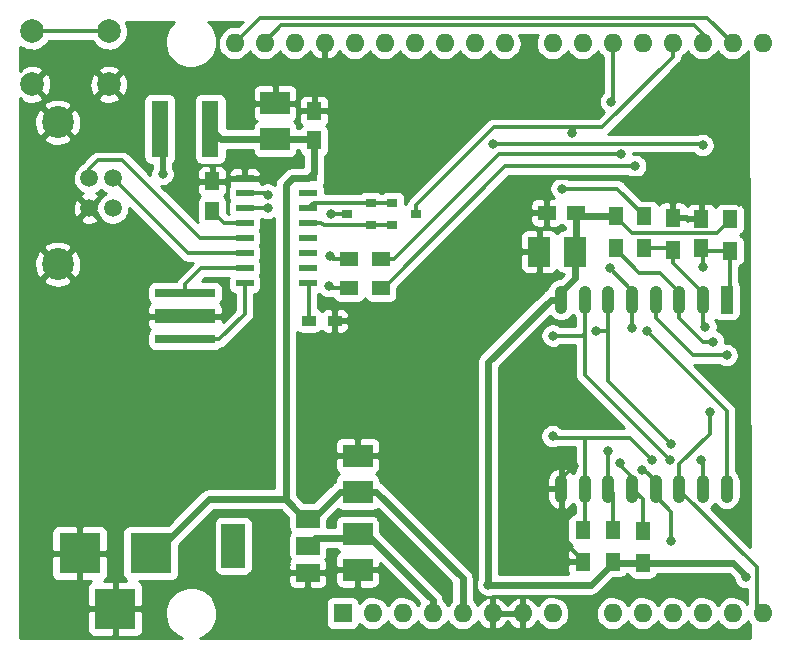
<source format=gtl>
%TF.GenerationSoftware,KiCad,Pcbnew,(2017-11-08 revision cd21218)-HEAD*%
%TF.CreationDate,2018-01-31T14:34:16+02:00*%
%TF.ProjectId,esp8266_uno,657370383236365F756E6F2E6B696361,rev?*%
%TF.SameCoordinates,Original*%
%TF.FileFunction,Copper,L1,Top,Signal*%
%TF.FilePolarity,Positive*%
%FSLAX46Y46*%
G04 Gerber Fmt 4.6, Leading zero omitted, Abs format (unit mm)*
G04 Created by KiCad (PCBNEW (2017-11-08 revision cd21218)-HEAD) date Wed Jan 31 14:34:16 2018*
%MOMM*%
%LPD*%
G01*
G04 APERTURE LIST*
%TA.AperFunction,SMDPad,CuDef*%
%ADD10O,1.100000X2.400000*%
%TD*%
%TA.AperFunction,SMDPad,CuDef*%
%ADD11R,1.100000X2.400000*%
%TD*%
%TA.AperFunction,ComponentPad*%
%ADD12O,1.600000X1.600000*%
%TD*%
%TA.AperFunction,ComponentPad*%
%ADD13R,1.600000X1.600000*%
%TD*%
%TA.AperFunction,SMDPad,CuDef*%
%ADD14R,1.250000X1.500000*%
%TD*%
%TA.AperFunction,SMDPad,CuDef*%
%ADD15R,1.500000X1.250000*%
%TD*%
%TA.AperFunction,SMDPad,CuDef*%
%ADD16R,1.200000X0.900000*%
%TD*%
%TA.AperFunction,ComponentPad*%
%ADD17C,1.520000*%
%TD*%
%TA.AperFunction,ComponentPad*%
%ADD18C,2.700000*%
%TD*%
%TA.AperFunction,SMDPad,CuDef*%
%ADD19R,0.900000X0.800000*%
%TD*%
%TA.AperFunction,SMDPad,CuDef*%
%ADD20R,1.300000X1.500000*%
%TD*%
%TA.AperFunction,SMDPad,CuDef*%
%ADD21R,2.000000X3.800000*%
%TD*%
%TA.AperFunction,SMDPad,CuDef*%
%ADD22R,2.000000X1.500000*%
%TD*%
%TA.AperFunction,SMDPad,CuDef*%
%ADD23R,1.500000X0.600000*%
%TD*%
%TA.AperFunction,SMDPad,CuDef*%
%ADD24R,5.100000X0.800000*%
%TD*%
%TA.AperFunction,SMDPad,CuDef*%
%ADD25R,5.100000X1.300000*%
%TD*%
%TA.AperFunction,ComponentPad*%
%ADD26C,2.000000*%
%TD*%
%TA.AperFunction,SMDPad,CuDef*%
%ADD27R,1.950000X2.500000*%
%TD*%
%TA.AperFunction,SMDPad,CuDef*%
%ADD28R,2.500000X1.950000*%
%TD*%
%TA.AperFunction,SMDPad,CuDef*%
%ADD29R,1.460000X4.840000*%
%TD*%
%TA.AperFunction,ComponentPad*%
%ADD30R,3.500000X3.500000*%
%TD*%
%TA.AperFunction,SMDPad,CuDef*%
%ADD31R,1.500000X1.300000*%
%TD*%
%TA.AperFunction,ViaPad*%
%ADD32C,0.350000*%
%TD*%
%TA.AperFunction,ViaPad*%
%ADD33C,0.800000*%
%TD*%
%TA.AperFunction,Conductor*%
%ADD34C,0.350000*%
%TD*%
%TA.AperFunction,Conductor*%
%ADD35C,0.600000*%
%TD*%
%TA.AperFunction,Conductor*%
%ADD36C,0.500000*%
%TD*%
%TA.AperFunction,Conductor*%
%ADD37C,0.254000*%
%TD*%
G04 APERTURE END LIST*
D10*
%TO.P,U1,16*%
%TO.N,/TX*%
X171323000Y-119886000D03*
%TO.P,U1,15*%
%TO.N,/RX*%
X169323000Y-119886000D03*
%TO.P,U1,14*%
%TO.N,/GPIO5*%
X167323000Y-119886000D03*
%TO.P,U1,13*%
%TO.N,/GPIO4*%
X165323000Y-119886000D03*
%TO.P,U1,12*%
%TO.N,/GPIO0*%
X163323000Y-119886000D03*
%TO.P,U1,11*%
%TO.N,/GPIO2*%
X161323000Y-119886000D03*
%TO.P,U1,10*%
%TO.N,/GPIO15*%
X159323000Y-119886000D03*
%TO.P,U1,9*%
%TO.N,GND*%
X157323000Y-119886000D03*
%TO.P,U1,8*%
%TO.N,+3V3*%
X157323000Y-103886000D03*
%TO.P,U1,7*%
%TO.N,/GPIO13*%
X159323000Y-103886000D03*
%TO.P,U1,6*%
%TO.N,/GPIO12*%
X161323000Y-103886000D03*
%TO.P,U1,5*%
%TO.N,/GPIO14*%
X163323000Y-103886000D03*
%TO.P,U1,4*%
%TO.N,/GPIO16*%
X165323000Y-103886000D03*
%TO.P,U1,3*%
%TO.N,/EN*%
X167323000Y-103886000D03*
%TO.P,U1,2*%
%TO.N,/ADC*%
X169323000Y-103886000D03*
D11*
%TO.P,U1,1*%
%TO.N,/RESET*%
X171323000Y-103886000D03*
%TD*%
D12*
%TO.P,A1,32*%
%TO.N,/GPIO5*%
X129671000Y-82169000D03*
%TO.P,A1,31*%
%TO.N,/GPIO4*%
X132211000Y-82169000D03*
D13*
%TO.P,A1,1*%
%TO.N,Net-(A1-Pad1)*%
X138811000Y-130429000D03*
D12*
%TO.P,A1,17*%
%TO.N,/GPIO4*%
X169291000Y-82169000D03*
%TO.P,A1,2*%
%TO.N,Net-(A1-Pad2)*%
X141351000Y-130429000D03*
%TO.P,A1,18*%
%TO.N,/GPIO0*%
X166751000Y-82169000D03*
%TO.P,A1,3*%
%TO.N,/RESET*%
X143891000Y-130429000D03*
%TO.P,A1,19*%
%TO.N,/GPIO2*%
X164211000Y-82169000D03*
%TO.P,A1,4*%
%TO.N,+3V3*%
X146431000Y-130429000D03*
%TO.P,A1,20*%
%TO.N,/GPIO14*%
X161671000Y-82169000D03*
%TO.P,A1,5*%
%TO.N,+5V*%
X148971000Y-130429000D03*
%TO.P,A1,21*%
%TO.N,/GPIO12*%
X159131000Y-82169000D03*
%TO.P,A1,6*%
%TO.N,GND*%
X151511000Y-130429000D03*
%TO.P,A1,22*%
%TO.N,/GPIO13*%
X156591000Y-82169000D03*
%TO.P,A1,7*%
%TO.N,GND*%
X154051000Y-130429000D03*
%TO.P,A1,23*%
%TO.N,/GPIO15*%
X152531000Y-82169000D03*
%TO.P,A1,8*%
%TO.N,Net-(A1-Pad8)*%
X156591000Y-130429000D03*
%TO.P,A1,24*%
%TO.N,Net-(A1-Pad24)*%
X149991000Y-82169000D03*
%TO.P,A1,9*%
%TO.N,/A0*%
X161671000Y-130429000D03*
%TO.P,A1,25*%
%TO.N,Net-(A1-Pad25)*%
X147451000Y-82169000D03*
%TO.P,A1,10*%
%TO.N,Net-(A1-Pad10)*%
X164211000Y-130429000D03*
%TO.P,A1,26*%
%TO.N,Net-(A1-Pad26)*%
X144911000Y-82169000D03*
%TO.P,A1,11*%
%TO.N,Net-(A1-Pad11)*%
X166751000Y-130429000D03*
%TO.P,A1,27*%
%TO.N,Net-(A1-Pad27)*%
X142371000Y-82169000D03*
%TO.P,A1,12*%
%TO.N,Net-(A1-Pad12)*%
X169291000Y-130429000D03*
%TO.P,A1,28*%
%TO.N,Net-(A1-Pad28)*%
X139831000Y-82169000D03*
%TO.P,A1,13*%
%TO.N,/GPIO4*%
X171831000Y-130429000D03*
%TO.P,A1,29*%
%TO.N,GND*%
X137291000Y-82169000D03*
%TO.P,A1,14*%
%TO.N,/GPIO5*%
X174371000Y-130429000D03*
%TO.P,A1,30*%
%TO.N,Net-(A1-Pad30)*%
X134751000Y-82169000D03*
%TO.P,A1,15*%
%TO.N,/GPIO16*%
X174371000Y-82169000D03*
%TO.P,A1,16*%
%TO.N,/GPIO5*%
X171831000Y-82169000D03*
%TD*%
D14*
%TO.P,C1,2*%
%TO.N,/RESET*%
X169164000Y-99548000D03*
%TO.P,C1,1*%
%TO.N,GND*%
X169164000Y-97048000D03*
%TD*%
D15*
%TO.P,C2,1*%
%TO.N,GND*%
X156103000Y-96520000D03*
%TO.P,C2,2*%
%TO.N,+3V3*%
X158603000Y-96520000D03*
%TD*%
D14*
%TO.P,C5,1*%
%TO.N,Net-(C5-Pad1)*%
X127762000Y-96373000D03*
%TO.P,C5,2*%
%TO.N,GND*%
X127762000Y-93873000D03*
%TD*%
%TO.P,C8,2*%
%TO.N,+5V*%
X136398000Y-90404000D03*
%TO.P,C8,1*%
%TO.N,GND*%
X136398000Y-87904000D03*
%TD*%
D16*
%TO.P,JP1,1*%
%TO.N,GND*%
X138133000Y-105664000D03*
%TO.P,JP1,2*%
%TO.N,Net-(JP1-Pad2)*%
X135933000Y-105664000D03*
%TD*%
D17*
%TO.P,P1,2*%
%TO.N,Net-(P1-Pad2)*%
X119380000Y-93599000D03*
%TO.P,P1,1*%
%TO.N,Net-(F1-Pad2)*%
X119380000Y-96139000D03*
%TO.P,P1,4*%
%TO.N,GND*%
X117380000Y-96139000D03*
%TO.P,P1,3*%
%TO.N,Net-(P1-Pad3)*%
X117380000Y-93599000D03*
D18*
%TO.P,P1,5*%
%TO.N,GND*%
X114680000Y-88869000D03*
X114680000Y-100869000D03*
%TD*%
D19*
%TO.P,Q1,3*%
%TO.N,/RESET*%
X139208000Y-96647000D03*
%TO.P,Q1,2*%
%TO.N,/RTS*%
X141208000Y-95697000D03*
%TO.P,Q1,1*%
%TO.N,/DTR*%
X141208000Y-97597000D03*
%TD*%
%TO.P,Q2,1*%
%TO.N,/RTS*%
X143018000Y-95697000D03*
%TO.P,Q2,2*%
%TO.N,/DTR*%
X143018000Y-97597000D03*
%TO.P,Q2,3*%
%TO.N,/GPIO0*%
X145018000Y-96647000D03*
%TD*%
D20*
%TO.P,R1,1*%
%TO.N,/EN*%
X161925000Y-99521000D03*
%TO.P,R1,2*%
%TO.N,+3V3*%
X161925000Y-96821000D03*
%TD*%
%TO.P,R2,1*%
%TO.N,/RESET*%
X171577000Y-99775000D03*
%TO.P,R2,2*%
%TO.N,+3V3*%
X171577000Y-97075000D03*
%TD*%
%TO.P,R3,2*%
%TO.N,+3V3*%
X164211000Y-126191000D03*
%TO.P,R3,1*%
%TO.N,/GPIO0*%
X164211000Y-123491000D03*
%TD*%
%TO.P,R4,1*%
%TO.N,/GPIO2*%
X161671000Y-123364000D03*
%TO.P,R4,2*%
%TO.N,+3V3*%
X161671000Y-126064000D03*
%TD*%
%TO.P,R5,2*%
%TO.N,GND*%
X159131000Y-126064000D03*
%TO.P,R5,1*%
%TO.N,/GPIO15*%
X159131000Y-123364000D03*
%TD*%
%TO.P,R6,1*%
%TO.N,/ADC*%
X166751000Y-99648000D03*
%TO.P,R6,2*%
%TO.N,GND*%
X166751000Y-96948000D03*
%TD*%
%TO.P,R7,2*%
%TO.N,/ADC*%
X164338000Y-99521000D03*
%TO.P,R7,1*%
%TO.N,/A0*%
X164338000Y-96821000D03*
%TD*%
D21*
%TO.P,U2,4*%
%TO.N,N/C*%
X129565000Y-124714000D03*
D22*
%TO.P,U2,2*%
%TO.N,+3V3*%
X135865000Y-124714000D03*
%TO.P,U2,3*%
%TO.N,+5V*%
X135865000Y-122414000D03*
%TO.P,U2,1*%
%TO.N,GND*%
X135865000Y-127014000D03*
%TD*%
D23*
%TO.P,U3,1*%
%TO.N,GND*%
X130523000Y-93599000D03*
%TO.P,U3,2*%
%TO.N,Net-(R8-Pad1)*%
X130523000Y-94869000D03*
%TO.P,U3,3*%
%TO.N,Net-(R9-Pad1)*%
X130523000Y-96139000D03*
%TO.P,U3,4*%
%TO.N,Net-(C5-Pad1)*%
X130523000Y-97409000D03*
%TO.P,U3,5*%
%TO.N,Net-(P1-Pad3)*%
X130523000Y-98679000D03*
%TO.P,U3,6*%
%TO.N,Net-(P1-Pad2)*%
X130523000Y-99949000D03*
%TO.P,U3,7*%
%TO.N,Net-(U3-Pad7)*%
X130523000Y-101219000D03*
%TO.P,U3,8*%
%TO.N,Net-(U3-Pad8)*%
X130523000Y-102489000D03*
%TO.P,U3,9*%
%TO.N,Net-(JP1-Pad2)*%
X135923000Y-102489000D03*
%TO.P,U3,10*%
%TO.N,Net-(U3-Pad10)*%
X135923000Y-101219000D03*
%TO.P,U3,11*%
%TO.N,Net-(U3-Pad11)*%
X135923000Y-99949000D03*
%TO.P,U3,12*%
%TO.N,Net-(U3-Pad12)*%
X135923000Y-98679000D03*
%TO.P,U3,13*%
%TO.N,/DTR*%
X135923000Y-97409000D03*
%TO.P,U3,14*%
%TO.N,/RTS*%
X135923000Y-96139000D03*
%TO.P,U3,15*%
%TO.N,Net-(U3-Pad15)*%
X135923000Y-94869000D03*
%TO.P,U3,16*%
%TO.N,+5V*%
X135923000Y-93599000D03*
%TD*%
D24*
%TO.P,X1,1*%
%TO.N,Net-(U3-Pad7)*%
X125476000Y-103333000D03*
D25*
%TO.P,X1,2*%
%TO.N,GND*%
X125476000Y-105283000D03*
D24*
%TO.P,X1,3*%
%TO.N,Net-(U3-Pad8)*%
X125476000Y-107233000D03*
%TD*%
D26*
%TO.P,SW1,2*%
%TO.N,GND*%
X112522000Y-85653000D03*
%TO.P,SW1,1*%
%TO.N,/RESET*%
X112522000Y-81153000D03*
%TO.P,SW1,2*%
%TO.N,GND*%
X119022000Y-85653000D03*
%TO.P,SW1,1*%
%TO.N,/RESET*%
X119022000Y-81153000D03*
%TD*%
D27*
%TO.P,C3,1*%
%TO.N,+3V3*%
X158497000Y-99822000D03*
%TO.P,C3,2*%
%TO.N,GND*%
X155447000Y-99822000D03*
%TD*%
D28*
%TO.P,C4,2*%
%TO.N,GND*%
X140081000Y-117093000D03*
%TO.P,C4,1*%
%TO.N,+5V*%
X140081000Y-120143000D03*
%TD*%
%TO.P,C6,2*%
%TO.N,GND*%
X140081000Y-126747000D03*
%TO.P,C6,1*%
%TO.N,+3V3*%
X140081000Y-123697000D03*
%TD*%
%TO.P,C7,1*%
%TO.N,+5V*%
X133096000Y-90298000D03*
%TO.P,C7,2*%
%TO.N,GND*%
X133096000Y-87248000D03*
%TD*%
D29*
%TO.P,F1,1*%
%TO.N,+5V*%
X127626000Y-89408000D03*
%TO.P,F1,2*%
%TO.N,Net-(F1-Pad2)*%
X123326000Y-89408000D03*
%TD*%
D30*
%TO.P,J1,1*%
%TO.N,+5V*%
X122555000Y-125349000D03*
%TO.P,J1,2*%
%TO.N,GND*%
X116555000Y-125349000D03*
%TO.P,J1,3*%
X119555000Y-130049000D03*
%TD*%
D31*
%TO.P,R8,2*%
%TO.N,/RX*%
X142066000Y-100457000D03*
%TO.P,R8,1*%
%TO.N,Net-(R8-Pad1)*%
X139366000Y-100457000D03*
%TD*%
%TO.P,R9,1*%
%TO.N,Net-(R9-Pad1)*%
X139366000Y-102870000D03*
%TO.P,R9,2*%
%TO.N,/TX*%
X142066000Y-102870000D03*
%TD*%
D32*
%TO.N,GND*%
%TO.C,V3_2*%
X115234999Y-84404500D03*
%TD*%
%TO.N,GND*%
%TO.C,V7_2*%
X130474999Y-84404500D03*
%TD*%
%TO.N,GND*%
%TO.C,V8_2*%
X134284999Y-84404500D03*
%TD*%
%TO.N,GND*%
%TO.C,V9_2*%
X138094999Y-84404500D03*
%TD*%
%TO.N,GND*%
%TO.C,V10_2*%
X141904999Y-84404500D03*
%TD*%
%TO.N,GND*%
%TO.C,V11_2*%
X145714999Y-84404500D03*
%TD*%
%TO.N,GND*%
%TO.C,V12_2*%
X149524999Y-84404500D03*
%TD*%
%TO.N,GND*%
%TO.C,V13_2*%
X153334999Y-84404500D03*
%TD*%
%TO.N,GND*%
%TO.C,V14_2*%
X157144999Y-84404500D03*
%TD*%
%TO.N,GND*%
%TO.C,V4_3*%
X119044999Y-88214500D03*
%TD*%
%TO.N,GND*%
%TO.C,V7_3*%
X130474999Y-88214500D03*
%TD*%
%TO.N,GND*%
%TO.C,V9_3*%
X138094999Y-88214500D03*
%TD*%
%TO.N,GND*%
%TO.C,V10_3*%
X141904999Y-88214500D03*
%TD*%
%TO.N,GND*%
%TO.C,V11_3*%
X145714999Y-88214500D03*
%TD*%
%TO.N,GND*%
%TO.C,V12_3*%
X149524999Y-88214500D03*
%TD*%
%TO.N,GND*%
%TO.C,V13_3*%
X153334999Y-88214500D03*
%TD*%
%TO.N,GND*%
%TO.C,V14_3*%
X157144999Y-88214500D03*
%TD*%
%TO.N,GND*%
%TO.C,V16_3*%
X164764999Y-88214500D03*
%TD*%
%TO.N,GND*%
%TO.C,V17_3*%
X168574999Y-88214500D03*
%TD*%
%TO.N,GND*%
%TO.C,V18_3*%
X172384999Y-88214500D03*
%TD*%
%TO.N,GND*%
%TO.C,V3_4*%
X115234999Y-92024500D03*
%TD*%
%TO.N,GND*%
%TO.C,V9_4*%
X138094999Y-92024500D03*
%TD*%
%TO.N,GND*%
%TO.C,V10_4*%
X141904999Y-92024500D03*
%TD*%
%TO.N,GND*%
%TO.C,V11_4*%
X145714999Y-92024500D03*
%TD*%
%TO.N,GND*%
%TO.C,V18_4*%
X172384999Y-92024500D03*
%TD*%
%TO.N,GND*%
%TO.C,V3_5*%
X115234999Y-95834500D03*
%TD*%
%TO.N,GND*%
%TO.C,V13_5*%
X153334999Y-95834500D03*
%TD*%
%TO.N,GND*%
%TO.C,V18_5*%
X172384999Y-95834500D03*
%TD*%
%TO.N,GND*%
%TO.C,V4_6*%
X119044999Y-99644500D03*
%TD*%
%TO.N,GND*%
%TO.C,V5_6*%
X122854999Y-99644500D03*
%TD*%
%TO.N,GND*%
%TO.C,V12_6*%
X149524999Y-99644500D03*
%TD*%
%TO.N,GND*%
%TO.C,V3_7*%
X115234999Y-103454500D03*
%TD*%
%TO.N,GND*%
%TO.C,V4_7*%
X119044999Y-103454500D03*
%TD*%
%TO.N,GND*%
%TO.C,V11_7*%
X145714999Y-103454500D03*
%TD*%
%TO.N,GND*%
%TO.C,V12_7*%
X149524999Y-103454500D03*
%TD*%
%TO.N,GND*%
%TO.C,V13_7*%
X153334999Y-103454500D03*
%TD*%
%TO.N,GND*%
%TO.C,V3_8*%
X115234999Y-107264500D03*
%TD*%
%TO.N,GND*%
%TO.C,V4_8*%
X119044999Y-107264500D03*
%TD*%
%TO.N,GND*%
%TO.C,V7_8*%
X130474999Y-107264500D03*
%TD*%
%TO.N,GND*%
%TO.C,V9_8*%
X138094999Y-107264500D03*
%TD*%
%TO.N,GND*%
%TO.C,V10_8*%
X141904999Y-107264500D03*
%TD*%
%TO.N,GND*%
%TO.C,V11_8*%
X145714999Y-107264500D03*
%TD*%
%TO.N,GND*%
%TO.C,V12_8*%
X149524999Y-107264500D03*
%TD*%
%TO.N,GND*%
%TO.C,V18_8*%
X172384999Y-107264500D03*
%TD*%
%TO.N,GND*%
%TO.C,V3_9*%
X115234999Y-111074500D03*
%TD*%
%TO.N,GND*%
%TO.C,V4_9*%
X119044999Y-111074500D03*
%TD*%
%TO.N,GND*%
%TO.C,V5_9*%
X122854999Y-111074500D03*
%TD*%
%TO.N,GND*%
%TO.C,V6_9*%
X126664999Y-111074500D03*
%TD*%
%TO.N,GND*%
%TO.C,V7_9*%
X130474999Y-111074500D03*
%TD*%
%TO.N,GND*%
%TO.C,V9_9*%
X138094999Y-111074500D03*
%TD*%
%TO.N,GND*%
%TO.C,V10_9*%
X141904999Y-111074500D03*
%TD*%
%TO.N,GND*%
%TO.C,V11_9*%
X145714999Y-111074500D03*
%TD*%
%TO.N,GND*%
%TO.C,V12_9*%
X149524999Y-111074500D03*
%TD*%
%TO.N,GND*%
%TO.C,V13_9*%
X153334999Y-111074500D03*
%TD*%
%TO.N,GND*%
%TO.C,V18_9*%
X172384999Y-111074500D03*
%TD*%
%TO.N,GND*%
%TO.C,V3_10*%
X115234999Y-114884500D03*
%TD*%
%TO.N,GND*%
%TO.C,V4_10*%
X119044999Y-114884500D03*
%TD*%
%TO.N,GND*%
%TO.C,V5_10*%
X122854999Y-114884500D03*
%TD*%
%TO.N,GND*%
%TO.C,V6_10*%
X126664999Y-114884500D03*
%TD*%
%TO.N,GND*%
%TO.C,V7_10*%
X130474999Y-114884500D03*
%TD*%
%TO.N,GND*%
%TO.C,V9_10*%
X138094999Y-114884500D03*
%TD*%
%TO.N,GND*%
%TO.C,V10_10*%
X141904999Y-114884500D03*
%TD*%
%TO.N,GND*%
%TO.C,V11_10*%
X145714999Y-114884500D03*
%TD*%
%TO.N,GND*%
%TO.C,V12_10*%
X149524999Y-114884500D03*
%TD*%
%TO.N,GND*%
%TO.C,V13_10*%
X153334999Y-114884500D03*
%TD*%
%TO.N,GND*%
%TO.C,V3_11*%
X115234999Y-118694500D03*
%TD*%
%TO.N,GND*%
%TO.C,V4_11*%
X119044999Y-118694500D03*
%TD*%
%TO.N,GND*%
%TO.C,V5_11*%
X122854999Y-118694500D03*
%TD*%
%TO.N,GND*%
%TO.C,V6_11*%
X126664999Y-118694500D03*
%TD*%
%TO.N,GND*%
%TO.C,V7_11*%
X130474999Y-118694500D03*
%TD*%
%TO.N,GND*%
%TO.C,V9_11*%
X138094999Y-118694500D03*
%TD*%
%TO.N,GND*%
%TO.C,V10_11*%
X141904999Y-118694500D03*
%TD*%
%TO.N,GND*%
%TO.C,V11_11*%
X145714999Y-118694500D03*
%TD*%
%TO.N,GND*%
%TO.C,V12_11*%
X149524999Y-118694500D03*
%TD*%
%TO.N,GND*%
%TO.C,V13_11*%
X153334999Y-118694500D03*
%TD*%
%TO.N,GND*%
%TO.C,V3_12*%
X115234999Y-122504500D03*
%TD*%
%TO.N,GND*%
%TO.C,V4_12*%
X119044999Y-122504500D03*
%TD*%
%TO.N,GND*%
%TO.C,V9_12*%
X138094999Y-122504500D03*
%TD*%
%TO.N,GND*%
%TO.C,V10_12*%
X141904999Y-122504500D03*
%TD*%
%TO.N,GND*%
%TO.C,V11_12*%
X145714999Y-122504500D03*
%TD*%
%TO.N,GND*%
%TO.C,V12_12*%
X149524999Y-122504500D03*
%TD*%
%TO.N,GND*%
%TO.C,V13_12*%
X153334999Y-122504500D03*
%TD*%
%TO.N,GND*%
%TO.C,V6_13*%
X126664999Y-126314500D03*
%TD*%
%TO.N,GND*%
%TO.C,V8_13*%
X134284999Y-126314500D03*
%TD*%
%TO.N,GND*%
%TO.C,V9_13*%
X138094999Y-126314500D03*
%TD*%
%TO.N,GND*%
%TO.C,V11_13*%
X145714999Y-126314500D03*
%TD*%
%TO.N,GND*%
%TO.C,V12_13*%
X149524999Y-126314500D03*
%TD*%
%TO.N,GND*%
%TO.C,V3_14*%
X115234999Y-130124500D03*
%TD*%
%TO.N,GND*%
%TO.C,V5_14*%
X122854999Y-130124500D03*
%TD*%
%TO.N,GND*%
%TO.C,V7_14*%
X130474999Y-130124500D03*
%TD*%
%TO.N,GND*%
%TO.C,V8_14*%
X134284999Y-130124500D03*
%TD*%
D33*
%TO.N,/GPIO5*%
X169926000Y-113411000D03*
%TO.N,/GPIO4*%
X166624000Y-124333000D03*
X164197010Y-118267314D03*
%TO.N,GND*%
X153416000Y-99695000D03*
X154051000Y-126492000D03*
X158369000Y-117983000D03*
X165735000Y-95123000D03*
X172720000Y-101219000D03*
%TO.N,/A0*%
X157366990Y-94474010D03*
%TO.N,/RX*%
X162403800Y-91553010D03*
X169177990Y-117475000D03*
%TO.N,/TX*%
X163575998Y-92583000D03*
X164592000Y-106553000D03*
%TO.N,/RESET*%
X151511000Y-90678000D03*
X169291000Y-90805000D03*
X169291000Y-101092000D03*
X137795000Y-96647000D03*
%TO.N,+3V3*%
X172974000Y-127381000D03*
X151130000Y-128016000D03*
%TO.N,Net-(F1-Pad2)*%
X123571000Y-93218000D03*
%TO.N,/GPIO0*%
X158242000Y-89789001D03*
X162306000Y-117729000D03*
%TO.N,/EN*%
X170179998Y-107442000D03*
%TO.N,/GPIO2*%
X161290000Y-116713000D03*
%TO.N,/GPIO15*%
X165016023Y-117466162D03*
X156591000Y-115442996D03*
%TO.N,/ADC*%
X169528726Y-106188274D03*
%TO.N,/GPIO16*%
X171323000Y-108585000D03*
%TO.N,/GPIO14*%
X161544000Y-87122000D03*
X161417000Y-101219000D03*
X163338032Y-106299000D03*
%TO.N,/GPIO12*%
X166629240Y-116064027D03*
X160274000Y-106553000D03*
%TO.N,/GPIO13*%
X156604990Y-106934000D03*
X166497000Y-117475000D03*
%TO.N,Net-(R8-Pad1)*%
X137778726Y-100219274D03*
X132461000Y-94996000D03*
%TO.N,Net-(R9-Pad1)*%
X132461000Y-96139002D03*
X137668000Y-102743000D03*
%TD*%
D34*
%TO.N,/GPIO5*%
X169656989Y-79994989D02*
X171831000Y-82169000D01*
X129671000Y-82169000D02*
X131845011Y-79994989D01*
X131845011Y-79994989D02*
X169656989Y-79994989D01*
X167323000Y-119886000D02*
X167323000Y-117817002D01*
X167323000Y-117817002D02*
X169926000Y-115214002D01*
X169926000Y-115214002D02*
X169926000Y-113411000D01*
X174371000Y-130429000D02*
X173863000Y-129921000D01*
X173863000Y-129921000D02*
X173863000Y-126525583D01*
X173863000Y-126525583D02*
X167323000Y-119985583D01*
X167323000Y-119985583D02*
X167323000Y-119886000D01*
%TO.N,/GPIO4*%
X166624000Y-121837000D02*
X166624000Y-124333000D01*
X165323000Y-120536000D02*
X166624000Y-121837000D01*
X165323000Y-119886000D02*
X165323000Y-120536000D01*
X168529000Y-80645000D02*
X169291000Y-81407000D01*
X169291000Y-81407000D02*
X169291000Y-82169000D01*
X133604000Y-80645000D02*
X168529000Y-80645000D01*
X132211000Y-82038000D02*
X133604000Y-80645000D01*
X132211000Y-82169000D02*
X132211000Y-82038000D01*
X165323000Y-119236000D02*
X164354314Y-118267314D01*
X164354314Y-118267314D02*
X164197010Y-118267314D01*
X165323000Y-119886000D02*
X165323000Y-119236000D01*
%TO.N,GND*%
X153543000Y-99822000D02*
X153416000Y-99695000D01*
X155447000Y-99822000D02*
X153543000Y-99822000D01*
X158369000Y-117983000D02*
X157323000Y-119029000D01*
X157323000Y-119029000D02*
X157323000Y-119886000D01*
X159131000Y-126064000D02*
X159131000Y-125964000D01*
X157323000Y-124156000D02*
X157323000Y-119886000D01*
X159131000Y-125964000D02*
X157323000Y-124156000D01*
X156591000Y-93599000D02*
X164211000Y-93599000D01*
X164211000Y-93599000D02*
X165735000Y-95123000D01*
X156103000Y-94087000D02*
X156591000Y-93599000D01*
X156103000Y-96520000D02*
X156103000Y-94087000D01*
X157323000Y-119886000D02*
X157323000Y-120536000D01*
%TO.N,/A0*%
X164338000Y-96721000D02*
X162091010Y-94474010D01*
X164338000Y-96821000D02*
X164338000Y-96721000D01*
X162091010Y-94474010D02*
X157366990Y-94474010D01*
%TO.N,/RX*%
X152069990Y-91553010D02*
X162403800Y-91553010D01*
X143166000Y-100457000D02*
X152069990Y-91553010D01*
X142066000Y-100457000D02*
X143166000Y-100457000D01*
X169323000Y-119886000D02*
X169323000Y-117620010D01*
X169323000Y-117620010D02*
X169177990Y-117475000D01*
%TO.N,/TX*%
X142066000Y-102870000D02*
X142295256Y-102870000D01*
X142295256Y-102870000D02*
X152582256Y-92583000D01*
X152582256Y-92583000D02*
X163575998Y-92583000D01*
X171323000Y-119886000D02*
X171323000Y-113284000D01*
X171323000Y-113284000D02*
X164592000Y-106553000D01*
%TO.N,/RESET*%
X151511000Y-90678000D02*
X169164000Y-90678000D01*
X169164000Y-90678000D02*
X169291000Y-90805000D01*
X171577000Y-99775000D02*
X171577000Y-103632000D01*
X171577000Y-103632000D02*
X171323000Y-103886000D01*
X169291000Y-101092000D02*
X169291000Y-99675000D01*
X169291000Y-99675000D02*
X169164000Y-99548000D01*
X171577000Y-99775000D02*
X169391000Y-99775000D01*
X169391000Y-99775000D02*
X169164000Y-99548000D01*
X139208000Y-96647000D02*
X137795000Y-96647000D01*
X112522000Y-81153000D02*
X119022000Y-81153000D01*
D35*
%TO.N,+3V3*%
X164211000Y-126191000D02*
X171911000Y-126191000D01*
X171911000Y-126191000D02*
X172974000Y-127254000D01*
X172974000Y-127254000D02*
X172974000Y-127381000D01*
X135865000Y-124714000D02*
X136500000Y-124079000D01*
X136500000Y-124079000D02*
X139699000Y-124079000D01*
X139699000Y-124079000D02*
X140081000Y-123697000D01*
X157323000Y-103886000D02*
X156423000Y-103886000D01*
X151130000Y-109179000D02*
X151130000Y-128016000D01*
X156423000Y-103886000D02*
X151130000Y-109179000D01*
X151130000Y-128016000D02*
X159819000Y-128016000D01*
X159819000Y-128016000D02*
X161671000Y-126164000D01*
X161671000Y-126164000D02*
X161671000Y-126064000D01*
X157196000Y-103759000D02*
X157323000Y-103886000D01*
X140081000Y-123697000D02*
X140830370Y-123697000D01*
X140830370Y-123697000D02*
X146431000Y-129297630D01*
X146431000Y-129297630D02*
X146431000Y-130429000D01*
X157323000Y-103886000D02*
X157323000Y-104536000D01*
X158497000Y-99822000D02*
X158497000Y-102062000D01*
X158497000Y-102062000D02*
X157323000Y-103236000D01*
X157323000Y-103236000D02*
X157323000Y-103886000D01*
X158603000Y-96520000D02*
X158603000Y-99716000D01*
X158603000Y-99716000D02*
X158497000Y-99822000D01*
X161925000Y-96821000D02*
X158904000Y-96821000D01*
X158904000Y-96821000D02*
X158603000Y-96520000D01*
X171577000Y-97075000D02*
X171577000Y-97175000D01*
X161925000Y-96921000D02*
X161925000Y-96821000D01*
D34*
X171577000Y-97175000D02*
X170478999Y-98273001D01*
X170478999Y-98273001D02*
X163277001Y-98273001D01*
X163277001Y-98273001D02*
X161925000Y-96921000D01*
D35*
X164211000Y-126191000D02*
X161798000Y-126191000D01*
X161798000Y-126191000D02*
X161671000Y-126064000D01*
D34*
%TO.N,Net-(C5-Pad1)*%
X130523000Y-97409000D02*
X128798000Y-97409000D01*
X128798000Y-97409000D02*
X127762000Y-96373000D01*
D35*
%TO.N,+5V*%
X135923000Y-93599000D02*
X134573000Y-93599000D01*
X134573000Y-93599000D02*
X133985000Y-94187000D01*
X133985000Y-94187000D02*
X133985000Y-120784000D01*
X133985000Y-120784000D02*
X134620000Y-121419000D01*
X136398000Y-90404000D02*
X136398000Y-93124000D01*
X136398000Y-93124000D02*
X135923000Y-93599000D01*
X133096000Y-90298000D02*
X136292000Y-90298000D01*
X136292000Y-90298000D02*
X136398000Y-90404000D01*
X133096000Y-90298000D02*
X128516000Y-90298000D01*
X128516000Y-90298000D02*
X127626000Y-89408000D01*
X122555000Y-125349000D02*
X122936000Y-125349000D01*
X122936000Y-125349000D02*
X127508000Y-120777000D01*
X127508000Y-120777000D02*
X133978000Y-120777000D01*
X133978000Y-120777000D02*
X134620000Y-121419000D01*
X140081000Y-120143000D02*
X138556000Y-120143000D01*
X138556000Y-120143000D02*
X136285000Y-122414000D01*
X136285000Y-122414000D02*
X135865000Y-122414000D01*
X134620000Y-121419000D02*
X135615000Y-122414000D01*
X140081000Y-120143000D02*
X141681000Y-120143000D01*
X141681000Y-120143000D02*
X148971000Y-127433000D01*
X148971000Y-127433000D02*
X148971000Y-130429000D01*
X135615000Y-122414000D02*
X135865000Y-122414000D01*
D34*
%TO.N,Net-(JP1-Pad2)*%
X135933000Y-105664000D02*
X135933000Y-102499000D01*
X135933000Y-102499000D02*
X135923000Y-102489000D01*
%TO.N,Net-(P1-Pad2)*%
X130523000Y-99949000D02*
X125730000Y-99949000D01*
X125730000Y-99949000D02*
X119380000Y-93599000D01*
D36*
%TO.N,Net-(F1-Pad2)*%
X123571000Y-93218000D02*
X123571000Y-89653000D01*
X123571000Y-89653000D02*
X123326000Y-89408000D01*
D34*
%TO.N,Net-(P1-Pad3)*%
X118110000Y-92075000D02*
X117380000Y-92805000D01*
X120142000Y-92075000D02*
X118110000Y-92075000D01*
X130523000Y-98679000D02*
X126746000Y-98679000D01*
X126746000Y-98679000D02*
X120142000Y-92075000D01*
X117380000Y-92805000D02*
X117380000Y-93599000D01*
%TO.N,/RTS*%
X143018000Y-95697000D02*
X141208000Y-95697000D01*
X141208000Y-95697000D02*
X136365000Y-95697000D01*
X136365000Y-95697000D02*
X135923000Y-96139000D01*
%TO.N,/DTR*%
X143018000Y-97597000D02*
X141208000Y-97597000D01*
X135923000Y-97409000D02*
X137023000Y-97409000D01*
X137211000Y-97597000D02*
X141208000Y-97597000D01*
X137023000Y-97409000D02*
X137211000Y-97597000D01*
%TO.N,/GPIO0*%
X163323000Y-119886000D02*
X163323000Y-118873000D01*
X163323000Y-118873000D02*
X162306000Y-117856000D01*
X162306000Y-117856000D02*
X162306000Y-117729000D01*
X158369000Y-89662001D02*
X158242000Y-89789001D01*
X158369000Y-89281000D02*
X158369000Y-89662001D01*
X145018000Y-95875998D02*
X145018000Y-96647000D01*
X151612998Y-89281000D02*
X145018000Y-95875998D01*
X158369000Y-89281000D02*
X151612998Y-89281000D01*
X166751000Y-83300370D02*
X160770370Y-89281000D01*
X166751000Y-82169000D02*
X166751000Y-83300370D01*
X160770370Y-89281000D02*
X158369000Y-89281000D01*
X164211000Y-123491000D02*
X164211000Y-120774000D01*
X164211000Y-120774000D02*
X163323000Y-119886000D01*
%TO.N,/EN*%
X167323000Y-105436000D02*
X169329000Y-107442000D01*
X169329000Y-107442000D02*
X170179998Y-107442000D01*
X167323000Y-103886000D02*
X167323000Y-105436000D01*
X161925000Y-99621000D02*
X163904000Y-101600000D01*
X165687000Y-101600000D02*
X167323000Y-103236000D01*
X161925000Y-99521000D02*
X161925000Y-99621000D01*
X163904000Y-101600000D02*
X165687000Y-101600000D01*
X167323000Y-103236000D02*
X167323000Y-103886000D01*
%TO.N,/GPIO2*%
X161323000Y-119886000D02*
X161323000Y-116746000D01*
X161323000Y-116746000D02*
X161290000Y-116713000D01*
X161671000Y-123364000D02*
X161671000Y-120234000D01*
X161671000Y-120234000D02*
X161323000Y-119886000D01*
%TO.N,/GPIO15*%
X159323000Y-119886000D02*
X159323000Y-115762000D01*
X159323000Y-115762000D02*
X159131000Y-115570000D01*
X159131000Y-115570000D02*
X156718004Y-115570000D01*
X156718004Y-115570000D02*
X156591000Y-115442996D01*
X159323000Y-119886000D02*
X159323000Y-115583998D01*
X159323000Y-115583998D02*
X163133859Y-115583998D01*
X163133859Y-115583998D02*
X165016023Y-117466162D01*
X159323000Y-119886000D02*
X159323000Y-123072000D01*
X159323000Y-123072000D02*
X159131000Y-123264000D01*
X159131000Y-123264000D02*
X159131000Y-123364000D01*
%TO.N,/ADC*%
X169323000Y-103320000D02*
X169323000Y-103886000D01*
X166751000Y-99648000D02*
X166751000Y-100748000D01*
X166751000Y-100748000D02*
X169323000Y-103320000D01*
X169323000Y-105982548D02*
X169528726Y-106188274D01*
X169323000Y-103886000D02*
X169323000Y-105982548D01*
X164338000Y-99521000D02*
X166624000Y-99521000D01*
X166624000Y-99521000D02*
X166751000Y-99648000D01*
%TO.N,/GPIO16*%
X168472000Y-108585000D02*
X171323000Y-108585000D01*
X165323000Y-105436000D02*
X168472000Y-108585000D01*
X165323000Y-103886000D02*
X165323000Y-105436000D01*
%TO.N,/GPIO14*%
X161671000Y-86995000D02*
X161544000Y-87122000D01*
X161671000Y-82169000D02*
X161671000Y-86995000D01*
X163323000Y-103886000D02*
X163323000Y-103125000D01*
X163323000Y-103125000D02*
X161417000Y-101219000D01*
X163323000Y-103886000D02*
X163323000Y-106283968D01*
X163323000Y-106283968D02*
X163338032Y-106299000D01*
%TO.N,/GPIO12*%
X161323000Y-103886000D02*
X161323000Y-110757787D01*
X161323000Y-110757787D02*
X166629240Y-116064027D01*
X160274000Y-106553000D02*
X161290000Y-106553000D01*
X161290000Y-106553000D02*
X161323000Y-106520000D01*
X161323000Y-106520000D02*
X161323000Y-103886000D01*
%TO.N,/GPIO13*%
X159323000Y-105918000D02*
X159323000Y-106742000D01*
X159131000Y-106934000D02*
X156604990Y-106934000D01*
X159323000Y-106742000D02*
X159131000Y-106934000D01*
X159323000Y-105918000D02*
X159323000Y-110301000D01*
X159323000Y-110301000D02*
X166497000Y-117475000D01*
X159323000Y-103886000D02*
X159323000Y-105918000D01*
%TO.N,Net-(U3-Pad7)*%
X125476000Y-103333000D02*
X125476000Y-102583000D01*
X125476000Y-102583000D02*
X126840000Y-101219000D01*
X126840000Y-101219000D02*
X130523000Y-101219000D01*
%TO.N,Net-(U3-Pad8)*%
X125476000Y-107233000D02*
X128376000Y-107233000D01*
X128376000Y-107233000D02*
X130523000Y-105086000D01*
X130523000Y-105086000D02*
X130523000Y-102489000D01*
%TO.N,Net-(R8-Pad1)*%
X139366000Y-100457000D02*
X138016452Y-100457000D01*
X138016452Y-100457000D02*
X137778726Y-100219274D01*
X130523000Y-94869000D02*
X132334000Y-94869000D01*
X132334000Y-94869000D02*
X132461000Y-94996000D01*
%TO.N,Net-(R9-Pad1)*%
X130523000Y-96139000D02*
X132460998Y-96139000D01*
X132460998Y-96139000D02*
X132461000Y-96139002D01*
X139366000Y-102870000D02*
X137795000Y-102870000D01*
X137795000Y-102870000D02*
X137668000Y-102743000D01*
%TD*%
D37*
%TO.N,GND*%
G36*
X124263607Y-80598419D02*
X124015978Y-80960071D01*
X123843311Y-81362933D01*
X123752182Y-81791662D01*
X123746062Y-82229925D01*
X123825185Y-82661030D01*
X123986536Y-83068557D01*
X124223970Y-83436982D01*
X124528443Y-83752273D01*
X124888358Y-84002421D01*
X125290005Y-84177896D01*
X125718087Y-84272016D01*
X126156297Y-84281195D01*
X126587944Y-84205084D01*
X126996587Y-84046582D01*
X127366661Y-83811726D01*
X127684070Y-83509461D01*
X127936724Y-83151302D01*
X128114999Y-82750889D01*
X128212105Y-82323475D01*
X128219096Y-81822847D01*
X128133962Y-81392888D01*
X127966936Y-80987654D01*
X127724381Y-80622580D01*
X127448905Y-80345174D01*
X130349313Y-80345174D01*
X129940158Y-80754329D01*
X129681018Y-80727092D01*
X129402108Y-80752475D01*
X129133440Y-80831548D01*
X128885247Y-80961300D01*
X128666983Y-81136789D01*
X128486962Y-81351329D01*
X128352041Y-81596750D01*
X128267358Y-81863704D01*
X128236140Y-82142021D01*
X128236000Y-82162057D01*
X128236000Y-82175943D01*
X128263329Y-82454669D01*
X128344276Y-82722779D01*
X128475758Y-82970060D01*
X128652766Y-83187093D01*
X128868558Y-83365612D01*
X129114915Y-83498817D01*
X129382453Y-83581633D01*
X129660982Y-83610908D01*
X129939892Y-83585525D01*
X130208560Y-83506452D01*
X130456753Y-83376700D01*
X130675017Y-83201211D01*
X130855038Y-82986671D01*
X130941228Y-82829891D01*
X131015758Y-82970060D01*
X131192766Y-83187093D01*
X131408558Y-83365612D01*
X131654915Y-83498817D01*
X131922453Y-83581633D01*
X132200982Y-83610908D01*
X132479892Y-83585525D01*
X132748560Y-83506452D01*
X132996753Y-83376700D01*
X133215017Y-83201211D01*
X133395038Y-82986671D01*
X133481228Y-82829891D01*
X133555758Y-82970060D01*
X133732766Y-83187093D01*
X133948558Y-83365612D01*
X134194915Y-83498817D01*
X134462453Y-83581633D01*
X134740982Y-83610908D01*
X135019892Y-83585525D01*
X135288560Y-83506452D01*
X135536753Y-83376700D01*
X135755017Y-83201211D01*
X135935038Y-82986671D01*
X136021656Y-82829112D01*
X136138615Y-83024131D01*
X136327586Y-83232519D01*
X136553580Y-83400037D01*
X136807913Y-83520246D01*
X136941961Y-83560904D01*
X137164000Y-83438915D01*
X137164000Y-82296000D01*
X137144000Y-82296000D01*
X137144000Y-82042000D01*
X137164000Y-82042000D01*
X137164000Y-82022000D01*
X137418000Y-82022000D01*
X137418000Y-82042000D01*
X137438000Y-82042000D01*
X137438000Y-82296000D01*
X137418000Y-82296000D01*
X137418000Y-83438915D01*
X137640039Y-83560904D01*
X137774087Y-83520246D01*
X138028420Y-83400037D01*
X138254414Y-83232519D01*
X138443385Y-83024131D01*
X138560593Y-82828696D01*
X138635758Y-82970060D01*
X138812766Y-83187093D01*
X139028558Y-83365612D01*
X139274915Y-83498817D01*
X139542453Y-83581633D01*
X139820982Y-83610908D01*
X140099892Y-83585525D01*
X140368560Y-83506452D01*
X140616753Y-83376700D01*
X140835017Y-83201211D01*
X141015038Y-82986671D01*
X141101228Y-82829891D01*
X141175758Y-82970060D01*
X141352766Y-83187093D01*
X141568558Y-83365612D01*
X141814915Y-83498817D01*
X142082453Y-83581633D01*
X142360982Y-83610908D01*
X142639892Y-83585525D01*
X142908560Y-83506452D01*
X143156753Y-83376700D01*
X143375017Y-83201211D01*
X143555038Y-82986671D01*
X143641228Y-82829891D01*
X143715758Y-82970060D01*
X143892766Y-83187093D01*
X144108558Y-83365612D01*
X144354915Y-83498817D01*
X144622453Y-83581633D01*
X144900982Y-83610908D01*
X145179892Y-83585525D01*
X145448560Y-83506452D01*
X145696753Y-83376700D01*
X145915017Y-83201211D01*
X146095038Y-82986671D01*
X146181228Y-82829891D01*
X146255758Y-82970060D01*
X146432766Y-83187093D01*
X146648558Y-83365612D01*
X146894915Y-83498817D01*
X147162453Y-83581633D01*
X147440982Y-83610908D01*
X147719892Y-83585525D01*
X147988560Y-83506452D01*
X148236753Y-83376700D01*
X148455017Y-83201211D01*
X148635038Y-82986671D01*
X148721228Y-82829891D01*
X148795758Y-82970060D01*
X148972766Y-83187093D01*
X149188558Y-83365612D01*
X149434915Y-83498817D01*
X149702453Y-83581633D01*
X149980982Y-83610908D01*
X150259892Y-83585525D01*
X150528560Y-83506452D01*
X150776753Y-83376700D01*
X150995017Y-83201211D01*
X151175038Y-82986671D01*
X151261228Y-82829891D01*
X151335758Y-82970060D01*
X151512766Y-83187093D01*
X151728558Y-83365612D01*
X151974915Y-83498817D01*
X152242453Y-83581633D01*
X152520982Y-83610908D01*
X152799892Y-83585525D01*
X153068560Y-83506452D01*
X153316753Y-83376700D01*
X153535017Y-83201211D01*
X153715038Y-82986671D01*
X153849959Y-82741250D01*
X153934642Y-82474296D01*
X153965860Y-82195979D01*
X153966000Y-82175943D01*
X153966000Y-82162057D01*
X153938671Y-81883331D01*
X153857724Y-81615221D01*
X153772533Y-81455000D01*
X155349969Y-81455000D01*
X155272041Y-81596750D01*
X155187358Y-81863704D01*
X155156140Y-82142021D01*
X155156000Y-82162057D01*
X155156000Y-82175943D01*
X155183329Y-82454669D01*
X155264276Y-82722779D01*
X155395758Y-82970060D01*
X155572766Y-83187093D01*
X155788558Y-83365612D01*
X156034915Y-83498817D01*
X156302453Y-83581633D01*
X156580982Y-83610908D01*
X156859892Y-83585525D01*
X157128560Y-83506452D01*
X157376753Y-83376700D01*
X157595017Y-83201211D01*
X157775038Y-82986671D01*
X157861228Y-82829891D01*
X157935758Y-82970060D01*
X158112766Y-83187093D01*
X158328558Y-83365612D01*
X158574915Y-83498817D01*
X158842453Y-83581633D01*
X159120982Y-83610908D01*
X159399892Y-83585525D01*
X159668560Y-83506452D01*
X159916753Y-83376700D01*
X160135017Y-83201211D01*
X160315038Y-82986671D01*
X160401228Y-82829891D01*
X160475758Y-82970060D01*
X160652766Y-83187093D01*
X160861000Y-83359359D01*
X160861000Y-86342160D01*
X160747308Y-86453496D01*
X160632634Y-86620972D01*
X160552674Y-86807533D01*
X160510473Y-87006071D01*
X160507639Y-87209026D01*
X160544280Y-87408665D01*
X160619000Y-87597386D01*
X160728953Y-87767999D01*
X160869950Y-87914006D01*
X160941868Y-87963990D01*
X160434858Y-88471000D01*
X151612998Y-88471000D01*
X151538554Y-88478299D01*
X151463997Y-88484822D01*
X151459906Y-88486010D01*
X151455668Y-88486426D01*
X151384078Y-88508041D01*
X151312190Y-88528926D01*
X151308405Y-88530888D01*
X151304331Y-88532118D01*
X151238309Y-88567223D01*
X151171840Y-88601677D01*
X151168510Y-88604335D01*
X151164751Y-88606334D01*
X151106803Y-88653595D01*
X151048294Y-88700302D01*
X151042365Y-88706150D01*
X151042244Y-88706248D01*
X151042151Y-88706360D01*
X151040242Y-88708243D01*
X144445244Y-95303242D01*
X144397743Y-95361069D01*
X144349658Y-95418375D01*
X144347608Y-95422103D01*
X144344902Y-95425398D01*
X144309541Y-95491346D01*
X144273500Y-95556905D01*
X144272211Y-95560968D01*
X144270200Y-95564719D01*
X144248348Y-95636193D01*
X144225700Y-95707590D01*
X144225419Y-95710095D01*
X144213506Y-95716463D01*
X144116815Y-95795815D01*
X144106072Y-95808905D01*
X144106072Y-95297000D01*
X144093812Y-95172518D01*
X144057502Y-95052820D01*
X143998537Y-94942506D01*
X143919185Y-94845815D01*
X143822494Y-94766463D01*
X143712180Y-94707498D01*
X143592482Y-94671188D01*
X143468000Y-94658928D01*
X142568000Y-94658928D01*
X142443518Y-94671188D01*
X142323820Y-94707498D01*
X142213506Y-94766463D01*
X142116815Y-94845815D01*
X142113000Y-94850464D01*
X142109185Y-94845815D01*
X142012494Y-94766463D01*
X141902180Y-94707498D01*
X141782482Y-94671188D01*
X141658000Y-94658928D01*
X140758000Y-94658928D01*
X140633518Y-94671188D01*
X140513820Y-94707498D01*
X140403506Y-94766463D01*
X140306815Y-94845815D01*
X140273015Y-94887000D01*
X137311072Y-94887000D01*
X137311072Y-94569000D01*
X137298812Y-94444518D01*
X137262502Y-94324820D01*
X137213957Y-94234000D01*
X137262502Y-94143180D01*
X137298812Y-94023482D01*
X137311072Y-93899000D01*
X137311072Y-93323113D01*
X137312568Y-93318397D01*
X137313116Y-93313510D01*
X137314553Y-93308810D01*
X137323277Y-93222928D01*
X137332909Y-93137055D01*
X137332976Y-93127441D01*
X137332994Y-93127264D01*
X137332978Y-93127099D01*
X137333000Y-93124000D01*
X137333000Y-91708320D01*
X137377494Y-91684537D01*
X137474185Y-91605185D01*
X137553537Y-91508494D01*
X137612502Y-91398180D01*
X137648812Y-91278482D01*
X137661072Y-91154000D01*
X137661072Y-89654000D01*
X137648812Y-89529518D01*
X137612502Y-89409820D01*
X137553537Y-89299506D01*
X137474185Y-89202815D01*
X137416034Y-89155092D01*
X137427789Y-89147237D01*
X137516237Y-89058789D01*
X137585730Y-88954785D01*
X137633597Y-88839223D01*
X137658000Y-88716542D01*
X137658000Y-88189750D01*
X137499250Y-88031000D01*
X136525000Y-88031000D01*
X136525000Y-88051000D01*
X136271000Y-88051000D01*
X136271000Y-88031000D01*
X135296750Y-88031000D01*
X135138000Y-88189750D01*
X135138000Y-88716542D01*
X135162403Y-88839223D01*
X135210270Y-88954785D01*
X135279763Y-89058789D01*
X135368211Y-89147237D01*
X135379966Y-89155092D01*
X135321815Y-89202815D01*
X135242463Y-89299506D01*
X135208524Y-89363000D01*
X134984072Y-89363000D01*
X134984072Y-89323000D01*
X134971812Y-89198518D01*
X134935502Y-89078820D01*
X134876537Y-88968506D01*
X134797185Y-88871815D01*
X134700494Y-88792463D01*
X134665057Y-88773521D01*
X134750789Y-88716237D01*
X134839237Y-88627789D01*
X134908730Y-88523785D01*
X134956597Y-88408223D01*
X134981000Y-88285542D01*
X134981000Y-87533750D01*
X134822250Y-87375000D01*
X133223000Y-87375000D01*
X133223000Y-87395000D01*
X132969000Y-87395000D01*
X132969000Y-87375000D01*
X131369750Y-87375000D01*
X131211000Y-87533750D01*
X131211000Y-88285542D01*
X131235403Y-88408223D01*
X131283270Y-88523785D01*
X131352763Y-88627789D01*
X131441211Y-88716237D01*
X131526943Y-88773521D01*
X131491506Y-88792463D01*
X131394815Y-88871815D01*
X131315463Y-88968506D01*
X131256498Y-89078820D01*
X131220188Y-89198518D01*
X131207928Y-89323000D01*
X131207928Y-89363000D01*
X128994072Y-89363000D01*
X128994072Y-86988000D01*
X128981812Y-86863518D01*
X128945502Y-86743820D01*
X128886537Y-86633506D01*
X128807185Y-86536815D01*
X128710494Y-86457463D01*
X128600180Y-86398498D01*
X128480482Y-86362188D01*
X128356000Y-86349928D01*
X126896000Y-86349928D01*
X126771518Y-86362188D01*
X126651820Y-86398498D01*
X126541506Y-86457463D01*
X126444815Y-86536815D01*
X126365463Y-86633506D01*
X126306498Y-86743820D01*
X126270188Y-86863518D01*
X126257928Y-86988000D01*
X126257928Y-91828000D01*
X126270188Y-91952482D01*
X126306498Y-92072180D01*
X126365463Y-92182494D01*
X126444815Y-92279185D01*
X126541506Y-92358537D01*
X126651820Y-92417502D01*
X126771518Y-92453812D01*
X126896000Y-92466072D01*
X128356000Y-92466072D01*
X128480482Y-92453812D01*
X128600180Y-92417502D01*
X128710494Y-92358537D01*
X128807185Y-92279185D01*
X128886537Y-92182494D01*
X128945502Y-92072180D01*
X128981812Y-91952482D01*
X128994072Y-91828000D01*
X128994072Y-91233000D01*
X131207928Y-91233000D01*
X131207928Y-91273000D01*
X131220188Y-91397482D01*
X131256498Y-91517180D01*
X131315463Y-91627494D01*
X131394815Y-91724185D01*
X131491506Y-91803537D01*
X131601820Y-91862502D01*
X131721518Y-91898812D01*
X131846000Y-91911072D01*
X134346000Y-91911072D01*
X134470482Y-91898812D01*
X134590180Y-91862502D01*
X134700494Y-91803537D01*
X134797185Y-91724185D01*
X134876537Y-91627494D01*
X134935502Y-91517180D01*
X134971812Y-91397482D01*
X134984072Y-91273000D01*
X134984072Y-91233000D01*
X135142709Y-91233000D01*
X135147188Y-91278482D01*
X135183498Y-91398180D01*
X135242463Y-91508494D01*
X135321815Y-91605185D01*
X135418506Y-91684537D01*
X135463000Y-91708320D01*
X135463000Y-92660928D01*
X135173000Y-92660928D01*
X135141808Y-92664000D01*
X134573000Y-92664000D01*
X134487077Y-92672425D01*
X134401006Y-92679955D01*
X134396282Y-92681327D01*
X134391391Y-92681807D01*
X134308741Y-92706760D01*
X134225771Y-92730865D01*
X134221405Y-92733128D01*
X134216699Y-92734549D01*
X134140452Y-92775091D01*
X134063763Y-92814843D01*
X134059920Y-92817911D01*
X134055579Y-92820219D01*
X133988650Y-92874804D01*
X133921151Y-92928688D01*
X133914308Y-92935436D01*
X133914167Y-92935551D01*
X133914059Y-92935682D01*
X133911855Y-92937855D01*
X133323855Y-93525855D01*
X133269036Y-93592594D01*
X133213519Y-93658756D01*
X133211149Y-93663067D01*
X133208030Y-93666864D01*
X133167233Y-93742949D01*
X133125608Y-93818664D01*
X133124121Y-93823352D01*
X133121798Y-93827684D01*
X133096556Y-93910250D01*
X133070432Y-93992603D01*
X133069884Y-93997492D01*
X133068447Y-94002191D01*
X133059719Y-94088111D01*
X133053124Y-94146903D01*
X132955653Y-94081158D01*
X132768539Y-94002503D01*
X132569710Y-93961689D01*
X132366741Y-93960272D01*
X132167363Y-93998306D01*
X132017139Y-94059000D01*
X131888614Y-94059000D01*
X131908000Y-93961542D01*
X131908000Y-93884750D01*
X131749250Y-93726000D01*
X130650000Y-93726000D01*
X130650000Y-93746000D01*
X130396000Y-93746000D01*
X130396000Y-93726000D01*
X129296750Y-93726000D01*
X129138000Y-93884750D01*
X129138000Y-93961542D01*
X129162403Y-94084223D01*
X129210270Y-94199785D01*
X129232527Y-94233095D01*
X129183498Y-94324820D01*
X129147188Y-94444518D01*
X129134928Y-94569000D01*
X129134928Y-95169000D01*
X129147188Y-95293482D01*
X129183498Y-95413180D01*
X129232043Y-95504000D01*
X129183498Y-95594820D01*
X129147188Y-95714518D01*
X129134928Y-95839000D01*
X129134928Y-96439000D01*
X129147188Y-96563482D01*
X129157962Y-96599000D01*
X129133513Y-96599000D01*
X129025072Y-96490559D01*
X129025072Y-95623000D01*
X129012812Y-95498518D01*
X128976502Y-95378820D01*
X128917537Y-95268506D01*
X128838185Y-95171815D01*
X128780034Y-95124092D01*
X128791789Y-95116237D01*
X128880237Y-95027789D01*
X128949730Y-94923785D01*
X128997597Y-94808223D01*
X129022000Y-94685542D01*
X129022000Y-94158750D01*
X128863250Y-94000000D01*
X127889000Y-94000000D01*
X127889000Y-94020000D01*
X127635000Y-94020000D01*
X127635000Y-94000000D01*
X126660750Y-94000000D01*
X126502000Y-94158750D01*
X126502000Y-94685542D01*
X126526403Y-94808223D01*
X126574270Y-94923785D01*
X126643763Y-95027789D01*
X126732211Y-95116237D01*
X126743966Y-95124092D01*
X126685815Y-95171815D01*
X126606463Y-95268506D01*
X126547498Y-95378820D01*
X126511188Y-95498518D01*
X126498928Y-95623000D01*
X126498928Y-97123000D01*
X126511188Y-97247482D01*
X126533479Y-97320966D01*
X123463533Y-94251020D01*
X123650788Y-94254943D01*
X123850679Y-94219697D01*
X124039916Y-94146296D01*
X124211293Y-94037537D01*
X124358281Y-93897563D01*
X124475282Y-93731703D01*
X124557839Y-93546278D01*
X124602807Y-93348348D01*
X124606044Y-93116513D01*
X124594945Y-93060458D01*
X126502000Y-93060458D01*
X126502000Y-93587250D01*
X126660750Y-93746000D01*
X127635000Y-93746000D01*
X127635000Y-92646750D01*
X127889000Y-92646750D01*
X127889000Y-93746000D01*
X128863250Y-93746000D01*
X129022000Y-93587250D01*
X129022000Y-93236458D01*
X129138000Y-93236458D01*
X129138000Y-93313250D01*
X129296750Y-93472000D01*
X130396000Y-93472000D01*
X130396000Y-92822750D01*
X130650000Y-92822750D01*
X130650000Y-93472000D01*
X131749250Y-93472000D01*
X131908000Y-93313250D01*
X131908000Y-93236458D01*
X131883597Y-93113777D01*
X131835730Y-92998215D01*
X131766237Y-92894211D01*
X131677789Y-92805763D01*
X131573785Y-92736270D01*
X131458223Y-92688403D01*
X131335542Y-92664000D01*
X130808750Y-92664000D01*
X130650000Y-92822750D01*
X130396000Y-92822750D01*
X130237250Y-92664000D01*
X129710458Y-92664000D01*
X129587777Y-92688403D01*
X129472215Y-92736270D01*
X129368211Y-92805763D01*
X129279763Y-92894211D01*
X129210270Y-92998215D01*
X129162403Y-93113777D01*
X129138000Y-93236458D01*
X129022000Y-93236458D01*
X129022000Y-93060458D01*
X128997597Y-92937777D01*
X128949730Y-92822215D01*
X128880237Y-92718211D01*
X128791789Y-92629763D01*
X128687785Y-92560270D01*
X128572223Y-92512403D01*
X128449542Y-92488000D01*
X128047750Y-92488000D01*
X127889000Y-92646750D01*
X127635000Y-92646750D01*
X127476250Y-92488000D01*
X127074458Y-92488000D01*
X126951777Y-92512403D01*
X126836215Y-92560270D01*
X126732211Y-92629763D01*
X126643763Y-92718211D01*
X126574270Y-92822215D01*
X126526403Y-92937777D01*
X126502000Y-93060458D01*
X124594945Y-93060458D01*
X124566620Y-92917405D01*
X124489273Y-92729746D01*
X124456000Y-92679666D01*
X124456000Y-92321191D01*
X124507185Y-92279185D01*
X124586537Y-92182494D01*
X124645502Y-92072180D01*
X124681812Y-91952482D01*
X124694072Y-91828000D01*
X124694072Y-86988000D01*
X124681812Y-86863518D01*
X124645502Y-86743820D01*
X124586537Y-86633506D01*
X124507185Y-86536815D01*
X124410494Y-86457463D01*
X124300180Y-86398498D01*
X124180482Y-86362188D01*
X124056000Y-86349928D01*
X122596000Y-86349928D01*
X122471518Y-86362188D01*
X122351820Y-86398498D01*
X122241506Y-86457463D01*
X122144815Y-86536815D01*
X122065463Y-86633506D01*
X122006498Y-86743820D01*
X121970188Y-86863518D01*
X121957928Y-86988000D01*
X121957928Y-91828000D01*
X121970188Y-91952482D01*
X122006498Y-92072180D01*
X122065463Y-92182494D01*
X122144815Y-92279185D01*
X122241506Y-92358537D01*
X122351820Y-92417502D01*
X122471518Y-92453812D01*
X122596000Y-92466072D01*
X122686000Y-92466072D01*
X122686000Y-92678466D01*
X122659634Y-92716972D01*
X122579674Y-92903533D01*
X122537473Y-93102071D01*
X122534639Y-93305026D01*
X122538483Y-93325971D01*
X120714756Y-91502244D01*
X120656929Y-91454743D01*
X120599623Y-91406658D01*
X120595895Y-91404608D01*
X120592600Y-91401902D01*
X120526652Y-91366541D01*
X120461093Y-91330500D01*
X120457030Y-91329211D01*
X120453279Y-91327200D01*
X120381805Y-91305348D01*
X120310408Y-91282700D01*
X120306170Y-91282225D01*
X120302102Y-91280981D01*
X120227717Y-91273425D01*
X120153309Y-91265079D01*
X120144983Y-91265021D01*
X120144827Y-91265005D01*
X120144682Y-91265019D01*
X120142000Y-91265000D01*
X118110000Y-91265000D01*
X118035556Y-91272299D01*
X117960999Y-91278822D01*
X117956908Y-91280010D01*
X117952670Y-91280426D01*
X117881080Y-91302041D01*
X117809192Y-91322926D01*
X117805407Y-91324888D01*
X117801333Y-91326118D01*
X117735311Y-91361223D01*
X117668842Y-91395677D01*
X117665512Y-91398335D01*
X117661753Y-91400334D01*
X117603775Y-91447620D01*
X117545296Y-91494303D01*
X117539368Y-91500148D01*
X117539246Y-91500248D01*
X117539152Y-91500361D01*
X117537244Y-91502243D01*
X116807244Y-92232244D01*
X116759743Y-92290071D01*
X116711658Y-92347377D01*
X116709608Y-92351105D01*
X116706902Y-92354400D01*
X116692153Y-92381906D01*
X116501658Y-92506563D01*
X116306197Y-92697972D01*
X116151637Y-92923702D01*
X116043865Y-93175153D01*
X115986986Y-93442748D01*
X115983166Y-93716295D01*
X116032551Y-93985375D01*
X116133261Y-94239737D01*
X116281458Y-94469694D01*
X116471498Y-94666486D01*
X116696143Y-94822619D01*
X116796508Y-94866467D01*
X116777674Y-94873256D01*
X116662206Y-94934975D01*
X116595469Y-95174863D01*
X117380000Y-95959395D01*
X118164531Y-95174863D01*
X118097794Y-94934975D01*
X117960182Y-94870288D01*
X118012018Y-94850182D01*
X118243003Y-94703594D01*
X118380703Y-94572465D01*
X118471498Y-94666486D01*
X118696143Y-94822619D01*
X118800858Y-94868368D01*
X118730575Y-94896764D01*
X118501658Y-95046563D01*
X118306197Y-95237972D01*
X118151637Y-95463702D01*
X118089180Y-95609426D01*
X117559605Y-96139000D01*
X118089293Y-96668687D01*
X118133261Y-96779737D01*
X118281458Y-97009694D01*
X118471498Y-97206486D01*
X118696143Y-97362619D01*
X118946835Y-97472143D01*
X119214027Y-97530889D01*
X119487541Y-97536619D01*
X119756958Y-97489113D01*
X120012018Y-97390182D01*
X120243003Y-97243594D01*
X120441118Y-97054932D01*
X120598815Y-96831383D01*
X120710087Y-96581461D01*
X120770697Y-96314686D01*
X120773168Y-96137681D01*
X125157243Y-100521756D01*
X125215096Y-100569277D01*
X125272377Y-100617342D01*
X125276105Y-100619392D01*
X125279400Y-100622098D01*
X125345348Y-100657459D01*
X125410907Y-100693500D01*
X125414970Y-100694789D01*
X125418721Y-100696800D01*
X125490195Y-100718652D01*
X125561592Y-100741300D01*
X125565830Y-100741775D01*
X125569898Y-100743019D01*
X125644283Y-100750575D01*
X125718691Y-100758921D01*
X125727017Y-100758979D01*
X125727173Y-100758995D01*
X125727318Y-100758981D01*
X125730000Y-100759000D01*
X126154487Y-100759000D01*
X124903244Y-102010244D01*
X124855743Y-102068071D01*
X124807658Y-102125377D01*
X124805608Y-102129105D01*
X124802902Y-102132400D01*
X124767541Y-102198348D01*
X124731500Y-102263907D01*
X124730211Y-102267970D01*
X124728200Y-102271721D01*
X124721105Y-102294928D01*
X122926000Y-102294928D01*
X122801518Y-102307188D01*
X122681820Y-102343498D01*
X122571506Y-102402463D01*
X122474815Y-102481815D01*
X122395463Y-102578506D01*
X122336498Y-102688820D01*
X122300188Y-102808518D01*
X122287928Y-102933000D01*
X122287928Y-103733000D01*
X122300188Y-103857482D01*
X122336498Y-103977180D01*
X122395463Y-104087494D01*
X122474815Y-104184185D01*
X122475899Y-104185075D01*
X122432763Y-104228211D01*
X122363270Y-104332215D01*
X122315403Y-104447777D01*
X122291000Y-104570458D01*
X122291000Y-104997250D01*
X122449750Y-105156000D01*
X125349000Y-105156000D01*
X125349000Y-105136000D01*
X125603000Y-105136000D01*
X125603000Y-105156000D01*
X128502250Y-105156000D01*
X128661000Y-104997250D01*
X128661000Y-104570458D01*
X128636597Y-104447777D01*
X128588730Y-104332215D01*
X128519237Y-104228211D01*
X128476101Y-104185075D01*
X128477185Y-104184185D01*
X128556537Y-104087494D01*
X128615502Y-103977180D01*
X128651812Y-103857482D01*
X128664072Y-103733000D01*
X128664072Y-102933000D01*
X128651812Y-102808518D01*
X128615502Y-102688820D01*
X128556537Y-102578506D01*
X128477185Y-102481815D01*
X128380494Y-102402463D01*
X128270180Y-102343498D01*
X128150482Y-102307188D01*
X128026000Y-102294928D01*
X126909585Y-102294928D01*
X127175513Y-102029000D01*
X129157962Y-102029000D01*
X129147188Y-102064518D01*
X129134928Y-102189000D01*
X129134928Y-102789000D01*
X129147188Y-102913482D01*
X129183498Y-103033180D01*
X129242463Y-103143494D01*
X129321815Y-103240185D01*
X129418506Y-103319537D01*
X129528820Y-103378502D01*
X129648518Y-103414812D01*
X129713000Y-103421163D01*
X129713000Y-104750487D01*
X128661000Y-105802488D01*
X128661000Y-105568750D01*
X128502250Y-105410000D01*
X125603000Y-105410000D01*
X125603000Y-105430000D01*
X125349000Y-105430000D01*
X125349000Y-105410000D01*
X122449750Y-105410000D01*
X122291000Y-105568750D01*
X122291000Y-105995542D01*
X122315403Y-106118223D01*
X122363270Y-106233785D01*
X122432763Y-106337789D01*
X122475899Y-106380925D01*
X122474815Y-106381815D01*
X122395463Y-106478506D01*
X122336498Y-106588820D01*
X122300188Y-106708518D01*
X122287928Y-106833000D01*
X122287928Y-107633000D01*
X122300188Y-107757482D01*
X122336498Y-107877180D01*
X122395463Y-107987494D01*
X122474815Y-108084185D01*
X122571506Y-108163537D01*
X122681820Y-108222502D01*
X122801518Y-108258812D01*
X122926000Y-108271072D01*
X128026000Y-108271072D01*
X128150482Y-108258812D01*
X128270180Y-108222502D01*
X128380494Y-108163537D01*
X128477185Y-108084185D01*
X128522122Y-108029429D01*
X128525001Y-108029177D01*
X128529087Y-108027990D01*
X128533330Y-108027574D01*
X128604962Y-108005947D01*
X128676808Y-107985074D01*
X128680593Y-107983112D01*
X128684667Y-107981882D01*
X128750689Y-107946777D01*
X128817158Y-107912323D01*
X128820488Y-107909665D01*
X128824247Y-107907666D01*
X128882225Y-107860380D01*
X128940704Y-107813697D01*
X128946627Y-107807855D01*
X128946754Y-107807752D01*
X128946851Y-107807635D01*
X128948756Y-107805756D01*
X131095757Y-105658756D01*
X131143263Y-105600921D01*
X131191342Y-105543623D01*
X131193393Y-105539892D01*
X131196098Y-105536599D01*
X131231447Y-105470672D01*
X131267500Y-105405093D01*
X131268789Y-105401030D01*
X131270800Y-105397279D01*
X131292665Y-105325764D01*
X131315300Y-105254408D01*
X131315775Y-105250175D01*
X131317020Y-105246102D01*
X131324581Y-105171667D01*
X131332921Y-105097309D01*
X131332979Y-105088983D01*
X131332995Y-105088827D01*
X131332981Y-105088682D01*
X131333000Y-105086000D01*
X131333000Y-103421163D01*
X131397482Y-103414812D01*
X131517180Y-103378502D01*
X131627494Y-103319537D01*
X131724185Y-103240185D01*
X131803537Y-103143494D01*
X131862502Y-103033180D01*
X131898812Y-102913482D01*
X131911072Y-102789000D01*
X131911072Y-102189000D01*
X131898812Y-102064518D01*
X131862502Y-101944820D01*
X131813957Y-101854000D01*
X131862502Y-101763180D01*
X131898812Y-101643482D01*
X131911072Y-101519000D01*
X131911072Y-100919000D01*
X131898812Y-100794518D01*
X131862502Y-100674820D01*
X131813957Y-100584000D01*
X131862502Y-100493180D01*
X131898812Y-100373482D01*
X131911072Y-100249000D01*
X131911072Y-99649000D01*
X131898812Y-99524518D01*
X131862502Y-99404820D01*
X131813957Y-99314000D01*
X131862502Y-99223180D01*
X131898812Y-99103482D01*
X131911072Y-98979000D01*
X131911072Y-98379000D01*
X131898812Y-98254518D01*
X131862502Y-98134820D01*
X131813957Y-98044000D01*
X131862502Y-97953180D01*
X131898812Y-97833482D01*
X131911072Y-97709000D01*
X131911072Y-97109000D01*
X131901374Y-97010535D01*
X131953622Y-97046848D01*
X132139620Y-97128108D01*
X132337859Y-97171694D01*
X132540788Y-97175945D01*
X132740679Y-97140699D01*
X132929916Y-97067298D01*
X133050000Y-96991090D01*
X133050000Y-119842000D01*
X127508000Y-119842000D01*
X127421990Y-119850433D01*
X127336005Y-119857956D01*
X127331286Y-119859327D01*
X127326391Y-119859807D01*
X127243711Y-119884769D01*
X127160771Y-119908865D01*
X127156405Y-119911128D01*
X127151699Y-119912549D01*
X127075433Y-119953101D01*
X126998762Y-119992844D01*
X126994921Y-119995910D01*
X126990579Y-119998219D01*
X126923639Y-120052814D01*
X126856150Y-120106689D01*
X126849308Y-120113436D01*
X126849167Y-120113551D01*
X126849059Y-120113682D01*
X126846855Y-120115855D01*
X124001782Y-122960928D01*
X120805000Y-122960928D01*
X120680518Y-122973188D01*
X120560820Y-123009498D01*
X120450506Y-123068463D01*
X120353815Y-123147815D01*
X120274463Y-123244506D01*
X120215498Y-123354820D01*
X120179188Y-123474518D01*
X120166928Y-123599000D01*
X120166928Y-127099000D01*
X120179188Y-127223482D01*
X120215498Y-127343180D01*
X120274463Y-127453494D01*
X120353815Y-127550185D01*
X120450506Y-127629537D01*
X120514981Y-127664000D01*
X119840750Y-127664000D01*
X119682000Y-127822750D01*
X119682000Y-129922000D01*
X121781250Y-129922000D01*
X121940000Y-129763250D01*
X121940000Y-128236458D01*
X121915597Y-128113777D01*
X121867730Y-127998215D01*
X121798237Y-127894211D01*
X121709789Y-127805763D01*
X121606985Y-127737072D01*
X124305000Y-127737072D01*
X124429482Y-127724812D01*
X124549180Y-127688502D01*
X124659494Y-127629537D01*
X124756185Y-127550185D01*
X124835537Y-127453494D01*
X124894502Y-127343180D01*
X124907676Y-127299750D01*
X134230000Y-127299750D01*
X134230000Y-127826542D01*
X134254403Y-127949223D01*
X134302270Y-128064785D01*
X134371763Y-128168789D01*
X134460211Y-128257237D01*
X134564215Y-128326730D01*
X134679777Y-128374597D01*
X134802458Y-128399000D01*
X135579250Y-128399000D01*
X135738000Y-128240250D01*
X135738000Y-127141000D01*
X135992000Y-127141000D01*
X135992000Y-128240250D01*
X136150750Y-128399000D01*
X136927542Y-128399000D01*
X137050223Y-128374597D01*
X137165785Y-128326730D01*
X137269789Y-128257237D01*
X137358237Y-128168789D01*
X137427730Y-128064785D01*
X137475597Y-127949223D01*
X137500000Y-127826542D01*
X137500000Y-127299750D01*
X137341250Y-127141000D01*
X135992000Y-127141000D01*
X135738000Y-127141000D01*
X134388750Y-127141000D01*
X134230000Y-127299750D01*
X124907676Y-127299750D01*
X124930812Y-127223482D01*
X124943072Y-127099000D01*
X124943072Y-124664218D01*
X126793290Y-122814000D01*
X127926928Y-122814000D01*
X127926928Y-126614000D01*
X127939188Y-126738482D01*
X127975498Y-126858180D01*
X128034463Y-126968494D01*
X128113815Y-127065185D01*
X128210506Y-127144537D01*
X128320820Y-127203502D01*
X128440518Y-127239812D01*
X128565000Y-127252072D01*
X130565000Y-127252072D01*
X130689482Y-127239812D01*
X130809180Y-127203502D01*
X130919494Y-127144537D01*
X131016185Y-127065185D01*
X131042803Y-127032750D01*
X138196000Y-127032750D01*
X138196000Y-127784542D01*
X138220403Y-127907223D01*
X138268270Y-128022785D01*
X138337763Y-128126789D01*
X138426211Y-128215237D01*
X138530215Y-128284730D01*
X138645777Y-128332597D01*
X138768458Y-128357000D01*
X139795250Y-128357000D01*
X139954000Y-128198250D01*
X139954000Y-126874000D01*
X140208000Y-126874000D01*
X140208000Y-128198250D01*
X140366750Y-128357000D01*
X141393542Y-128357000D01*
X141516223Y-128332597D01*
X141631785Y-128284730D01*
X141735789Y-128215237D01*
X141824237Y-128126789D01*
X141893730Y-128022785D01*
X141941597Y-127907223D01*
X141966000Y-127784542D01*
X141966000Y-127032750D01*
X141807250Y-126874000D01*
X140208000Y-126874000D01*
X139954000Y-126874000D01*
X138354750Y-126874000D01*
X138196000Y-127032750D01*
X131042803Y-127032750D01*
X131095537Y-126968494D01*
X131154502Y-126858180D01*
X131190812Y-126738482D01*
X131203072Y-126614000D01*
X131203072Y-122814000D01*
X131190812Y-122689518D01*
X131154502Y-122569820D01*
X131095537Y-122459506D01*
X131016185Y-122362815D01*
X130919494Y-122283463D01*
X130809180Y-122224498D01*
X130689482Y-122188188D01*
X130565000Y-122175928D01*
X128565000Y-122175928D01*
X128440518Y-122188188D01*
X128320820Y-122224498D01*
X128210506Y-122283463D01*
X128113815Y-122362815D01*
X128034463Y-122459506D01*
X127975498Y-122569820D01*
X127939188Y-122689518D01*
X127926928Y-122814000D01*
X126793290Y-122814000D01*
X127895290Y-121712000D01*
X133590710Y-121712000D01*
X134226928Y-122348218D01*
X134226928Y-123164000D01*
X134239188Y-123288482D01*
X134275498Y-123408180D01*
X134334463Y-123518494D01*
X134371809Y-123564000D01*
X134334463Y-123609506D01*
X134275498Y-123719820D01*
X134239188Y-123839518D01*
X134226928Y-123964000D01*
X134226928Y-125464000D01*
X134239188Y-125588482D01*
X134275498Y-125708180D01*
X134334463Y-125818494D01*
X134370020Y-125861820D01*
X134302270Y-125963215D01*
X134254403Y-126078777D01*
X134230000Y-126201458D01*
X134230000Y-126728250D01*
X134388750Y-126887000D01*
X135738000Y-126887000D01*
X135738000Y-126867000D01*
X135992000Y-126867000D01*
X135992000Y-126887000D01*
X137341250Y-126887000D01*
X137500000Y-126728250D01*
X137500000Y-126201458D01*
X137475597Y-126078777D01*
X137427730Y-125963215D01*
X137359980Y-125861820D01*
X137395537Y-125818494D01*
X137454502Y-125708180D01*
X137490812Y-125588482D01*
X137503072Y-125464000D01*
X137503072Y-125014000D01*
X138293785Y-125014000D01*
X138300463Y-125026494D01*
X138379815Y-125123185D01*
X138476506Y-125202537D01*
X138511943Y-125221479D01*
X138426211Y-125278763D01*
X138337763Y-125367211D01*
X138268270Y-125471215D01*
X138220403Y-125586777D01*
X138196000Y-125709458D01*
X138196000Y-126461250D01*
X138354750Y-126620000D01*
X139954000Y-126620000D01*
X139954000Y-126600000D01*
X140208000Y-126600000D01*
X140208000Y-126620000D01*
X141807250Y-126620000D01*
X141966000Y-126461250D01*
X141966000Y-126154920D01*
X145327011Y-129515931D01*
X145246962Y-129611329D01*
X145160772Y-129768109D01*
X145086242Y-129627940D01*
X144909234Y-129410907D01*
X144693442Y-129232388D01*
X144447085Y-129099183D01*
X144179547Y-129016367D01*
X143901018Y-128987092D01*
X143622108Y-129012475D01*
X143353440Y-129091548D01*
X143105247Y-129221300D01*
X142886983Y-129396789D01*
X142706962Y-129611329D01*
X142620772Y-129768109D01*
X142546242Y-129627940D01*
X142369234Y-129410907D01*
X142153442Y-129232388D01*
X141907085Y-129099183D01*
X141639547Y-129016367D01*
X141361018Y-128987092D01*
X141082108Y-129012475D01*
X140813440Y-129091548D01*
X140565247Y-129221300D01*
X140346983Y-129396789D01*
X140238889Y-129525610D01*
X140236812Y-129504518D01*
X140200502Y-129384820D01*
X140141537Y-129274506D01*
X140062185Y-129177815D01*
X139965494Y-129098463D01*
X139855180Y-129039498D01*
X139735482Y-129003188D01*
X139611000Y-128990928D01*
X138011000Y-128990928D01*
X137886518Y-129003188D01*
X137766820Y-129039498D01*
X137656506Y-129098463D01*
X137559815Y-129177815D01*
X137480463Y-129274506D01*
X137421498Y-129384820D01*
X137385188Y-129504518D01*
X137372928Y-129629000D01*
X137372928Y-131229000D01*
X137385188Y-131353482D01*
X137421498Y-131473180D01*
X137480463Y-131583494D01*
X137559815Y-131680185D01*
X137656506Y-131759537D01*
X137766820Y-131818502D01*
X137886518Y-131854812D01*
X138011000Y-131867072D01*
X139611000Y-131867072D01*
X139735482Y-131854812D01*
X139855180Y-131818502D01*
X139965494Y-131759537D01*
X140062185Y-131680185D01*
X140141537Y-131583494D01*
X140200502Y-131473180D01*
X140236812Y-131353482D01*
X140238925Y-131332032D01*
X140332766Y-131447093D01*
X140548558Y-131625612D01*
X140794915Y-131758817D01*
X141062453Y-131841633D01*
X141340982Y-131870908D01*
X141619892Y-131845525D01*
X141888560Y-131766452D01*
X142136753Y-131636700D01*
X142355017Y-131461211D01*
X142535038Y-131246671D01*
X142621228Y-131089891D01*
X142695758Y-131230060D01*
X142872766Y-131447093D01*
X143088558Y-131625612D01*
X143334915Y-131758817D01*
X143602453Y-131841633D01*
X143880982Y-131870908D01*
X144159892Y-131845525D01*
X144428560Y-131766452D01*
X144676753Y-131636700D01*
X144895017Y-131461211D01*
X145075038Y-131246671D01*
X145161228Y-131089891D01*
X145235758Y-131230060D01*
X145412766Y-131447093D01*
X145628558Y-131625612D01*
X145874915Y-131758817D01*
X146142453Y-131841633D01*
X146420982Y-131870908D01*
X146699892Y-131845525D01*
X146968560Y-131766452D01*
X147216753Y-131636700D01*
X147435017Y-131461211D01*
X147615038Y-131246671D01*
X147701228Y-131089891D01*
X147775758Y-131230060D01*
X147952766Y-131447093D01*
X148168558Y-131625612D01*
X148414915Y-131758817D01*
X148682453Y-131841633D01*
X148960982Y-131870908D01*
X149239892Y-131845525D01*
X149508560Y-131766452D01*
X149756753Y-131636700D01*
X149975017Y-131461211D01*
X150155038Y-131246671D01*
X150241656Y-131089112D01*
X150358615Y-131284131D01*
X150547586Y-131492519D01*
X150773580Y-131660037D01*
X151027913Y-131780246D01*
X151161961Y-131820904D01*
X151384000Y-131698915D01*
X151384000Y-130556000D01*
X151638000Y-130556000D01*
X151638000Y-131698915D01*
X151860039Y-131820904D01*
X151994087Y-131780246D01*
X152248420Y-131660037D01*
X152474414Y-131492519D01*
X152663385Y-131284131D01*
X152781000Y-131088018D01*
X152898615Y-131284131D01*
X153087586Y-131492519D01*
X153313580Y-131660037D01*
X153567913Y-131780246D01*
X153701961Y-131820904D01*
X153924000Y-131698915D01*
X153924000Y-130556000D01*
X151638000Y-130556000D01*
X151384000Y-130556000D01*
X151364000Y-130556000D01*
X151364000Y-130302000D01*
X151384000Y-130302000D01*
X151384000Y-129159085D01*
X151638000Y-129159085D01*
X151638000Y-130302000D01*
X153924000Y-130302000D01*
X153924000Y-129159085D01*
X154178000Y-129159085D01*
X154178000Y-130302000D01*
X154198000Y-130302000D01*
X154198000Y-130556000D01*
X154178000Y-130556000D01*
X154178000Y-131698915D01*
X154400039Y-131820904D01*
X154534087Y-131780246D01*
X154788420Y-131660037D01*
X155014414Y-131492519D01*
X155203385Y-131284131D01*
X155320593Y-131088696D01*
X155395758Y-131230060D01*
X155572766Y-131447093D01*
X155788558Y-131625612D01*
X156034915Y-131758817D01*
X156302453Y-131841633D01*
X156580982Y-131870908D01*
X156859892Y-131845525D01*
X157128560Y-131766452D01*
X157376753Y-131636700D01*
X157595017Y-131461211D01*
X157775038Y-131246671D01*
X157909959Y-131001250D01*
X157994642Y-130734296D01*
X158025860Y-130455979D01*
X158026000Y-130435943D01*
X158026000Y-130422057D01*
X157998671Y-130143331D01*
X157917724Y-129875221D01*
X157786242Y-129627940D01*
X157609234Y-129410907D01*
X157393442Y-129232388D01*
X157147085Y-129099183D01*
X156879547Y-129016367D01*
X156601018Y-128987092D01*
X156322108Y-129012475D01*
X156053440Y-129091548D01*
X155805247Y-129221300D01*
X155586983Y-129396789D01*
X155406962Y-129611329D01*
X155320344Y-129768888D01*
X155203385Y-129573869D01*
X155014414Y-129365481D01*
X154788420Y-129197963D01*
X154534087Y-129077754D01*
X154400039Y-129037096D01*
X154178000Y-129159085D01*
X153924000Y-129159085D01*
X153701961Y-129037096D01*
X153567913Y-129077754D01*
X153313580Y-129197963D01*
X153087586Y-129365481D01*
X152898615Y-129573869D01*
X152781000Y-129769982D01*
X152663385Y-129573869D01*
X152474414Y-129365481D01*
X152248420Y-129197963D01*
X151994087Y-129077754D01*
X151860039Y-129037096D01*
X151638000Y-129159085D01*
X151384000Y-129159085D01*
X151190053Y-129052530D01*
X151209788Y-129052943D01*
X151409679Y-129017697D01*
X151581632Y-128951000D01*
X159819000Y-128951000D01*
X159904965Y-128942571D01*
X159990995Y-128935044D01*
X159995714Y-128933673D01*
X160000609Y-128933193D01*
X160083289Y-128908231D01*
X160166229Y-128884135D01*
X160170595Y-128881872D01*
X160175301Y-128880451D01*
X160251528Y-128839920D01*
X160328238Y-128800157D01*
X160332083Y-128797088D01*
X160336421Y-128794781D01*
X160403328Y-128740213D01*
X160470849Y-128686312D01*
X160477692Y-128679564D01*
X160477833Y-128679449D01*
X160477941Y-128679318D01*
X160480145Y-128677145D01*
X161705217Y-127452072D01*
X162321000Y-127452072D01*
X162445482Y-127439812D01*
X162565180Y-127403502D01*
X162675494Y-127344537D01*
X162772185Y-127265185D01*
X162851537Y-127168494D01*
X162874251Y-127126000D01*
X162953546Y-127126000D01*
X162971498Y-127185180D01*
X163030463Y-127295494D01*
X163109815Y-127392185D01*
X163206506Y-127471537D01*
X163316820Y-127530502D01*
X163436518Y-127566812D01*
X163561000Y-127579072D01*
X164861000Y-127579072D01*
X164985482Y-127566812D01*
X165105180Y-127530502D01*
X165215494Y-127471537D01*
X165312185Y-127392185D01*
X165391537Y-127295494D01*
X165450502Y-127185180D01*
X165468454Y-127126000D01*
X171523710Y-127126000D01*
X171953802Y-127556092D01*
X171974280Y-127667665D01*
X172049000Y-127856386D01*
X172158953Y-128026999D01*
X172299950Y-128173006D01*
X172466622Y-128288846D01*
X172652620Y-128370106D01*
X172850859Y-128413692D01*
X173053000Y-128417926D01*
X173053000Y-129678264D01*
X173026242Y-129627940D01*
X172849234Y-129410907D01*
X172633442Y-129232388D01*
X172387085Y-129099183D01*
X172119547Y-129016367D01*
X171841018Y-128987092D01*
X171562108Y-129012475D01*
X171293440Y-129091548D01*
X171045247Y-129221300D01*
X170826983Y-129396789D01*
X170646962Y-129611329D01*
X170560772Y-129768109D01*
X170486242Y-129627940D01*
X170309234Y-129410907D01*
X170093442Y-129232388D01*
X169847085Y-129099183D01*
X169579547Y-129016367D01*
X169301018Y-128987092D01*
X169022108Y-129012475D01*
X168753440Y-129091548D01*
X168505247Y-129221300D01*
X168286983Y-129396789D01*
X168106962Y-129611329D01*
X168020772Y-129768109D01*
X167946242Y-129627940D01*
X167769234Y-129410907D01*
X167553442Y-129232388D01*
X167307085Y-129099183D01*
X167039547Y-129016367D01*
X166761018Y-128987092D01*
X166482108Y-129012475D01*
X166213440Y-129091548D01*
X165965247Y-129221300D01*
X165746983Y-129396789D01*
X165566962Y-129611329D01*
X165480772Y-129768109D01*
X165406242Y-129627940D01*
X165229234Y-129410907D01*
X165013442Y-129232388D01*
X164767085Y-129099183D01*
X164499547Y-129016367D01*
X164221018Y-128987092D01*
X163942108Y-129012475D01*
X163673440Y-129091548D01*
X163425247Y-129221300D01*
X163206983Y-129396789D01*
X163026962Y-129611329D01*
X162940772Y-129768109D01*
X162866242Y-129627940D01*
X162689234Y-129410907D01*
X162473442Y-129232388D01*
X162227085Y-129099183D01*
X161959547Y-129016367D01*
X161681018Y-128987092D01*
X161402108Y-129012475D01*
X161133440Y-129091548D01*
X160885247Y-129221300D01*
X160666983Y-129396789D01*
X160486962Y-129611329D01*
X160352041Y-129856750D01*
X160267358Y-130123704D01*
X160236140Y-130402021D01*
X160236000Y-130422057D01*
X160236000Y-130435943D01*
X160263329Y-130714669D01*
X160344276Y-130982779D01*
X160475758Y-131230060D01*
X160652766Y-131447093D01*
X160868558Y-131625612D01*
X161114915Y-131758817D01*
X161382453Y-131841633D01*
X161660982Y-131870908D01*
X161939892Y-131845525D01*
X162208560Y-131766452D01*
X162456753Y-131636700D01*
X162675017Y-131461211D01*
X162855038Y-131246671D01*
X162941228Y-131089891D01*
X163015758Y-131230060D01*
X163192766Y-131447093D01*
X163408558Y-131625612D01*
X163654915Y-131758817D01*
X163922453Y-131841633D01*
X164200982Y-131870908D01*
X164479892Y-131845525D01*
X164748560Y-131766452D01*
X164996753Y-131636700D01*
X165215017Y-131461211D01*
X165395038Y-131246671D01*
X165481228Y-131089891D01*
X165555758Y-131230060D01*
X165732766Y-131447093D01*
X165948558Y-131625612D01*
X166194915Y-131758817D01*
X166462453Y-131841633D01*
X166740982Y-131870908D01*
X167019892Y-131845525D01*
X167288560Y-131766452D01*
X167536753Y-131636700D01*
X167755017Y-131461211D01*
X167935038Y-131246671D01*
X168021228Y-131089891D01*
X168095758Y-131230060D01*
X168272766Y-131447093D01*
X168488558Y-131625612D01*
X168734915Y-131758817D01*
X169002453Y-131841633D01*
X169280982Y-131870908D01*
X169559892Y-131845525D01*
X169828560Y-131766452D01*
X170076753Y-131636700D01*
X170295017Y-131461211D01*
X170475038Y-131246671D01*
X170561228Y-131089891D01*
X170635758Y-131230060D01*
X170812766Y-131447093D01*
X171028558Y-131625612D01*
X171274915Y-131758817D01*
X171542453Y-131841633D01*
X171820982Y-131870908D01*
X172099892Y-131845525D01*
X172368560Y-131766452D01*
X172616753Y-131636700D01*
X172835017Y-131461211D01*
X173015038Y-131246671D01*
X173101228Y-131089891D01*
X173175758Y-131230060D01*
X173297878Y-131379793D01*
X173300814Y-132519174D01*
X126775917Y-132519174D01*
X126996587Y-132433582D01*
X127366661Y-132198726D01*
X127684070Y-131896461D01*
X127936724Y-131538302D01*
X128114999Y-131137889D01*
X128212105Y-130710475D01*
X128219096Y-130209847D01*
X128133962Y-129779888D01*
X127966936Y-129374654D01*
X127724381Y-129009580D01*
X127415536Y-128698571D01*
X127052164Y-128453473D01*
X126648105Y-128283622D01*
X126218751Y-128195489D01*
X125780456Y-128192429D01*
X125349914Y-128274559D01*
X124943523Y-128438752D01*
X124576764Y-128678752D01*
X124263607Y-128985419D01*
X124015978Y-129347071D01*
X123843311Y-129749933D01*
X123752182Y-130178662D01*
X123746062Y-130616925D01*
X123825185Y-131048030D01*
X123986536Y-131455557D01*
X124223970Y-131823982D01*
X124528443Y-132139273D01*
X124888358Y-132389421D01*
X125185351Y-132519174D01*
X111531604Y-132519174D01*
X111531604Y-130334750D01*
X117170000Y-130334750D01*
X117170000Y-131861542D01*
X117194403Y-131984223D01*
X117242270Y-132099785D01*
X117311763Y-132203789D01*
X117400211Y-132292237D01*
X117504215Y-132361730D01*
X117619777Y-132409597D01*
X117742458Y-132434000D01*
X119269250Y-132434000D01*
X119428000Y-132275250D01*
X119428000Y-130176000D01*
X119682000Y-130176000D01*
X119682000Y-132275250D01*
X119840750Y-132434000D01*
X121367542Y-132434000D01*
X121490223Y-132409597D01*
X121605785Y-132361730D01*
X121709789Y-132292237D01*
X121798237Y-132203789D01*
X121867730Y-132099785D01*
X121915597Y-131984223D01*
X121940000Y-131861542D01*
X121940000Y-130334750D01*
X121781250Y-130176000D01*
X119682000Y-130176000D01*
X119428000Y-130176000D01*
X117328750Y-130176000D01*
X117170000Y-130334750D01*
X111531604Y-130334750D01*
X111531604Y-125634750D01*
X114170000Y-125634750D01*
X114170000Y-127161542D01*
X114194403Y-127284223D01*
X114242270Y-127399785D01*
X114311763Y-127503789D01*
X114400211Y-127592237D01*
X114504215Y-127661730D01*
X114619777Y-127709597D01*
X114742458Y-127734000D01*
X116269250Y-127734000D01*
X116428000Y-127575250D01*
X116428000Y-125476000D01*
X116682000Y-125476000D01*
X116682000Y-127575250D01*
X116840750Y-127734000D01*
X117509695Y-127734000D01*
X117504215Y-127736270D01*
X117400211Y-127805763D01*
X117311763Y-127894211D01*
X117242270Y-127998215D01*
X117194403Y-128113777D01*
X117170000Y-128236458D01*
X117170000Y-129763250D01*
X117328750Y-129922000D01*
X119428000Y-129922000D01*
X119428000Y-127822750D01*
X119269250Y-127664000D01*
X118600305Y-127664000D01*
X118605785Y-127661730D01*
X118709789Y-127592237D01*
X118798237Y-127503789D01*
X118867730Y-127399785D01*
X118915597Y-127284223D01*
X118940000Y-127161542D01*
X118940000Y-125634750D01*
X118781250Y-125476000D01*
X116682000Y-125476000D01*
X116428000Y-125476000D01*
X114328750Y-125476000D01*
X114170000Y-125634750D01*
X111531604Y-125634750D01*
X111531604Y-123536458D01*
X114170000Y-123536458D01*
X114170000Y-125063250D01*
X114328750Y-125222000D01*
X116428000Y-125222000D01*
X116428000Y-123122750D01*
X116682000Y-123122750D01*
X116682000Y-125222000D01*
X118781250Y-125222000D01*
X118940000Y-125063250D01*
X118940000Y-123536458D01*
X118915597Y-123413777D01*
X118867730Y-123298215D01*
X118798237Y-123194211D01*
X118709789Y-123105763D01*
X118605785Y-123036270D01*
X118490223Y-122988403D01*
X118367542Y-122964000D01*
X116840750Y-122964000D01*
X116682000Y-123122750D01*
X116428000Y-123122750D01*
X116269250Y-122964000D01*
X114742458Y-122964000D01*
X114619777Y-122988403D01*
X114504215Y-123036270D01*
X114400211Y-123105763D01*
X114311763Y-123194211D01*
X114242270Y-123298215D01*
X114194403Y-123413777D01*
X114170000Y-123536458D01*
X111531604Y-123536458D01*
X111531604Y-102253838D01*
X113474767Y-102253838D01*
X113612724Y-102554044D01*
X113961967Y-102729882D01*
X114338804Y-102834207D01*
X114728753Y-102863009D01*
X115116828Y-102815184D01*
X115488116Y-102692568D01*
X115747276Y-102554044D01*
X115885233Y-102253838D01*
X114680000Y-101048605D01*
X113474767Y-102253838D01*
X111531604Y-102253838D01*
X111531604Y-100917753D01*
X112685991Y-100917753D01*
X112733816Y-101305828D01*
X112856432Y-101677116D01*
X112994956Y-101936276D01*
X113295162Y-102074233D01*
X114500395Y-100869000D01*
X114859605Y-100869000D01*
X116064838Y-102074233D01*
X116365044Y-101936276D01*
X116540882Y-101587033D01*
X116645207Y-101210196D01*
X116674009Y-100820247D01*
X116626184Y-100432172D01*
X116503568Y-100060884D01*
X116365044Y-99801724D01*
X116064838Y-99663767D01*
X114859605Y-100869000D01*
X114500395Y-100869000D01*
X113295162Y-99663767D01*
X112994956Y-99801724D01*
X112819118Y-100150967D01*
X112714793Y-100527804D01*
X112685991Y-100917753D01*
X111531604Y-100917753D01*
X111531604Y-99484162D01*
X113474767Y-99484162D01*
X114680000Y-100689395D01*
X115885233Y-99484162D01*
X115747276Y-99183956D01*
X115398033Y-99008118D01*
X115021196Y-98903793D01*
X114631247Y-98874991D01*
X114243172Y-98922816D01*
X113871884Y-99045432D01*
X113612724Y-99183956D01*
X113474767Y-99484162D01*
X111531604Y-99484162D01*
X111531604Y-97103137D01*
X116595469Y-97103137D01*
X116662206Y-97343025D01*
X116910892Y-97459924D01*
X117177606Y-97526061D01*
X117452097Y-97538895D01*
X117723817Y-97497931D01*
X117982326Y-97404744D01*
X118097794Y-97343025D01*
X118164531Y-97103137D01*
X117380000Y-96318605D01*
X116595469Y-97103137D01*
X111531604Y-97103137D01*
X111531604Y-96211097D01*
X115980105Y-96211097D01*
X116021069Y-96482817D01*
X116114256Y-96741326D01*
X116175975Y-96856794D01*
X116415863Y-96923531D01*
X117200395Y-96139000D01*
X116415863Y-95354469D01*
X116175975Y-95421206D01*
X116059076Y-95669892D01*
X115992939Y-95936606D01*
X115980105Y-96211097D01*
X111531604Y-96211097D01*
X111531604Y-90253838D01*
X113474767Y-90253838D01*
X113612724Y-90554044D01*
X113961967Y-90729882D01*
X114338804Y-90834207D01*
X114728753Y-90863009D01*
X115116828Y-90815184D01*
X115488116Y-90692568D01*
X115747276Y-90554044D01*
X115885233Y-90253838D01*
X114680000Y-89048605D01*
X113474767Y-90253838D01*
X111531604Y-90253838D01*
X111531604Y-88917753D01*
X112685991Y-88917753D01*
X112733816Y-89305828D01*
X112856432Y-89677116D01*
X112994956Y-89936276D01*
X113295162Y-90074233D01*
X114500395Y-88869000D01*
X114859605Y-88869000D01*
X116064838Y-90074233D01*
X116365044Y-89936276D01*
X116540882Y-89587033D01*
X116645207Y-89210196D01*
X116674009Y-88820247D01*
X116626184Y-88432172D01*
X116503568Y-88060884D01*
X116365044Y-87801724D01*
X116064838Y-87663767D01*
X114859605Y-88869000D01*
X114500395Y-88869000D01*
X113295162Y-87663767D01*
X112994956Y-87801724D01*
X112819118Y-88150967D01*
X112714793Y-88527804D01*
X112685991Y-88917753D01*
X111531604Y-88917753D01*
X111531604Y-87484162D01*
X113474767Y-87484162D01*
X114680000Y-88689395D01*
X115885233Y-87484162D01*
X115747276Y-87183956D01*
X115398033Y-87008118D01*
X115021196Y-86903793D01*
X114631247Y-86874991D01*
X114243172Y-86922816D01*
X113871884Y-87045432D01*
X113612724Y-87183956D01*
X113474767Y-87484162D01*
X111531604Y-87484162D01*
X111531604Y-86823004D01*
X111566193Y-86788415D01*
X111661956Y-87052814D01*
X111951571Y-87193704D01*
X112263108Y-87275384D01*
X112584595Y-87294718D01*
X112903675Y-87250961D01*
X113208088Y-87145795D01*
X113382044Y-87052814D01*
X113477808Y-86788413D01*
X118066192Y-86788413D01*
X118161956Y-87052814D01*
X118451571Y-87193704D01*
X118763108Y-87275384D01*
X119084595Y-87294718D01*
X119403675Y-87250961D01*
X119708088Y-87145795D01*
X119882044Y-87052814D01*
X119977808Y-86788413D01*
X119022000Y-85832605D01*
X118066192Y-86788413D01*
X113477808Y-86788413D01*
X112522000Y-85832605D01*
X112507858Y-85846748D01*
X112328253Y-85667143D01*
X112342395Y-85653000D01*
X112701605Y-85653000D01*
X113657413Y-86608808D01*
X113921814Y-86513044D01*
X114062704Y-86223429D01*
X114144384Y-85911892D01*
X114156189Y-85715595D01*
X117380282Y-85715595D01*
X117424039Y-86034675D01*
X117529205Y-86339088D01*
X117622186Y-86513044D01*
X117886587Y-86608808D01*
X118842395Y-85653000D01*
X119201605Y-85653000D01*
X120157413Y-86608808D01*
X120421814Y-86513044D01*
X120562704Y-86223429D01*
X120566104Y-86210458D01*
X131211000Y-86210458D01*
X131211000Y-86962250D01*
X131369750Y-87121000D01*
X132969000Y-87121000D01*
X132969000Y-85796750D01*
X133223000Y-85796750D01*
X133223000Y-87121000D01*
X134822250Y-87121000D01*
X134851792Y-87091458D01*
X135138000Y-87091458D01*
X135138000Y-87618250D01*
X135296750Y-87777000D01*
X136271000Y-87777000D01*
X136271000Y-86677750D01*
X136525000Y-86677750D01*
X136525000Y-87777000D01*
X137499250Y-87777000D01*
X137658000Y-87618250D01*
X137658000Y-87091458D01*
X137633597Y-86968777D01*
X137585730Y-86853215D01*
X137516237Y-86749211D01*
X137427789Y-86660763D01*
X137323785Y-86591270D01*
X137208223Y-86543403D01*
X137085542Y-86519000D01*
X136683750Y-86519000D01*
X136525000Y-86677750D01*
X136271000Y-86677750D01*
X136112250Y-86519000D01*
X135710458Y-86519000D01*
X135587777Y-86543403D01*
X135472215Y-86591270D01*
X135368211Y-86660763D01*
X135279763Y-86749211D01*
X135210270Y-86853215D01*
X135162403Y-86968777D01*
X135138000Y-87091458D01*
X134851792Y-87091458D01*
X134981000Y-86962250D01*
X134981000Y-86210458D01*
X134956597Y-86087777D01*
X134908730Y-85972215D01*
X134839237Y-85868211D01*
X134750789Y-85779763D01*
X134646785Y-85710270D01*
X134531223Y-85662403D01*
X134408542Y-85638000D01*
X133381750Y-85638000D01*
X133223000Y-85796750D01*
X132969000Y-85796750D01*
X132810250Y-85638000D01*
X131783458Y-85638000D01*
X131660777Y-85662403D01*
X131545215Y-85710270D01*
X131441211Y-85779763D01*
X131352763Y-85868211D01*
X131283270Y-85972215D01*
X131235403Y-86087777D01*
X131211000Y-86210458D01*
X120566104Y-86210458D01*
X120644384Y-85911892D01*
X120663718Y-85590405D01*
X120619961Y-85271325D01*
X120514795Y-84966912D01*
X120421814Y-84792956D01*
X120157413Y-84697192D01*
X119201605Y-85653000D01*
X118842395Y-85653000D01*
X117886587Y-84697192D01*
X117622186Y-84792956D01*
X117481296Y-85082571D01*
X117399616Y-85394108D01*
X117380282Y-85715595D01*
X114156189Y-85715595D01*
X114163718Y-85590405D01*
X114119961Y-85271325D01*
X114014795Y-84966912D01*
X113921814Y-84792956D01*
X113657413Y-84697192D01*
X112701605Y-85653000D01*
X112342395Y-85653000D01*
X112328253Y-85638858D01*
X112507858Y-85459253D01*
X112522000Y-85473395D01*
X113477808Y-84517587D01*
X118066192Y-84517587D01*
X119022000Y-85473395D01*
X119977808Y-84517587D01*
X119882044Y-84253186D01*
X119592429Y-84112296D01*
X119280892Y-84030616D01*
X118959405Y-84011282D01*
X118640325Y-84055039D01*
X118335912Y-84160205D01*
X118161956Y-84253186D01*
X118066192Y-84517587D01*
X113477808Y-84517587D01*
X113382044Y-84253186D01*
X113092429Y-84112296D01*
X112780892Y-84030616D01*
X112459405Y-84011282D01*
X112140325Y-84055039D01*
X111835912Y-84160205D01*
X111661956Y-84253186D01*
X111566193Y-84517585D01*
X111531604Y-84482996D01*
X111531604Y-82455854D01*
X111720490Y-82587133D01*
X112014313Y-82715501D01*
X112327473Y-82784354D01*
X112648043Y-82791069D01*
X112963811Y-82735390D01*
X113262752Y-82619439D01*
X113533477Y-82447632D01*
X113765676Y-82226512D01*
X113950503Y-81964503D01*
X113951172Y-81963000D01*
X117598809Y-81963000D01*
X117734461Y-82173491D01*
X117957197Y-82404140D01*
X118220490Y-82587133D01*
X118514313Y-82715501D01*
X118827473Y-82784354D01*
X119148043Y-82791069D01*
X119463811Y-82735390D01*
X119762752Y-82619439D01*
X120033477Y-82447632D01*
X120265676Y-82226512D01*
X120450503Y-81964503D01*
X120580919Y-81671583D01*
X120651956Y-81358911D01*
X120657070Y-80992680D01*
X120594791Y-80678146D01*
X120472604Y-80381700D01*
X120448336Y-80345174D01*
X124522211Y-80345174D01*
X124263607Y-80598419D01*
X124263607Y-80598419D01*
G37*
X124263607Y-80598419D02*
X124015978Y-80960071D01*
X123843311Y-81362933D01*
X123752182Y-81791662D01*
X123746062Y-82229925D01*
X123825185Y-82661030D01*
X123986536Y-83068557D01*
X124223970Y-83436982D01*
X124528443Y-83752273D01*
X124888358Y-84002421D01*
X125290005Y-84177896D01*
X125718087Y-84272016D01*
X126156297Y-84281195D01*
X126587944Y-84205084D01*
X126996587Y-84046582D01*
X127366661Y-83811726D01*
X127684070Y-83509461D01*
X127936724Y-83151302D01*
X128114999Y-82750889D01*
X128212105Y-82323475D01*
X128219096Y-81822847D01*
X128133962Y-81392888D01*
X127966936Y-80987654D01*
X127724381Y-80622580D01*
X127448905Y-80345174D01*
X130349313Y-80345174D01*
X129940158Y-80754329D01*
X129681018Y-80727092D01*
X129402108Y-80752475D01*
X129133440Y-80831548D01*
X128885247Y-80961300D01*
X128666983Y-81136789D01*
X128486962Y-81351329D01*
X128352041Y-81596750D01*
X128267358Y-81863704D01*
X128236140Y-82142021D01*
X128236000Y-82162057D01*
X128236000Y-82175943D01*
X128263329Y-82454669D01*
X128344276Y-82722779D01*
X128475758Y-82970060D01*
X128652766Y-83187093D01*
X128868558Y-83365612D01*
X129114915Y-83498817D01*
X129382453Y-83581633D01*
X129660982Y-83610908D01*
X129939892Y-83585525D01*
X130208560Y-83506452D01*
X130456753Y-83376700D01*
X130675017Y-83201211D01*
X130855038Y-82986671D01*
X130941228Y-82829891D01*
X131015758Y-82970060D01*
X131192766Y-83187093D01*
X131408558Y-83365612D01*
X131654915Y-83498817D01*
X131922453Y-83581633D01*
X132200982Y-83610908D01*
X132479892Y-83585525D01*
X132748560Y-83506452D01*
X132996753Y-83376700D01*
X133215017Y-83201211D01*
X133395038Y-82986671D01*
X133481228Y-82829891D01*
X133555758Y-82970060D01*
X133732766Y-83187093D01*
X133948558Y-83365612D01*
X134194915Y-83498817D01*
X134462453Y-83581633D01*
X134740982Y-83610908D01*
X135019892Y-83585525D01*
X135288560Y-83506452D01*
X135536753Y-83376700D01*
X135755017Y-83201211D01*
X135935038Y-82986671D01*
X136021656Y-82829112D01*
X136138615Y-83024131D01*
X136327586Y-83232519D01*
X136553580Y-83400037D01*
X136807913Y-83520246D01*
X136941961Y-83560904D01*
X137164000Y-83438915D01*
X137164000Y-82296000D01*
X137144000Y-82296000D01*
X137144000Y-82042000D01*
X137164000Y-82042000D01*
X137164000Y-82022000D01*
X137418000Y-82022000D01*
X137418000Y-82042000D01*
X137438000Y-82042000D01*
X137438000Y-82296000D01*
X137418000Y-82296000D01*
X137418000Y-83438915D01*
X137640039Y-83560904D01*
X137774087Y-83520246D01*
X138028420Y-83400037D01*
X138254414Y-83232519D01*
X138443385Y-83024131D01*
X138560593Y-82828696D01*
X138635758Y-82970060D01*
X138812766Y-83187093D01*
X139028558Y-83365612D01*
X139274915Y-83498817D01*
X139542453Y-83581633D01*
X139820982Y-83610908D01*
X140099892Y-83585525D01*
X140368560Y-83506452D01*
X140616753Y-83376700D01*
X140835017Y-83201211D01*
X141015038Y-82986671D01*
X141101228Y-82829891D01*
X141175758Y-82970060D01*
X141352766Y-83187093D01*
X141568558Y-83365612D01*
X141814915Y-83498817D01*
X142082453Y-83581633D01*
X142360982Y-83610908D01*
X142639892Y-83585525D01*
X142908560Y-83506452D01*
X143156753Y-83376700D01*
X143375017Y-83201211D01*
X143555038Y-82986671D01*
X143641228Y-82829891D01*
X143715758Y-82970060D01*
X143892766Y-83187093D01*
X144108558Y-83365612D01*
X144354915Y-83498817D01*
X144622453Y-83581633D01*
X144900982Y-83610908D01*
X145179892Y-83585525D01*
X145448560Y-83506452D01*
X145696753Y-83376700D01*
X145915017Y-83201211D01*
X146095038Y-82986671D01*
X146181228Y-82829891D01*
X146255758Y-82970060D01*
X146432766Y-83187093D01*
X146648558Y-83365612D01*
X146894915Y-83498817D01*
X147162453Y-83581633D01*
X147440982Y-83610908D01*
X147719892Y-83585525D01*
X147988560Y-83506452D01*
X148236753Y-83376700D01*
X148455017Y-83201211D01*
X148635038Y-82986671D01*
X148721228Y-82829891D01*
X148795758Y-82970060D01*
X148972766Y-83187093D01*
X149188558Y-83365612D01*
X149434915Y-83498817D01*
X149702453Y-83581633D01*
X149980982Y-83610908D01*
X150259892Y-83585525D01*
X150528560Y-83506452D01*
X150776753Y-83376700D01*
X150995017Y-83201211D01*
X151175038Y-82986671D01*
X151261228Y-82829891D01*
X151335758Y-82970060D01*
X151512766Y-83187093D01*
X151728558Y-83365612D01*
X151974915Y-83498817D01*
X152242453Y-83581633D01*
X152520982Y-83610908D01*
X152799892Y-83585525D01*
X153068560Y-83506452D01*
X153316753Y-83376700D01*
X153535017Y-83201211D01*
X153715038Y-82986671D01*
X153849959Y-82741250D01*
X153934642Y-82474296D01*
X153965860Y-82195979D01*
X153966000Y-82175943D01*
X153966000Y-82162057D01*
X153938671Y-81883331D01*
X153857724Y-81615221D01*
X153772533Y-81455000D01*
X155349969Y-81455000D01*
X155272041Y-81596750D01*
X155187358Y-81863704D01*
X155156140Y-82142021D01*
X155156000Y-82162057D01*
X155156000Y-82175943D01*
X155183329Y-82454669D01*
X155264276Y-82722779D01*
X155395758Y-82970060D01*
X155572766Y-83187093D01*
X155788558Y-83365612D01*
X156034915Y-83498817D01*
X156302453Y-83581633D01*
X156580982Y-83610908D01*
X156859892Y-83585525D01*
X157128560Y-83506452D01*
X157376753Y-83376700D01*
X157595017Y-83201211D01*
X157775038Y-82986671D01*
X157861228Y-82829891D01*
X157935758Y-82970060D01*
X158112766Y-83187093D01*
X158328558Y-83365612D01*
X158574915Y-83498817D01*
X158842453Y-83581633D01*
X159120982Y-83610908D01*
X159399892Y-83585525D01*
X159668560Y-83506452D01*
X159916753Y-83376700D01*
X160135017Y-83201211D01*
X160315038Y-82986671D01*
X160401228Y-82829891D01*
X160475758Y-82970060D01*
X160652766Y-83187093D01*
X160861000Y-83359359D01*
X160861000Y-86342160D01*
X160747308Y-86453496D01*
X160632634Y-86620972D01*
X160552674Y-86807533D01*
X160510473Y-87006071D01*
X160507639Y-87209026D01*
X160544280Y-87408665D01*
X160619000Y-87597386D01*
X160728953Y-87767999D01*
X160869950Y-87914006D01*
X160941868Y-87963990D01*
X160434858Y-88471000D01*
X151612998Y-88471000D01*
X151538554Y-88478299D01*
X151463997Y-88484822D01*
X151459906Y-88486010D01*
X151455668Y-88486426D01*
X151384078Y-88508041D01*
X151312190Y-88528926D01*
X151308405Y-88530888D01*
X151304331Y-88532118D01*
X151238309Y-88567223D01*
X151171840Y-88601677D01*
X151168510Y-88604335D01*
X151164751Y-88606334D01*
X151106803Y-88653595D01*
X151048294Y-88700302D01*
X151042365Y-88706150D01*
X151042244Y-88706248D01*
X151042151Y-88706360D01*
X151040242Y-88708243D01*
X144445244Y-95303242D01*
X144397743Y-95361069D01*
X144349658Y-95418375D01*
X144347608Y-95422103D01*
X144344902Y-95425398D01*
X144309541Y-95491346D01*
X144273500Y-95556905D01*
X144272211Y-95560968D01*
X144270200Y-95564719D01*
X144248348Y-95636193D01*
X144225700Y-95707590D01*
X144225419Y-95710095D01*
X144213506Y-95716463D01*
X144116815Y-95795815D01*
X144106072Y-95808905D01*
X144106072Y-95297000D01*
X144093812Y-95172518D01*
X144057502Y-95052820D01*
X143998537Y-94942506D01*
X143919185Y-94845815D01*
X143822494Y-94766463D01*
X143712180Y-94707498D01*
X143592482Y-94671188D01*
X143468000Y-94658928D01*
X142568000Y-94658928D01*
X142443518Y-94671188D01*
X142323820Y-94707498D01*
X142213506Y-94766463D01*
X142116815Y-94845815D01*
X142113000Y-94850464D01*
X142109185Y-94845815D01*
X142012494Y-94766463D01*
X141902180Y-94707498D01*
X141782482Y-94671188D01*
X141658000Y-94658928D01*
X140758000Y-94658928D01*
X140633518Y-94671188D01*
X140513820Y-94707498D01*
X140403506Y-94766463D01*
X140306815Y-94845815D01*
X140273015Y-94887000D01*
X137311072Y-94887000D01*
X137311072Y-94569000D01*
X137298812Y-94444518D01*
X137262502Y-94324820D01*
X137213957Y-94234000D01*
X137262502Y-94143180D01*
X137298812Y-94023482D01*
X137311072Y-93899000D01*
X137311072Y-93323113D01*
X137312568Y-93318397D01*
X137313116Y-93313510D01*
X137314553Y-93308810D01*
X137323277Y-93222928D01*
X137332909Y-93137055D01*
X137332976Y-93127441D01*
X137332994Y-93127264D01*
X137332978Y-93127099D01*
X137333000Y-93124000D01*
X137333000Y-91708320D01*
X137377494Y-91684537D01*
X137474185Y-91605185D01*
X137553537Y-91508494D01*
X137612502Y-91398180D01*
X137648812Y-91278482D01*
X137661072Y-91154000D01*
X137661072Y-89654000D01*
X137648812Y-89529518D01*
X137612502Y-89409820D01*
X137553537Y-89299506D01*
X137474185Y-89202815D01*
X137416034Y-89155092D01*
X137427789Y-89147237D01*
X137516237Y-89058789D01*
X137585730Y-88954785D01*
X137633597Y-88839223D01*
X137658000Y-88716542D01*
X137658000Y-88189750D01*
X137499250Y-88031000D01*
X136525000Y-88031000D01*
X136525000Y-88051000D01*
X136271000Y-88051000D01*
X136271000Y-88031000D01*
X135296750Y-88031000D01*
X135138000Y-88189750D01*
X135138000Y-88716542D01*
X135162403Y-88839223D01*
X135210270Y-88954785D01*
X135279763Y-89058789D01*
X135368211Y-89147237D01*
X135379966Y-89155092D01*
X135321815Y-89202815D01*
X135242463Y-89299506D01*
X135208524Y-89363000D01*
X134984072Y-89363000D01*
X134984072Y-89323000D01*
X134971812Y-89198518D01*
X134935502Y-89078820D01*
X134876537Y-88968506D01*
X134797185Y-88871815D01*
X134700494Y-88792463D01*
X134665057Y-88773521D01*
X134750789Y-88716237D01*
X134839237Y-88627789D01*
X134908730Y-88523785D01*
X134956597Y-88408223D01*
X134981000Y-88285542D01*
X134981000Y-87533750D01*
X134822250Y-87375000D01*
X133223000Y-87375000D01*
X133223000Y-87395000D01*
X132969000Y-87395000D01*
X132969000Y-87375000D01*
X131369750Y-87375000D01*
X131211000Y-87533750D01*
X131211000Y-88285542D01*
X131235403Y-88408223D01*
X131283270Y-88523785D01*
X131352763Y-88627789D01*
X131441211Y-88716237D01*
X131526943Y-88773521D01*
X131491506Y-88792463D01*
X131394815Y-88871815D01*
X131315463Y-88968506D01*
X131256498Y-89078820D01*
X131220188Y-89198518D01*
X131207928Y-89323000D01*
X131207928Y-89363000D01*
X128994072Y-89363000D01*
X128994072Y-86988000D01*
X128981812Y-86863518D01*
X128945502Y-86743820D01*
X128886537Y-86633506D01*
X128807185Y-86536815D01*
X128710494Y-86457463D01*
X128600180Y-86398498D01*
X128480482Y-86362188D01*
X128356000Y-86349928D01*
X126896000Y-86349928D01*
X126771518Y-86362188D01*
X126651820Y-86398498D01*
X126541506Y-86457463D01*
X126444815Y-86536815D01*
X126365463Y-86633506D01*
X126306498Y-86743820D01*
X126270188Y-86863518D01*
X126257928Y-86988000D01*
X126257928Y-91828000D01*
X126270188Y-91952482D01*
X126306498Y-92072180D01*
X126365463Y-92182494D01*
X126444815Y-92279185D01*
X126541506Y-92358537D01*
X126651820Y-92417502D01*
X126771518Y-92453812D01*
X126896000Y-92466072D01*
X128356000Y-92466072D01*
X128480482Y-92453812D01*
X128600180Y-92417502D01*
X128710494Y-92358537D01*
X128807185Y-92279185D01*
X128886537Y-92182494D01*
X128945502Y-92072180D01*
X128981812Y-91952482D01*
X128994072Y-91828000D01*
X128994072Y-91233000D01*
X131207928Y-91233000D01*
X131207928Y-91273000D01*
X131220188Y-91397482D01*
X131256498Y-91517180D01*
X131315463Y-91627494D01*
X131394815Y-91724185D01*
X131491506Y-91803537D01*
X131601820Y-91862502D01*
X131721518Y-91898812D01*
X131846000Y-91911072D01*
X134346000Y-91911072D01*
X134470482Y-91898812D01*
X134590180Y-91862502D01*
X134700494Y-91803537D01*
X134797185Y-91724185D01*
X134876537Y-91627494D01*
X134935502Y-91517180D01*
X134971812Y-91397482D01*
X134984072Y-91273000D01*
X134984072Y-91233000D01*
X135142709Y-91233000D01*
X135147188Y-91278482D01*
X135183498Y-91398180D01*
X135242463Y-91508494D01*
X135321815Y-91605185D01*
X135418506Y-91684537D01*
X135463000Y-91708320D01*
X135463000Y-92660928D01*
X135173000Y-92660928D01*
X135141808Y-92664000D01*
X134573000Y-92664000D01*
X134487077Y-92672425D01*
X134401006Y-92679955D01*
X134396282Y-92681327D01*
X134391391Y-92681807D01*
X134308741Y-92706760D01*
X134225771Y-92730865D01*
X134221405Y-92733128D01*
X134216699Y-92734549D01*
X134140452Y-92775091D01*
X134063763Y-92814843D01*
X134059920Y-92817911D01*
X134055579Y-92820219D01*
X133988650Y-92874804D01*
X133921151Y-92928688D01*
X133914308Y-92935436D01*
X133914167Y-92935551D01*
X133914059Y-92935682D01*
X133911855Y-92937855D01*
X133323855Y-93525855D01*
X133269036Y-93592594D01*
X133213519Y-93658756D01*
X133211149Y-93663067D01*
X133208030Y-93666864D01*
X133167233Y-93742949D01*
X133125608Y-93818664D01*
X133124121Y-93823352D01*
X133121798Y-93827684D01*
X133096556Y-93910250D01*
X133070432Y-93992603D01*
X133069884Y-93997492D01*
X133068447Y-94002191D01*
X133059719Y-94088111D01*
X133053124Y-94146903D01*
X132955653Y-94081158D01*
X132768539Y-94002503D01*
X132569710Y-93961689D01*
X132366741Y-93960272D01*
X132167363Y-93998306D01*
X132017139Y-94059000D01*
X131888614Y-94059000D01*
X131908000Y-93961542D01*
X131908000Y-93884750D01*
X131749250Y-93726000D01*
X130650000Y-93726000D01*
X130650000Y-93746000D01*
X130396000Y-93746000D01*
X130396000Y-93726000D01*
X129296750Y-93726000D01*
X129138000Y-93884750D01*
X129138000Y-93961542D01*
X129162403Y-94084223D01*
X129210270Y-94199785D01*
X129232527Y-94233095D01*
X129183498Y-94324820D01*
X129147188Y-94444518D01*
X129134928Y-94569000D01*
X129134928Y-95169000D01*
X129147188Y-95293482D01*
X129183498Y-95413180D01*
X129232043Y-95504000D01*
X129183498Y-95594820D01*
X129147188Y-95714518D01*
X129134928Y-95839000D01*
X129134928Y-96439000D01*
X129147188Y-96563482D01*
X129157962Y-96599000D01*
X129133513Y-96599000D01*
X129025072Y-96490559D01*
X129025072Y-95623000D01*
X129012812Y-95498518D01*
X128976502Y-95378820D01*
X128917537Y-95268506D01*
X128838185Y-95171815D01*
X128780034Y-95124092D01*
X128791789Y-95116237D01*
X128880237Y-95027789D01*
X128949730Y-94923785D01*
X128997597Y-94808223D01*
X129022000Y-94685542D01*
X129022000Y-94158750D01*
X128863250Y-94000000D01*
X127889000Y-94000000D01*
X127889000Y-94020000D01*
X127635000Y-94020000D01*
X127635000Y-94000000D01*
X126660750Y-94000000D01*
X126502000Y-94158750D01*
X126502000Y-94685542D01*
X126526403Y-94808223D01*
X126574270Y-94923785D01*
X126643763Y-95027789D01*
X126732211Y-95116237D01*
X126743966Y-95124092D01*
X126685815Y-95171815D01*
X126606463Y-95268506D01*
X126547498Y-95378820D01*
X126511188Y-95498518D01*
X126498928Y-95623000D01*
X126498928Y-97123000D01*
X126511188Y-97247482D01*
X126533479Y-97320966D01*
X123463533Y-94251020D01*
X123650788Y-94254943D01*
X123850679Y-94219697D01*
X124039916Y-94146296D01*
X124211293Y-94037537D01*
X124358281Y-93897563D01*
X124475282Y-93731703D01*
X124557839Y-93546278D01*
X124602807Y-93348348D01*
X124606044Y-93116513D01*
X124594945Y-93060458D01*
X126502000Y-93060458D01*
X126502000Y-93587250D01*
X126660750Y-93746000D01*
X127635000Y-93746000D01*
X127635000Y-92646750D01*
X127889000Y-92646750D01*
X127889000Y-93746000D01*
X128863250Y-93746000D01*
X129022000Y-93587250D01*
X129022000Y-93236458D01*
X129138000Y-93236458D01*
X129138000Y-93313250D01*
X129296750Y-93472000D01*
X130396000Y-93472000D01*
X130396000Y-92822750D01*
X130650000Y-92822750D01*
X130650000Y-93472000D01*
X131749250Y-93472000D01*
X131908000Y-93313250D01*
X131908000Y-93236458D01*
X131883597Y-93113777D01*
X131835730Y-92998215D01*
X131766237Y-92894211D01*
X131677789Y-92805763D01*
X131573785Y-92736270D01*
X131458223Y-92688403D01*
X131335542Y-92664000D01*
X130808750Y-92664000D01*
X130650000Y-92822750D01*
X130396000Y-92822750D01*
X130237250Y-92664000D01*
X129710458Y-92664000D01*
X129587777Y-92688403D01*
X129472215Y-92736270D01*
X129368211Y-92805763D01*
X129279763Y-92894211D01*
X129210270Y-92998215D01*
X129162403Y-93113777D01*
X129138000Y-93236458D01*
X129022000Y-93236458D01*
X129022000Y-93060458D01*
X128997597Y-92937777D01*
X128949730Y-92822215D01*
X128880237Y-92718211D01*
X128791789Y-92629763D01*
X128687785Y-92560270D01*
X128572223Y-92512403D01*
X128449542Y-92488000D01*
X128047750Y-92488000D01*
X127889000Y-92646750D01*
X127635000Y-92646750D01*
X127476250Y-92488000D01*
X127074458Y-92488000D01*
X126951777Y-92512403D01*
X126836215Y-92560270D01*
X126732211Y-92629763D01*
X126643763Y-92718211D01*
X126574270Y-92822215D01*
X126526403Y-92937777D01*
X126502000Y-93060458D01*
X124594945Y-93060458D01*
X124566620Y-92917405D01*
X124489273Y-92729746D01*
X124456000Y-92679666D01*
X124456000Y-92321191D01*
X124507185Y-92279185D01*
X124586537Y-92182494D01*
X124645502Y-92072180D01*
X124681812Y-91952482D01*
X124694072Y-91828000D01*
X124694072Y-86988000D01*
X124681812Y-86863518D01*
X124645502Y-86743820D01*
X124586537Y-86633506D01*
X124507185Y-86536815D01*
X124410494Y-86457463D01*
X124300180Y-86398498D01*
X124180482Y-86362188D01*
X124056000Y-86349928D01*
X122596000Y-86349928D01*
X122471518Y-86362188D01*
X122351820Y-86398498D01*
X122241506Y-86457463D01*
X122144815Y-86536815D01*
X122065463Y-86633506D01*
X122006498Y-86743820D01*
X121970188Y-86863518D01*
X121957928Y-86988000D01*
X121957928Y-91828000D01*
X121970188Y-91952482D01*
X122006498Y-92072180D01*
X122065463Y-92182494D01*
X122144815Y-92279185D01*
X122241506Y-92358537D01*
X122351820Y-92417502D01*
X122471518Y-92453812D01*
X122596000Y-92466072D01*
X122686000Y-92466072D01*
X122686000Y-92678466D01*
X122659634Y-92716972D01*
X122579674Y-92903533D01*
X122537473Y-93102071D01*
X122534639Y-93305026D01*
X122538483Y-93325971D01*
X120714756Y-91502244D01*
X120656929Y-91454743D01*
X120599623Y-91406658D01*
X120595895Y-91404608D01*
X120592600Y-91401902D01*
X120526652Y-91366541D01*
X120461093Y-91330500D01*
X120457030Y-91329211D01*
X120453279Y-91327200D01*
X120381805Y-91305348D01*
X120310408Y-91282700D01*
X120306170Y-91282225D01*
X120302102Y-91280981D01*
X120227717Y-91273425D01*
X120153309Y-91265079D01*
X120144983Y-91265021D01*
X120144827Y-91265005D01*
X120144682Y-91265019D01*
X120142000Y-91265000D01*
X118110000Y-91265000D01*
X118035556Y-91272299D01*
X117960999Y-91278822D01*
X117956908Y-91280010D01*
X117952670Y-91280426D01*
X117881080Y-91302041D01*
X117809192Y-91322926D01*
X117805407Y-91324888D01*
X117801333Y-91326118D01*
X117735311Y-91361223D01*
X117668842Y-91395677D01*
X117665512Y-91398335D01*
X117661753Y-91400334D01*
X117603775Y-91447620D01*
X117545296Y-91494303D01*
X117539368Y-91500148D01*
X117539246Y-91500248D01*
X117539152Y-91500361D01*
X117537244Y-91502243D01*
X116807244Y-92232244D01*
X116759743Y-92290071D01*
X116711658Y-92347377D01*
X116709608Y-92351105D01*
X116706902Y-92354400D01*
X116692153Y-92381906D01*
X116501658Y-92506563D01*
X116306197Y-92697972D01*
X116151637Y-92923702D01*
X116043865Y-93175153D01*
X115986986Y-93442748D01*
X115983166Y-93716295D01*
X116032551Y-93985375D01*
X116133261Y-94239737D01*
X116281458Y-94469694D01*
X116471498Y-94666486D01*
X116696143Y-94822619D01*
X116796508Y-94866467D01*
X116777674Y-94873256D01*
X116662206Y-94934975D01*
X116595469Y-95174863D01*
X117380000Y-95959395D01*
X118164531Y-95174863D01*
X118097794Y-94934975D01*
X117960182Y-94870288D01*
X118012018Y-94850182D01*
X118243003Y-94703594D01*
X118380703Y-94572465D01*
X118471498Y-94666486D01*
X118696143Y-94822619D01*
X118800858Y-94868368D01*
X118730575Y-94896764D01*
X118501658Y-95046563D01*
X118306197Y-95237972D01*
X118151637Y-95463702D01*
X118089180Y-95609426D01*
X117559605Y-96139000D01*
X118089293Y-96668687D01*
X118133261Y-96779737D01*
X118281458Y-97009694D01*
X118471498Y-97206486D01*
X118696143Y-97362619D01*
X118946835Y-97472143D01*
X119214027Y-97530889D01*
X119487541Y-97536619D01*
X119756958Y-97489113D01*
X120012018Y-97390182D01*
X120243003Y-97243594D01*
X120441118Y-97054932D01*
X120598815Y-96831383D01*
X120710087Y-96581461D01*
X120770697Y-96314686D01*
X120773168Y-96137681D01*
X125157243Y-100521756D01*
X125215096Y-100569277D01*
X125272377Y-100617342D01*
X125276105Y-100619392D01*
X125279400Y-100622098D01*
X125345348Y-100657459D01*
X125410907Y-100693500D01*
X125414970Y-100694789D01*
X125418721Y-100696800D01*
X125490195Y-100718652D01*
X125561592Y-100741300D01*
X125565830Y-100741775D01*
X125569898Y-100743019D01*
X125644283Y-100750575D01*
X125718691Y-100758921D01*
X125727017Y-100758979D01*
X125727173Y-100758995D01*
X125727318Y-100758981D01*
X125730000Y-100759000D01*
X126154487Y-100759000D01*
X124903244Y-102010244D01*
X124855743Y-102068071D01*
X124807658Y-102125377D01*
X124805608Y-102129105D01*
X124802902Y-102132400D01*
X124767541Y-102198348D01*
X124731500Y-102263907D01*
X124730211Y-102267970D01*
X124728200Y-102271721D01*
X124721105Y-102294928D01*
X122926000Y-102294928D01*
X122801518Y-102307188D01*
X122681820Y-102343498D01*
X122571506Y-102402463D01*
X122474815Y-102481815D01*
X122395463Y-102578506D01*
X122336498Y-102688820D01*
X122300188Y-102808518D01*
X122287928Y-102933000D01*
X122287928Y-103733000D01*
X122300188Y-103857482D01*
X122336498Y-103977180D01*
X122395463Y-104087494D01*
X122474815Y-104184185D01*
X122475899Y-104185075D01*
X122432763Y-104228211D01*
X122363270Y-104332215D01*
X122315403Y-104447777D01*
X122291000Y-104570458D01*
X122291000Y-104997250D01*
X122449750Y-105156000D01*
X125349000Y-105156000D01*
X125349000Y-105136000D01*
X125603000Y-105136000D01*
X125603000Y-105156000D01*
X128502250Y-105156000D01*
X128661000Y-104997250D01*
X128661000Y-104570458D01*
X128636597Y-104447777D01*
X128588730Y-104332215D01*
X128519237Y-104228211D01*
X128476101Y-104185075D01*
X128477185Y-104184185D01*
X128556537Y-104087494D01*
X128615502Y-103977180D01*
X128651812Y-103857482D01*
X128664072Y-103733000D01*
X128664072Y-102933000D01*
X128651812Y-102808518D01*
X128615502Y-102688820D01*
X128556537Y-102578506D01*
X128477185Y-102481815D01*
X128380494Y-102402463D01*
X128270180Y-102343498D01*
X128150482Y-102307188D01*
X128026000Y-102294928D01*
X126909585Y-102294928D01*
X127175513Y-102029000D01*
X129157962Y-102029000D01*
X129147188Y-102064518D01*
X129134928Y-102189000D01*
X129134928Y-102789000D01*
X129147188Y-102913482D01*
X129183498Y-103033180D01*
X129242463Y-103143494D01*
X129321815Y-103240185D01*
X129418506Y-103319537D01*
X129528820Y-103378502D01*
X129648518Y-103414812D01*
X129713000Y-103421163D01*
X129713000Y-104750487D01*
X128661000Y-105802488D01*
X128661000Y-105568750D01*
X128502250Y-105410000D01*
X125603000Y-105410000D01*
X125603000Y-105430000D01*
X125349000Y-105430000D01*
X125349000Y-105410000D01*
X122449750Y-105410000D01*
X122291000Y-105568750D01*
X122291000Y-105995542D01*
X122315403Y-106118223D01*
X122363270Y-106233785D01*
X122432763Y-106337789D01*
X122475899Y-106380925D01*
X122474815Y-106381815D01*
X122395463Y-106478506D01*
X122336498Y-106588820D01*
X122300188Y-106708518D01*
X122287928Y-106833000D01*
X122287928Y-107633000D01*
X122300188Y-107757482D01*
X122336498Y-107877180D01*
X122395463Y-107987494D01*
X122474815Y-108084185D01*
X122571506Y-108163537D01*
X122681820Y-108222502D01*
X122801518Y-108258812D01*
X122926000Y-108271072D01*
X128026000Y-108271072D01*
X128150482Y-108258812D01*
X128270180Y-108222502D01*
X128380494Y-108163537D01*
X128477185Y-108084185D01*
X128522122Y-108029429D01*
X128525001Y-108029177D01*
X128529087Y-108027990D01*
X128533330Y-108027574D01*
X128604962Y-108005947D01*
X128676808Y-107985074D01*
X128680593Y-107983112D01*
X128684667Y-107981882D01*
X128750689Y-107946777D01*
X128817158Y-107912323D01*
X128820488Y-107909665D01*
X128824247Y-107907666D01*
X128882225Y-107860380D01*
X128940704Y-107813697D01*
X128946627Y-107807855D01*
X128946754Y-107807752D01*
X128946851Y-107807635D01*
X128948756Y-107805756D01*
X131095757Y-105658756D01*
X131143263Y-105600921D01*
X131191342Y-105543623D01*
X131193393Y-105539892D01*
X131196098Y-105536599D01*
X131231447Y-105470672D01*
X131267500Y-105405093D01*
X131268789Y-105401030D01*
X131270800Y-105397279D01*
X131292665Y-105325764D01*
X131315300Y-105254408D01*
X131315775Y-105250175D01*
X131317020Y-105246102D01*
X131324581Y-105171667D01*
X131332921Y-105097309D01*
X131332979Y-105088983D01*
X131332995Y-105088827D01*
X131332981Y-105088682D01*
X131333000Y-105086000D01*
X131333000Y-103421163D01*
X131397482Y-103414812D01*
X131517180Y-103378502D01*
X131627494Y-103319537D01*
X131724185Y-103240185D01*
X131803537Y-103143494D01*
X131862502Y-103033180D01*
X131898812Y-102913482D01*
X131911072Y-102789000D01*
X131911072Y-102189000D01*
X131898812Y-102064518D01*
X131862502Y-101944820D01*
X131813957Y-101854000D01*
X131862502Y-101763180D01*
X131898812Y-101643482D01*
X131911072Y-101519000D01*
X131911072Y-100919000D01*
X131898812Y-100794518D01*
X131862502Y-100674820D01*
X131813957Y-100584000D01*
X131862502Y-100493180D01*
X131898812Y-100373482D01*
X131911072Y-100249000D01*
X131911072Y-99649000D01*
X131898812Y-99524518D01*
X131862502Y-99404820D01*
X131813957Y-99314000D01*
X131862502Y-99223180D01*
X131898812Y-99103482D01*
X131911072Y-98979000D01*
X131911072Y-98379000D01*
X131898812Y-98254518D01*
X131862502Y-98134820D01*
X131813957Y-98044000D01*
X131862502Y-97953180D01*
X131898812Y-97833482D01*
X131911072Y-97709000D01*
X131911072Y-97109000D01*
X131901374Y-97010535D01*
X131953622Y-97046848D01*
X132139620Y-97128108D01*
X132337859Y-97171694D01*
X132540788Y-97175945D01*
X132740679Y-97140699D01*
X132929916Y-97067298D01*
X133050000Y-96991090D01*
X133050000Y-119842000D01*
X127508000Y-119842000D01*
X127421990Y-119850433D01*
X127336005Y-119857956D01*
X127331286Y-119859327D01*
X127326391Y-119859807D01*
X127243711Y-119884769D01*
X127160771Y-119908865D01*
X127156405Y-119911128D01*
X127151699Y-119912549D01*
X127075433Y-119953101D01*
X126998762Y-119992844D01*
X126994921Y-119995910D01*
X126990579Y-119998219D01*
X126923639Y-120052814D01*
X126856150Y-120106689D01*
X126849308Y-120113436D01*
X126849167Y-120113551D01*
X126849059Y-120113682D01*
X126846855Y-120115855D01*
X124001782Y-122960928D01*
X120805000Y-122960928D01*
X120680518Y-122973188D01*
X120560820Y-123009498D01*
X120450506Y-123068463D01*
X120353815Y-123147815D01*
X120274463Y-123244506D01*
X120215498Y-123354820D01*
X120179188Y-123474518D01*
X120166928Y-123599000D01*
X120166928Y-127099000D01*
X120179188Y-127223482D01*
X120215498Y-127343180D01*
X120274463Y-127453494D01*
X120353815Y-127550185D01*
X120450506Y-127629537D01*
X120514981Y-127664000D01*
X119840750Y-127664000D01*
X119682000Y-127822750D01*
X119682000Y-129922000D01*
X121781250Y-129922000D01*
X121940000Y-129763250D01*
X121940000Y-128236458D01*
X121915597Y-128113777D01*
X121867730Y-127998215D01*
X121798237Y-127894211D01*
X121709789Y-127805763D01*
X121606985Y-127737072D01*
X124305000Y-127737072D01*
X124429482Y-127724812D01*
X124549180Y-127688502D01*
X124659494Y-127629537D01*
X124756185Y-127550185D01*
X124835537Y-127453494D01*
X124894502Y-127343180D01*
X124907676Y-127299750D01*
X134230000Y-127299750D01*
X134230000Y-127826542D01*
X134254403Y-127949223D01*
X134302270Y-128064785D01*
X134371763Y-128168789D01*
X134460211Y-128257237D01*
X134564215Y-128326730D01*
X134679777Y-128374597D01*
X134802458Y-128399000D01*
X135579250Y-128399000D01*
X135738000Y-128240250D01*
X135738000Y-127141000D01*
X135992000Y-127141000D01*
X135992000Y-128240250D01*
X136150750Y-128399000D01*
X136927542Y-128399000D01*
X137050223Y-128374597D01*
X137165785Y-128326730D01*
X137269789Y-128257237D01*
X137358237Y-128168789D01*
X137427730Y-128064785D01*
X137475597Y-127949223D01*
X137500000Y-127826542D01*
X137500000Y-127299750D01*
X137341250Y-127141000D01*
X135992000Y-127141000D01*
X135738000Y-127141000D01*
X134388750Y-127141000D01*
X134230000Y-127299750D01*
X124907676Y-127299750D01*
X124930812Y-127223482D01*
X124943072Y-127099000D01*
X124943072Y-124664218D01*
X126793290Y-122814000D01*
X127926928Y-122814000D01*
X127926928Y-126614000D01*
X127939188Y-126738482D01*
X127975498Y-126858180D01*
X128034463Y-126968494D01*
X128113815Y-127065185D01*
X128210506Y-127144537D01*
X128320820Y-127203502D01*
X128440518Y-127239812D01*
X128565000Y-127252072D01*
X130565000Y-127252072D01*
X130689482Y-127239812D01*
X130809180Y-127203502D01*
X130919494Y-127144537D01*
X131016185Y-127065185D01*
X131042803Y-127032750D01*
X138196000Y-127032750D01*
X138196000Y-127784542D01*
X138220403Y-127907223D01*
X138268270Y-128022785D01*
X138337763Y-128126789D01*
X138426211Y-128215237D01*
X138530215Y-128284730D01*
X138645777Y-128332597D01*
X138768458Y-128357000D01*
X139795250Y-128357000D01*
X139954000Y-128198250D01*
X139954000Y-126874000D01*
X140208000Y-126874000D01*
X140208000Y-128198250D01*
X140366750Y-128357000D01*
X141393542Y-128357000D01*
X141516223Y-128332597D01*
X141631785Y-128284730D01*
X141735789Y-128215237D01*
X141824237Y-128126789D01*
X141893730Y-128022785D01*
X141941597Y-127907223D01*
X141966000Y-127784542D01*
X141966000Y-127032750D01*
X141807250Y-126874000D01*
X140208000Y-126874000D01*
X139954000Y-126874000D01*
X138354750Y-126874000D01*
X138196000Y-127032750D01*
X131042803Y-127032750D01*
X131095537Y-126968494D01*
X131154502Y-126858180D01*
X131190812Y-126738482D01*
X131203072Y-126614000D01*
X131203072Y-122814000D01*
X131190812Y-122689518D01*
X131154502Y-122569820D01*
X131095537Y-122459506D01*
X131016185Y-122362815D01*
X130919494Y-122283463D01*
X130809180Y-122224498D01*
X130689482Y-122188188D01*
X130565000Y-122175928D01*
X128565000Y-122175928D01*
X128440518Y-122188188D01*
X128320820Y-122224498D01*
X128210506Y-122283463D01*
X128113815Y-122362815D01*
X128034463Y-122459506D01*
X127975498Y-122569820D01*
X127939188Y-122689518D01*
X127926928Y-122814000D01*
X126793290Y-122814000D01*
X127895290Y-121712000D01*
X133590710Y-121712000D01*
X134226928Y-122348218D01*
X134226928Y-123164000D01*
X134239188Y-123288482D01*
X134275498Y-123408180D01*
X134334463Y-123518494D01*
X134371809Y-123564000D01*
X134334463Y-123609506D01*
X134275498Y-123719820D01*
X134239188Y-123839518D01*
X134226928Y-123964000D01*
X134226928Y-125464000D01*
X134239188Y-125588482D01*
X134275498Y-125708180D01*
X134334463Y-125818494D01*
X134370020Y-125861820D01*
X134302270Y-125963215D01*
X134254403Y-126078777D01*
X134230000Y-126201458D01*
X134230000Y-126728250D01*
X134388750Y-126887000D01*
X135738000Y-126887000D01*
X135738000Y-126867000D01*
X135992000Y-126867000D01*
X135992000Y-126887000D01*
X137341250Y-126887000D01*
X137500000Y-126728250D01*
X137500000Y-126201458D01*
X137475597Y-126078777D01*
X137427730Y-125963215D01*
X137359980Y-125861820D01*
X137395537Y-125818494D01*
X137454502Y-125708180D01*
X137490812Y-125588482D01*
X137503072Y-125464000D01*
X137503072Y-125014000D01*
X138293785Y-125014000D01*
X138300463Y-125026494D01*
X138379815Y-125123185D01*
X138476506Y-125202537D01*
X138511943Y-125221479D01*
X138426211Y-125278763D01*
X138337763Y-125367211D01*
X138268270Y-125471215D01*
X138220403Y-125586777D01*
X138196000Y-125709458D01*
X138196000Y-126461250D01*
X138354750Y-126620000D01*
X139954000Y-126620000D01*
X139954000Y-126600000D01*
X140208000Y-126600000D01*
X140208000Y-126620000D01*
X141807250Y-126620000D01*
X141966000Y-126461250D01*
X141966000Y-126154920D01*
X145327011Y-129515931D01*
X145246962Y-129611329D01*
X145160772Y-129768109D01*
X145086242Y-129627940D01*
X144909234Y-129410907D01*
X144693442Y-129232388D01*
X144447085Y-129099183D01*
X144179547Y-129016367D01*
X143901018Y-128987092D01*
X143622108Y-129012475D01*
X143353440Y-129091548D01*
X143105247Y-129221300D01*
X142886983Y-129396789D01*
X142706962Y-129611329D01*
X142620772Y-129768109D01*
X142546242Y-129627940D01*
X142369234Y-129410907D01*
X142153442Y-129232388D01*
X141907085Y-129099183D01*
X141639547Y-129016367D01*
X141361018Y-128987092D01*
X141082108Y-129012475D01*
X140813440Y-129091548D01*
X140565247Y-129221300D01*
X140346983Y-129396789D01*
X140238889Y-129525610D01*
X140236812Y-129504518D01*
X140200502Y-129384820D01*
X140141537Y-129274506D01*
X140062185Y-129177815D01*
X139965494Y-129098463D01*
X139855180Y-129039498D01*
X139735482Y-129003188D01*
X139611000Y-128990928D01*
X138011000Y-128990928D01*
X137886518Y-129003188D01*
X137766820Y-129039498D01*
X137656506Y-129098463D01*
X137559815Y-129177815D01*
X137480463Y-129274506D01*
X137421498Y-129384820D01*
X137385188Y-129504518D01*
X137372928Y-129629000D01*
X137372928Y-131229000D01*
X137385188Y-131353482D01*
X137421498Y-131473180D01*
X137480463Y-131583494D01*
X137559815Y-131680185D01*
X137656506Y-131759537D01*
X137766820Y-131818502D01*
X137886518Y-131854812D01*
X138011000Y-131867072D01*
X139611000Y-131867072D01*
X139735482Y-131854812D01*
X139855180Y-131818502D01*
X139965494Y-131759537D01*
X140062185Y-131680185D01*
X140141537Y-131583494D01*
X140200502Y-131473180D01*
X140236812Y-131353482D01*
X140238925Y-131332032D01*
X140332766Y-131447093D01*
X140548558Y-131625612D01*
X140794915Y-131758817D01*
X141062453Y-131841633D01*
X141340982Y-131870908D01*
X141619892Y-131845525D01*
X141888560Y-131766452D01*
X142136753Y-131636700D01*
X142355017Y-131461211D01*
X142535038Y-131246671D01*
X142621228Y-131089891D01*
X142695758Y-131230060D01*
X142872766Y-131447093D01*
X143088558Y-131625612D01*
X143334915Y-131758817D01*
X143602453Y-131841633D01*
X143880982Y-131870908D01*
X144159892Y-131845525D01*
X144428560Y-131766452D01*
X144676753Y-131636700D01*
X144895017Y-131461211D01*
X145075038Y-131246671D01*
X145161228Y-131089891D01*
X145235758Y-131230060D01*
X145412766Y-131447093D01*
X145628558Y-131625612D01*
X145874915Y-131758817D01*
X146142453Y-131841633D01*
X146420982Y-131870908D01*
X146699892Y-131845525D01*
X146968560Y-131766452D01*
X147216753Y-131636700D01*
X147435017Y-131461211D01*
X147615038Y-131246671D01*
X147701228Y-131089891D01*
X147775758Y-131230060D01*
X147952766Y-131447093D01*
X148168558Y-131625612D01*
X148414915Y-131758817D01*
X148682453Y-131841633D01*
X148960982Y-131870908D01*
X149239892Y-131845525D01*
X149508560Y-131766452D01*
X149756753Y-131636700D01*
X149975017Y-131461211D01*
X150155038Y-131246671D01*
X150241656Y-131089112D01*
X150358615Y-131284131D01*
X150547586Y-131492519D01*
X150773580Y-131660037D01*
X151027913Y-131780246D01*
X151161961Y-131820904D01*
X151384000Y-131698915D01*
X151384000Y-130556000D01*
X151638000Y-130556000D01*
X151638000Y-131698915D01*
X151860039Y-131820904D01*
X151994087Y-131780246D01*
X152248420Y-131660037D01*
X152474414Y-131492519D01*
X152663385Y-131284131D01*
X152781000Y-131088018D01*
X152898615Y-131284131D01*
X153087586Y-131492519D01*
X153313580Y-131660037D01*
X153567913Y-131780246D01*
X153701961Y-131820904D01*
X153924000Y-131698915D01*
X153924000Y-130556000D01*
X151638000Y-130556000D01*
X151384000Y-130556000D01*
X151364000Y-130556000D01*
X151364000Y-130302000D01*
X151384000Y-130302000D01*
X151384000Y-129159085D01*
X151638000Y-129159085D01*
X151638000Y-130302000D01*
X153924000Y-130302000D01*
X153924000Y-129159085D01*
X154178000Y-129159085D01*
X154178000Y-130302000D01*
X154198000Y-130302000D01*
X154198000Y-130556000D01*
X154178000Y-130556000D01*
X154178000Y-131698915D01*
X154400039Y-131820904D01*
X154534087Y-131780246D01*
X154788420Y-131660037D01*
X155014414Y-131492519D01*
X155203385Y-131284131D01*
X155320593Y-131088696D01*
X155395758Y-131230060D01*
X155572766Y-131447093D01*
X155788558Y-131625612D01*
X156034915Y-131758817D01*
X156302453Y-131841633D01*
X156580982Y-131870908D01*
X156859892Y-131845525D01*
X157128560Y-131766452D01*
X157376753Y-131636700D01*
X157595017Y-131461211D01*
X157775038Y-131246671D01*
X157909959Y-131001250D01*
X157994642Y-130734296D01*
X158025860Y-130455979D01*
X158026000Y-130435943D01*
X158026000Y-130422057D01*
X157998671Y-130143331D01*
X157917724Y-129875221D01*
X157786242Y-129627940D01*
X157609234Y-129410907D01*
X157393442Y-129232388D01*
X157147085Y-129099183D01*
X156879547Y-129016367D01*
X156601018Y-128987092D01*
X156322108Y-129012475D01*
X156053440Y-129091548D01*
X155805247Y-129221300D01*
X155586983Y-129396789D01*
X155406962Y-129611329D01*
X155320344Y-129768888D01*
X155203385Y-129573869D01*
X155014414Y-129365481D01*
X154788420Y-129197963D01*
X154534087Y-129077754D01*
X154400039Y-129037096D01*
X154178000Y-129159085D01*
X153924000Y-129159085D01*
X153701961Y-129037096D01*
X153567913Y-129077754D01*
X153313580Y-129197963D01*
X153087586Y-129365481D01*
X152898615Y-129573869D01*
X152781000Y-129769982D01*
X152663385Y-129573869D01*
X152474414Y-129365481D01*
X152248420Y-129197963D01*
X151994087Y-129077754D01*
X151860039Y-129037096D01*
X151638000Y-129159085D01*
X151384000Y-129159085D01*
X151190053Y-129052530D01*
X151209788Y-129052943D01*
X151409679Y-129017697D01*
X151581632Y-128951000D01*
X159819000Y-128951000D01*
X159904965Y-128942571D01*
X159990995Y-128935044D01*
X159995714Y-128933673D01*
X160000609Y-128933193D01*
X160083289Y-128908231D01*
X160166229Y-128884135D01*
X160170595Y-128881872D01*
X160175301Y-128880451D01*
X160251528Y-128839920D01*
X160328238Y-128800157D01*
X160332083Y-128797088D01*
X160336421Y-128794781D01*
X160403328Y-128740213D01*
X160470849Y-128686312D01*
X160477692Y-128679564D01*
X160477833Y-128679449D01*
X160477941Y-128679318D01*
X160480145Y-128677145D01*
X161705217Y-127452072D01*
X162321000Y-127452072D01*
X162445482Y-127439812D01*
X162565180Y-127403502D01*
X162675494Y-127344537D01*
X162772185Y-127265185D01*
X162851537Y-127168494D01*
X162874251Y-127126000D01*
X162953546Y-127126000D01*
X162971498Y-127185180D01*
X163030463Y-127295494D01*
X163109815Y-127392185D01*
X163206506Y-127471537D01*
X163316820Y-127530502D01*
X163436518Y-127566812D01*
X163561000Y-127579072D01*
X164861000Y-127579072D01*
X164985482Y-127566812D01*
X165105180Y-127530502D01*
X165215494Y-127471537D01*
X165312185Y-127392185D01*
X165391537Y-127295494D01*
X165450502Y-127185180D01*
X165468454Y-127126000D01*
X171523710Y-127126000D01*
X171953802Y-127556092D01*
X171974280Y-127667665D01*
X172049000Y-127856386D01*
X172158953Y-128026999D01*
X172299950Y-128173006D01*
X172466622Y-128288846D01*
X172652620Y-128370106D01*
X172850859Y-128413692D01*
X173053000Y-128417926D01*
X173053000Y-129678264D01*
X173026242Y-129627940D01*
X172849234Y-129410907D01*
X172633442Y-129232388D01*
X172387085Y-129099183D01*
X172119547Y-129016367D01*
X171841018Y-128987092D01*
X171562108Y-129012475D01*
X171293440Y-129091548D01*
X171045247Y-129221300D01*
X170826983Y-129396789D01*
X170646962Y-129611329D01*
X170560772Y-129768109D01*
X170486242Y-129627940D01*
X170309234Y-129410907D01*
X170093442Y-129232388D01*
X169847085Y-129099183D01*
X169579547Y-129016367D01*
X169301018Y-128987092D01*
X169022108Y-129012475D01*
X168753440Y-129091548D01*
X168505247Y-129221300D01*
X168286983Y-129396789D01*
X168106962Y-129611329D01*
X168020772Y-129768109D01*
X167946242Y-129627940D01*
X167769234Y-129410907D01*
X167553442Y-129232388D01*
X167307085Y-129099183D01*
X167039547Y-129016367D01*
X166761018Y-128987092D01*
X166482108Y-129012475D01*
X166213440Y-129091548D01*
X165965247Y-129221300D01*
X165746983Y-129396789D01*
X165566962Y-129611329D01*
X165480772Y-129768109D01*
X165406242Y-129627940D01*
X165229234Y-129410907D01*
X165013442Y-129232388D01*
X164767085Y-129099183D01*
X164499547Y-129016367D01*
X164221018Y-128987092D01*
X163942108Y-129012475D01*
X163673440Y-129091548D01*
X163425247Y-129221300D01*
X163206983Y-129396789D01*
X163026962Y-129611329D01*
X162940772Y-129768109D01*
X162866242Y-129627940D01*
X162689234Y-129410907D01*
X162473442Y-129232388D01*
X162227085Y-129099183D01*
X161959547Y-129016367D01*
X161681018Y-128987092D01*
X161402108Y-129012475D01*
X161133440Y-129091548D01*
X160885247Y-129221300D01*
X160666983Y-129396789D01*
X160486962Y-129611329D01*
X160352041Y-129856750D01*
X160267358Y-130123704D01*
X160236140Y-130402021D01*
X160236000Y-130422057D01*
X160236000Y-130435943D01*
X160263329Y-130714669D01*
X160344276Y-130982779D01*
X160475758Y-131230060D01*
X160652766Y-131447093D01*
X160868558Y-131625612D01*
X161114915Y-131758817D01*
X161382453Y-131841633D01*
X161660982Y-131870908D01*
X161939892Y-131845525D01*
X162208560Y-131766452D01*
X162456753Y-131636700D01*
X162675017Y-131461211D01*
X162855038Y-131246671D01*
X162941228Y-131089891D01*
X163015758Y-131230060D01*
X163192766Y-131447093D01*
X163408558Y-131625612D01*
X163654915Y-131758817D01*
X163922453Y-131841633D01*
X164200982Y-131870908D01*
X164479892Y-131845525D01*
X164748560Y-131766452D01*
X164996753Y-131636700D01*
X165215017Y-131461211D01*
X165395038Y-131246671D01*
X165481228Y-131089891D01*
X165555758Y-131230060D01*
X165732766Y-131447093D01*
X165948558Y-131625612D01*
X166194915Y-131758817D01*
X166462453Y-131841633D01*
X166740982Y-131870908D01*
X167019892Y-131845525D01*
X167288560Y-131766452D01*
X167536753Y-131636700D01*
X167755017Y-131461211D01*
X167935038Y-131246671D01*
X168021228Y-131089891D01*
X168095758Y-131230060D01*
X168272766Y-131447093D01*
X168488558Y-131625612D01*
X168734915Y-131758817D01*
X169002453Y-131841633D01*
X169280982Y-131870908D01*
X169559892Y-131845525D01*
X169828560Y-131766452D01*
X170076753Y-131636700D01*
X170295017Y-131461211D01*
X170475038Y-131246671D01*
X170561228Y-131089891D01*
X170635758Y-131230060D01*
X170812766Y-131447093D01*
X171028558Y-131625612D01*
X171274915Y-131758817D01*
X171542453Y-131841633D01*
X171820982Y-131870908D01*
X172099892Y-131845525D01*
X172368560Y-131766452D01*
X172616753Y-131636700D01*
X172835017Y-131461211D01*
X173015038Y-131246671D01*
X173101228Y-131089891D01*
X173175758Y-131230060D01*
X173297878Y-131379793D01*
X173300814Y-132519174D01*
X126775917Y-132519174D01*
X126996587Y-132433582D01*
X127366661Y-132198726D01*
X127684070Y-131896461D01*
X127936724Y-131538302D01*
X128114999Y-131137889D01*
X128212105Y-130710475D01*
X128219096Y-130209847D01*
X128133962Y-129779888D01*
X127966936Y-129374654D01*
X127724381Y-129009580D01*
X127415536Y-128698571D01*
X127052164Y-128453473D01*
X126648105Y-128283622D01*
X126218751Y-128195489D01*
X125780456Y-128192429D01*
X125349914Y-128274559D01*
X124943523Y-128438752D01*
X124576764Y-128678752D01*
X124263607Y-128985419D01*
X124015978Y-129347071D01*
X123843311Y-129749933D01*
X123752182Y-130178662D01*
X123746062Y-130616925D01*
X123825185Y-131048030D01*
X123986536Y-131455557D01*
X124223970Y-131823982D01*
X124528443Y-132139273D01*
X124888358Y-132389421D01*
X125185351Y-132519174D01*
X111531604Y-132519174D01*
X111531604Y-130334750D01*
X117170000Y-130334750D01*
X117170000Y-131861542D01*
X117194403Y-131984223D01*
X117242270Y-132099785D01*
X117311763Y-132203789D01*
X117400211Y-132292237D01*
X117504215Y-132361730D01*
X117619777Y-132409597D01*
X117742458Y-132434000D01*
X119269250Y-132434000D01*
X119428000Y-132275250D01*
X119428000Y-130176000D01*
X119682000Y-130176000D01*
X119682000Y-132275250D01*
X119840750Y-132434000D01*
X121367542Y-132434000D01*
X121490223Y-132409597D01*
X121605785Y-132361730D01*
X121709789Y-132292237D01*
X121798237Y-132203789D01*
X121867730Y-132099785D01*
X121915597Y-131984223D01*
X121940000Y-131861542D01*
X121940000Y-130334750D01*
X121781250Y-130176000D01*
X119682000Y-130176000D01*
X119428000Y-130176000D01*
X117328750Y-130176000D01*
X117170000Y-130334750D01*
X111531604Y-130334750D01*
X111531604Y-125634750D01*
X114170000Y-125634750D01*
X114170000Y-127161542D01*
X114194403Y-127284223D01*
X114242270Y-127399785D01*
X114311763Y-127503789D01*
X114400211Y-127592237D01*
X114504215Y-127661730D01*
X114619777Y-127709597D01*
X114742458Y-127734000D01*
X116269250Y-127734000D01*
X116428000Y-127575250D01*
X116428000Y-125476000D01*
X116682000Y-125476000D01*
X116682000Y-127575250D01*
X116840750Y-127734000D01*
X117509695Y-127734000D01*
X117504215Y-127736270D01*
X117400211Y-127805763D01*
X117311763Y-127894211D01*
X117242270Y-127998215D01*
X117194403Y-128113777D01*
X117170000Y-128236458D01*
X117170000Y-129763250D01*
X117328750Y-129922000D01*
X119428000Y-129922000D01*
X119428000Y-127822750D01*
X119269250Y-127664000D01*
X118600305Y-127664000D01*
X118605785Y-127661730D01*
X118709789Y-127592237D01*
X118798237Y-127503789D01*
X118867730Y-127399785D01*
X118915597Y-127284223D01*
X118940000Y-127161542D01*
X118940000Y-125634750D01*
X118781250Y-125476000D01*
X116682000Y-125476000D01*
X116428000Y-125476000D01*
X114328750Y-125476000D01*
X114170000Y-125634750D01*
X111531604Y-125634750D01*
X111531604Y-123536458D01*
X114170000Y-123536458D01*
X114170000Y-125063250D01*
X114328750Y-125222000D01*
X116428000Y-125222000D01*
X116428000Y-123122750D01*
X116682000Y-123122750D01*
X116682000Y-125222000D01*
X118781250Y-125222000D01*
X118940000Y-125063250D01*
X118940000Y-123536458D01*
X118915597Y-123413777D01*
X118867730Y-123298215D01*
X118798237Y-123194211D01*
X118709789Y-123105763D01*
X118605785Y-123036270D01*
X118490223Y-122988403D01*
X118367542Y-122964000D01*
X116840750Y-122964000D01*
X116682000Y-123122750D01*
X116428000Y-123122750D01*
X116269250Y-122964000D01*
X114742458Y-122964000D01*
X114619777Y-122988403D01*
X114504215Y-123036270D01*
X114400211Y-123105763D01*
X114311763Y-123194211D01*
X114242270Y-123298215D01*
X114194403Y-123413777D01*
X114170000Y-123536458D01*
X111531604Y-123536458D01*
X111531604Y-102253838D01*
X113474767Y-102253838D01*
X113612724Y-102554044D01*
X113961967Y-102729882D01*
X114338804Y-102834207D01*
X114728753Y-102863009D01*
X115116828Y-102815184D01*
X115488116Y-102692568D01*
X115747276Y-102554044D01*
X115885233Y-102253838D01*
X114680000Y-101048605D01*
X113474767Y-102253838D01*
X111531604Y-102253838D01*
X111531604Y-100917753D01*
X112685991Y-100917753D01*
X112733816Y-101305828D01*
X112856432Y-101677116D01*
X112994956Y-101936276D01*
X113295162Y-102074233D01*
X114500395Y-100869000D01*
X114859605Y-100869000D01*
X116064838Y-102074233D01*
X116365044Y-101936276D01*
X116540882Y-101587033D01*
X116645207Y-101210196D01*
X116674009Y-100820247D01*
X116626184Y-100432172D01*
X116503568Y-100060884D01*
X116365044Y-99801724D01*
X116064838Y-99663767D01*
X114859605Y-100869000D01*
X114500395Y-100869000D01*
X113295162Y-99663767D01*
X112994956Y-99801724D01*
X112819118Y-100150967D01*
X112714793Y-100527804D01*
X112685991Y-100917753D01*
X111531604Y-100917753D01*
X111531604Y-99484162D01*
X113474767Y-99484162D01*
X114680000Y-100689395D01*
X115885233Y-99484162D01*
X115747276Y-99183956D01*
X115398033Y-99008118D01*
X115021196Y-98903793D01*
X114631247Y-98874991D01*
X114243172Y-98922816D01*
X113871884Y-99045432D01*
X113612724Y-99183956D01*
X113474767Y-99484162D01*
X111531604Y-99484162D01*
X111531604Y-97103137D01*
X116595469Y-97103137D01*
X116662206Y-97343025D01*
X116910892Y-97459924D01*
X117177606Y-97526061D01*
X117452097Y-97538895D01*
X117723817Y-97497931D01*
X117982326Y-97404744D01*
X118097794Y-97343025D01*
X118164531Y-97103137D01*
X117380000Y-96318605D01*
X116595469Y-97103137D01*
X111531604Y-97103137D01*
X111531604Y-96211097D01*
X115980105Y-96211097D01*
X116021069Y-96482817D01*
X116114256Y-96741326D01*
X116175975Y-96856794D01*
X116415863Y-96923531D01*
X117200395Y-96139000D01*
X116415863Y-95354469D01*
X116175975Y-95421206D01*
X116059076Y-95669892D01*
X115992939Y-95936606D01*
X115980105Y-96211097D01*
X111531604Y-96211097D01*
X111531604Y-90253838D01*
X113474767Y-90253838D01*
X113612724Y-90554044D01*
X113961967Y-90729882D01*
X114338804Y-90834207D01*
X114728753Y-90863009D01*
X115116828Y-90815184D01*
X115488116Y-90692568D01*
X115747276Y-90554044D01*
X115885233Y-90253838D01*
X114680000Y-89048605D01*
X113474767Y-90253838D01*
X111531604Y-90253838D01*
X111531604Y-88917753D01*
X112685991Y-88917753D01*
X112733816Y-89305828D01*
X112856432Y-89677116D01*
X112994956Y-89936276D01*
X113295162Y-90074233D01*
X114500395Y-88869000D01*
X114859605Y-88869000D01*
X116064838Y-90074233D01*
X116365044Y-89936276D01*
X116540882Y-89587033D01*
X116645207Y-89210196D01*
X116674009Y-88820247D01*
X116626184Y-88432172D01*
X116503568Y-88060884D01*
X116365044Y-87801724D01*
X116064838Y-87663767D01*
X114859605Y-88869000D01*
X114500395Y-88869000D01*
X113295162Y-87663767D01*
X112994956Y-87801724D01*
X112819118Y-88150967D01*
X112714793Y-88527804D01*
X112685991Y-88917753D01*
X111531604Y-88917753D01*
X111531604Y-87484162D01*
X113474767Y-87484162D01*
X114680000Y-88689395D01*
X115885233Y-87484162D01*
X115747276Y-87183956D01*
X115398033Y-87008118D01*
X115021196Y-86903793D01*
X114631247Y-86874991D01*
X114243172Y-86922816D01*
X113871884Y-87045432D01*
X113612724Y-87183956D01*
X113474767Y-87484162D01*
X111531604Y-87484162D01*
X111531604Y-86823004D01*
X111566193Y-86788415D01*
X111661956Y-87052814D01*
X111951571Y-87193704D01*
X112263108Y-87275384D01*
X112584595Y-87294718D01*
X112903675Y-87250961D01*
X113208088Y-87145795D01*
X113382044Y-87052814D01*
X113477808Y-86788413D01*
X118066192Y-86788413D01*
X118161956Y-87052814D01*
X118451571Y-87193704D01*
X118763108Y-87275384D01*
X119084595Y-87294718D01*
X119403675Y-87250961D01*
X119708088Y-87145795D01*
X119882044Y-87052814D01*
X119977808Y-86788413D01*
X119022000Y-85832605D01*
X118066192Y-86788413D01*
X113477808Y-86788413D01*
X112522000Y-85832605D01*
X112507858Y-85846748D01*
X112328253Y-85667143D01*
X112342395Y-85653000D01*
X112701605Y-85653000D01*
X113657413Y-86608808D01*
X113921814Y-86513044D01*
X114062704Y-86223429D01*
X114144384Y-85911892D01*
X114156189Y-85715595D01*
X117380282Y-85715595D01*
X117424039Y-86034675D01*
X117529205Y-86339088D01*
X117622186Y-86513044D01*
X117886587Y-86608808D01*
X118842395Y-85653000D01*
X119201605Y-85653000D01*
X120157413Y-86608808D01*
X120421814Y-86513044D01*
X120562704Y-86223429D01*
X120566104Y-86210458D01*
X131211000Y-86210458D01*
X131211000Y-86962250D01*
X131369750Y-87121000D01*
X132969000Y-87121000D01*
X132969000Y-85796750D01*
X133223000Y-85796750D01*
X133223000Y-87121000D01*
X134822250Y-87121000D01*
X134851792Y-87091458D01*
X135138000Y-87091458D01*
X135138000Y-87618250D01*
X135296750Y-87777000D01*
X136271000Y-87777000D01*
X136271000Y-86677750D01*
X136525000Y-86677750D01*
X136525000Y-87777000D01*
X137499250Y-87777000D01*
X137658000Y-87618250D01*
X137658000Y-87091458D01*
X137633597Y-86968777D01*
X137585730Y-86853215D01*
X137516237Y-86749211D01*
X137427789Y-86660763D01*
X137323785Y-86591270D01*
X137208223Y-86543403D01*
X137085542Y-86519000D01*
X136683750Y-86519000D01*
X136525000Y-86677750D01*
X136271000Y-86677750D01*
X136112250Y-86519000D01*
X135710458Y-86519000D01*
X135587777Y-86543403D01*
X135472215Y-86591270D01*
X135368211Y-86660763D01*
X135279763Y-86749211D01*
X135210270Y-86853215D01*
X135162403Y-86968777D01*
X135138000Y-87091458D01*
X134851792Y-87091458D01*
X134981000Y-86962250D01*
X134981000Y-86210458D01*
X134956597Y-86087777D01*
X134908730Y-85972215D01*
X134839237Y-85868211D01*
X134750789Y-85779763D01*
X134646785Y-85710270D01*
X134531223Y-85662403D01*
X134408542Y-85638000D01*
X133381750Y-85638000D01*
X133223000Y-85796750D01*
X132969000Y-85796750D01*
X132810250Y-85638000D01*
X131783458Y-85638000D01*
X131660777Y-85662403D01*
X131545215Y-85710270D01*
X131441211Y-85779763D01*
X131352763Y-85868211D01*
X131283270Y-85972215D01*
X131235403Y-86087777D01*
X131211000Y-86210458D01*
X120566104Y-86210458D01*
X120644384Y-85911892D01*
X120663718Y-85590405D01*
X120619961Y-85271325D01*
X120514795Y-84966912D01*
X120421814Y-84792956D01*
X120157413Y-84697192D01*
X119201605Y-85653000D01*
X118842395Y-85653000D01*
X117886587Y-84697192D01*
X117622186Y-84792956D01*
X117481296Y-85082571D01*
X117399616Y-85394108D01*
X117380282Y-85715595D01*
X114156189Y-85715595D01*
X114163718Y-85590405D01*
X114119961Y-85271325D01*
X114014795Y-84966912D01*
X113921814Y-84792956D01*
X113657413Y-84697192D01*
X112701605Y-85653000D01*
X112342395Y-85653000D01*
X112328253Y-85638858D01*
X112507858Y-85459253D01*
X112522000Y-85473395D01*
X113477808Y-84517587D01*
X118066192Y-84517587D01*
X119022000Y-85473395D01*
X119977808Y-84517587D01*
X119882044Y-84253186D01*
X119592429Y-84112296D01*
X119280892Y-84030616D01*
X118959405Y-84011282D01*
X118640325Y-84055039D01*
X118335912Y-84160205D01*
X118161956Y-84253186D01*
X118066192Y-84517587D01*
X113477808Y-84517587D01*
X113382044Y-84253186D01*
X113092429Y-84112296D01*
X112780892Y-84030616D01*
X112459405Y-84011282D01*
X112140325Y-84055039D01*
X111835912Y-84160205D01*
X111661956Y-84253186D01*
X111566193Y-84517585D01*
X111531604Y-84482996D01*
X111531604Y-82455854D01*
X111720490Y-82587133D01*
X112014313Y-82715501D01*
X112327473Y-82784354D01*
X112648043Y-82791069D01*
X112963811Y-82735390D01*
X113262752Y-82619439D01*
X113533477Y-82447632D01*
X113765676Y-82226512D01*
X113950503Y-81964503D01*
X113951172Y-81963000D01*
X117598809Y-81963000D01*
X117734461Y-82173491D01*
X117957197Y-82404140D01*
X118220490Y-82587133D01*
X118514313Y-82715501D01*
X118827473Y-82784354D01*
X119148043Y-82791069D01*
X119463811Y-82735390D01*
X119762752Y-82619439D01*
X120033477Y-82447632D01*
X120265676Y-82226512D01*
X120450503Y-81964503D01*
X120580919Y-81671583D01*
X120651956Y-81358911D01*
X120657070Y-80992680D01*
X120594791Y-80678146D01*
X120472604Y-80381700D01*
X120448336Y-80345174D01*
X124522211Y-80345174D01*
X124263607Y-80598419D01*
G36*
X173173097Y-82965056D02*
X173280914Y-124797984D01*
X169998199Y-121515270D01*
X170152101Y-121391529D01*
X170300759Y-121214365D01*
X170322375Y-121175046D01*
X170335988Y-121200648D01*
X170482159Y-121379871D01*
X170660356Y-121527289D01*
X170863794Y-121637287D01*
X171084723Y-121705676D01*
X171314727Y-121729850D01*
X171545047Y-121708889D01*
X171766909Y-121643592D01*
X171971862Y-121536445D01*
X172152101Y-121391529D01*
X172300759Y-121214365D01*
X172412175Y-121011700D01*
X172482105Y-120791254D01*
X172507884Y-120561424D01*
X172508000Y-120544879D01*
X172508000Y-119227121D01*
X172485432Y-118996953D01*
X172418587Y-118775553D01*
X172310012Y-118571352D01*
X172163841Y-118392129D01*
X172133000Y-118366615D01*
X172133000Y-113284000D01*
X172125692Y-113209465D01*
X172119177Y-113134999D01*
X172117990Y-113130914D01*
X172117574Y-113126670D01*
X172095937Y-113055006D01*
X172075073Y-112983191D01*
X172073113Y-112979409D01*
X172071882Y-112975333D01*
X172036779Y-112909314D01*
X172002323Y-112842841D01*
X171999663Y-112839509D01*
X171997666Y-112835753D01*
X171950398Y-112777797D01*
X171903697Y-112719296D01*
X171897852Y-112713368D01*
X171897752Y-112713246D01*
X171897639Y-112713152D01*
X171895756Y-112711243D01*
X168579513Y-109395000D01*
X170674840Y-109395000D01*
X170815622Y-109492846D01*
X171001620Y-109574106D01*
X171199859Y-109617692D01*
X171402788Y-109621943D01*
X171602679Y-109586697D01*
X171791916Y-109513296D01*
X171963293Y-109404537D01*
X172110281Y-109264563D01*
X172227282Y-109098703D01*
X172309839Y-108913278D01*
X172354807Y-108715348D01*
X172358044Y-108483513D01*
X172318620Y-108284405D01*
X172241273Y-108096746D01*
X172128948Y-107927684D01*
X171985926Y-107783660D01*
X171817653Y-107670158D01*
X171630539Y-107591503D01*
X171431710Y-107550689D01*
X171228741Y-107549272D01*
X171212083Y-107552450D01*
X171215042Y-107340513D01*
X171175618Y-107141405D01*
X171098271Y-106953746D01*
X170985946Y-106784684D01*
X170842924Y-106640660D01*
X170674651Y-106527158D01*
X170527234Y-106465190D01*
X170560533Y-106318622D01*
X170563770Y-106086787D01*
X170524346Y-105887679D01*
X170446999Y-105700020D01*
X170359191Y-105567858D01*
X170418506Y-105616537D01*
X170528820Y-105675502D01*
X170648518Y-105711812D01*
X170773000Y-105724072D01*
X171873000Y-105724072D01*
X171997482Y-105711812D01*
X172117180Y-105675502D01*
X172227494Y-105616537D01*
X172324185Y-105537185D01*
X172403537Y-105440494D01*
X172462502Y-105330180D01*
X172498812Y-105210482D01*
X172511072Y-105086000D01*
X172511072Y-102686000D01*
X172498812Y-102561518D01*
X172462502Y-102441820D01*
X172403537Y-102331506D01*
X172387000Y-102311356D01*
X172387000Y-101140038D01*
X172471180Y-101114502D01*
X172581494Y-101055537D01*
X172678185Y-100976185D01*
X172757537Y-100879494D01*
X172816502Y-100769180D01*
X172852812Y-100649482D01*
X172865072Y-100525000D01*
X172865072Y-99025000D01*
X172852812Y-98900518D01*
X172816502Y-98780820D01*
X172757537Y-98670506D01*
X172678185Y-98573815D01*
X172581494Y-98494463D01*
X172471180Y-98435498D01*
X172436573Y-98425000D01*
X172471180Y-98414502D01*
X172581494Y-98355537D01*
X172678185Y-98276185D01*
X172757537Y-98179494D01*
X172816502Y-98069180D01*
X172852812Y-97949482D01*
X172865072Y-97825000D01*
X172865072Y-96325000D01*
X172852812Y-96200518D01*
X172816502Y-96080820D01*
X172757537Y-95970506D01*
X172678185Y-95873815D01*
X172581494Y-95794463D01*
X172471180Y-95735498D01*
X172351482Y-95699188D01*
X172227000Y-95686928D01*
X170927000Y-95686928D01*
X170802518Y-95699188D01*
X170682820Y-95735498D01*
X170572506Y-95794463D01*
X170475815Y-95873815D01*
X170396463Y-95970506D01*
X170365027Y-96029317D01*
X170351730Y-95997215D01*
X170282237Y-95893211D01*
X170193789Y-95804763D01*
X170089785Y-95735270D01*
X169974223Y-95687403D01*
X169851542Y-95663000D01*
X169449750Y-95663000D01*
X169291000Y-95821750D01*
X169291000Y-96921000D01*
X169311000Y-96921000D01*
X169311000Y-97175000D01*
X169291000Y-97175000D01*
X169291000Y-97195000D01*
X169037000Y-97195000D01*
X169037000Y-97175000D01*
X168062750Y-97175000D01*
X168020000Y-97217750D01*
X167877250Y-97075000D01*
X166878000Y-97075000D01*
X166878000Y-97095000D01*
X166624000Y-97095000D01*
X166624000Y-97075000D01*
X166604000Y-97075000D01*
X166604000Y-96821000D01*
X166624000Y-96821000D01*
X166624000Y-95721750D01*
X166878000Y-95721750D01*
X166878000Y-96821000D01*
X167877250Y-96821000D01*
X167920000Y-96778250D01*
X168062750Y-96921000D01*
X169037000Y-96921000D01*
X169037000Y-95821750D01*
X168878250Y-95663000D01*
X168476458Y-95663000D01*
X168353777Y-95687403D01*
X168238215Y-95735270D01*
X168134211Y-95804763D01*
X168045763Y-95893211D01*
X167994099Y-95970532D01*
X167963730Y-95897215D01*
X167894237Y-95793211D01*
X167805789Y-95704763D01*
X167701785Y-95635270D01*
X167586223Y-95587403D01*
X167463542Y-95563000D01*
X167036750Y-95563000D01*
X166878000Y-95721750D01*
X166624000Y-95721750D01*
X166465250Y-95563000D01*
X166038458Y-95563000D01*
X165915777Y-95587403D01*
X165800215Y-95635270D01*
X165696211Y-95704763D01*
X165607763Y-95793211D01*
X165579939Y-95834853D01*
X165577502Y-95826820D01*
X165518537Y-95716506D01*
X165439185Y-95619815D01*
X165342494Y-95540463D01*
X165232180Y-95481498D01*
X165112482Y-95445188D01*
X164988000Y-95432928D01*
X164195441Y-95432928D01*
X162663766Y-93901254D01*
X162605939Y-93853753D01*
X162548633Y-93805668D01*
X162544905Y-93803618D01*
X162541610Y-93800912D01*
X162475662Y-93765551D01*
X162410103Y-93729510D01*
X162406040Y-93728221D01*
X162402289Y-93726210D01*
X162330815Y-93704358D01*
X162259418Y-93681710D01*
X162255180Y-93681235D01*
X162251112Y-93679991D01*
X162176727Y-93672435D01*
X162102319Y-93664089D01*
X162093993Y-93664031D01*
X162093837Y-93664015D01*
X162093692Y-93664029D01*
X162091010Y-93664010D01*
X158017077Y-93664010D01*
X157861643Y-93559168D01*
X157674529Y-93480513D01*
X157475700Y-93439699D01*
X157272731Y-93438282D01*
X157073353Y-93476316D01*
X156885158Y-93552351D01*
X156715317Y-93663492D01*
X156570298Y-93805506D01*
X156455624Y-93972982D01*
X156375664Y-94159543D01*
X156333463Y-94358081D01*
X156330629Y-94561036D01*
X156367270Y-94760675D01*
X156441990Y-94949396D01*
X156551943Y-95120009D01*
X156687130Y-95260000D01*
X156388750Y-95260000D01*
X156230000Y-95418750D01*
X156230000Y-96393000D01*
X156250000Y-96393000D01*
X156250000Y-96647000D01*
X156230000Y-96647000D01*
X156230000Y-97621250D01*
X156388750Y-97780000D01*
X156915542Y-97780000D01*
X157038223Y-97755597D01*
X157153785Y-97707730D01*
X157257789Y-97638237D01*
X157346237Y-97549789D01*
X157354092Y-97538034D01*
X157401815Y-97596185D01*
X157498506Y-97675537D01*
X157608820Y-97734502D01*
X157668000Y-97752454D01*
X157668000Y-97933928D01*
X157522000Y-97933928D01*
X157397518Y-97946188D01*
X157277820Y-97982498D01*
X157167506Y-98041463D01*
X157070815Y-98120815D01*
X156991463Y-98217506D01*
X156972521Y-98252943D01*
X156915237Y-98167211D01*
X156826789Y-98078763D01*
X156722785Y-98009270D01*
X156607223Y-97961403D01*
X156484542Y-97937000D01*
X155732750Y-97937000D01*
X155574000Y-98095750D01*
X155574000Y-99695000D01*
X155594000Y-99695000D01*
X155594000Y-99949000D01*
X155574000Y-99949000D01*
X155574000Y-101548250D01*
X155732750Y-101707000D01*
X156484542Y-101707000D01*
X156607223Y-101682597D01*
X156722785Y-101634730D01*
X156826789Y-101565237D01*
X156915237Y-101476789D01*
X156972521Y-101391057D01*
X156991463Y-101426494D01*
X157070815Y-101523185D01*
X157167506Y-101602537D01*
X157277820Y-101661502D01*
X157397518Y-101697812D01*
X157522000Y-101710072D01*
X157526638Y-101710072D01*
X157180872Y-102055838D01*
X157100953Y-102063111D01*
X156879091Y-102128408D01*
X156674138Y-102235555D01*
X156493899Y-102380471D01*
X156345241Y-102557635D01*
X156233825Y-102760300D01*
X156163895Y-102980746D01*
X156162565Y-102992606D01*
X156158711Y-102993769D01*
X156075771Y-103017865D01*
X156071405Y-103020128D01*
X156066699Y-103021549D01*
X155990433Y-103062101D01*
X155913762Y-103101844D01*
X155909921Y-103104910D01*
X155905579Y-103107219D01*
X155838645Y-103161809D01*
X155771151Y-103215688D01*
X155764308Y-103222436D01*
X155764167Y-103222551D01*
X155764059Y-103222682D01*
X155761855Y-103224855D01*
X150468855Y-108517855D01*
X150414036Y-108584594D01*
X150358519Y-108650756D01*
X150356149Y-108655067D01*
X150353030Y-108658864D01*
X150312233Y-108734949D01*
X150270608Y-108810664D01*
X150269121Y-108815352D01*
X150266798Y-108819684D01*
X150241556Y-108902250D01*
X150215432Y-108984603D01*
X150214884Y-108989492D01*
X150213447Y-108994191D01*
X150204719Y-109080111D01*
X150195091Y-109165945D01*
X150195024Y-109175548D01*
X150195005Y-109175736D01*
X150195022Y-109175911D01*
X150195000Y-109179000D01*
X150195000Y-127570114D01*
X150138674Y-127701533D01*
X150096473Y-127900071D01*
X150093639Y-128103026D01*
X150130280Y-128302665D01*
X150205000Y-128491386D01*
X150314953Y-128661999D01*
X150455950Y-128808006D01*
X150622622Y-128923846D01*
X150808620Y-129005106D01*
X151006859Y-129048692D01*
X151116179Y-129050982D01*
X151027913Y-129077754D01*
X150773580Y-129197963D01*
X150547586Y-129365481D01*
X150358615Y-129573869D01*
X150241407Y-129769304D01*
X150166242Y-129627940D01*
X149989234Y-129410907D01*
X149906000Y-129342050D01*
X149906000Y-127433000D01*
X149897571Y-127347031D01*
X149890044Y-127261006D01*
X149888673Y-127256287D01*
X149888193Y-127251391D01*
X149863227Y-127168699D01*
X149839135Y-127085771D01*
X149836872Y-127081405D01*
X149835451Y-127076699D01*
X149794920Y-127000472D01*
X149755157Y-126923762D01*
X149752088Y-126919917D01*
X149749781Y-126915579D01*
X149695213Y-126848672D01*
X149641312Y-126781151D01*
X149634564Y-126774308D01*
X149634449Y-126774167D01*
X149634318Y-126774059D01*
X149632145Y-126771855D01*
X142342145Y-119481855D01*
X142275406Y-119427036D01*
X142209244Y-119371519D01*
X142204933Y-119369149D01*
X142201136Y-119366030D01*
X142125051Y-119325233D01*
X142049336Y-119283608D01*
X142044648Y-119282121D01*
X142040316Y-119279798D01*
X141969072Y-119258017D01*
X141969072Y-119168000D01*
X141956812Y-119043518D01*
X141920502Y-118923820D01*
X141861537Y-118813506D01*
X141782185Y-118716815D01*
X141685494Y-118637463D01*
X141650057Y-118618521D01*
X141735789Y-118561237D01*
X141824237Y-118472789D01*
X141893730Y-118368785D01*
X141941597Y-118253223D01*
X141966000Y-118130542D01*
X141966000Y-117378750D01*
X141807250Y-117220000D01*
X140208000Y-117220000D01*
X140208000Y-117240000D01*
X139954000Y-117240000D01*
X139954000Y-117220000D01*
X138354750Y-117220000D01*
X138196000Y-117378750D01*
X138196000Y-118130542D01*
X138220403Y-118253223D01*
X138268270Y-118368785D01*
X138337763Y-118472789D01*
X138426211Y-118561237D01*
X138511943Y-118618521D01*
X138476506Y-118637463D01*
X138379815Y-118716815D01*
X138300463Y-118813506D01*
X138241498Y-118923820D01*
X138205188Y-119043518D01*
X138192928Y-119168000D01*
X138192928Y-119282149D01*
X138123472Y-119319080D01*
X138046762Y-119358843D01*
X138042917Y-119361912D01*
X138038579Y-119364219D01*
X137971672Y-119418787D01*
X137904151Y-119472688D01*
X137897308Y-119479436D01*
X137897167Y-119479551D01*
X137897059Y-119479682D01*
X137894855Y-119481855D01*
X136350782Y-121025928D01*
X135549218Y-121025928D01*
X134920000Y-120396710D01*
X134920000Y-116055458D01*
X138196000Y-116055458D01*
X138196000Y-116807250D01*
X138354750Y-116966000D01*
X139954000Y-116966000D01*
X139954000Y-115641750D01*
X140208000Y-115641750D01*
X140208000Y-116966000D01*
X141807250Y-116966000D01*
X141966000Y-116807250D01*
X141966000Y-116055458D01*
X141941597Y-115932777D01*
X141893730Y-115817215D01*
X141824237Y-115713211D01*
X141735789Y-115624763D01*
X141631785Y-115555270D01*
X141516223Y-115507403D01*
X141393542Y-115483000D01*
X140366750Y-115483000D01*
X140208000Y-115641750D01*
X139954000Y-115641750D01*
X139795250Y-115483000D01*
X138768458Y-115483000D01*
X138645777Y-115507403D01*
X138530215Y-115555270D01*
X138426211Y-115624763D01*
X138337763Y-115713211D01*
X138268270Y-115817215D01*
X138220403Y-115932777D01*
X138196000Y-116055458D01*
X134920000Y-116055458D01*
X134920000Y-106596523D01*
X134978506Y-106644537D01*
X135088820Y-106703502D01*
X135208518Y-106739812D01*
X135333000Y-106752072D01*
X136533000Y-106752072D01*
X136657482Y-106739812D01*
X136777180Y-106703502D01*
X136887494Y-106644537D01*
X136984185Y-106565185D01*
X137031908Y-106507034D01*
X137039763Y-106518789D01*
X137128211Y-106607237D01*
X137232215Y-106676730D01*
X137347777Y-106724597D01*
X137470458Y-106749000D01*
X137847250Y-106749000D01*
X138006000Y-106590250D01*
X138006000Y-105791000D01*
X138260000Y-105791000D01*
X138260000Y-106590250D01*
X138418750Y-106749000D01*
X138795542Y-106749000D01*
X138918223Y-106724597D01*
X139033785Y-106676730D01*
X139137789Y-106607237D01*
X139226237Y-106518789D01*
X139295730Y-106414785D01*
X139343597Y-106299223D01*
X139368000Y-106176542D01*
X139368000Y-105949750D01*
X139209250Y-105791000D01*
X138260000Y-105791000D01*
X138006000Y-105791000D01*
X137986000Y-105791000D01*
X137986000Y-105537000D01*
X138006000Y-105537000D01*
X138006000Y-104737750D01*
X138260000Y-104737750D01*
X138260000Y-105537000D01*
X139209250Y-105537000D01*
X139368000Y-105378250D01*
X139368000Y-105151458D01*
X139343597Y-105028777D01*
X139295730Y-104913215D01*
X139226237Y-104809211D01*
X139137789Y-104720763D01*
X139033785Y-104651270D01*
X138918223Y-104603403D01*
X138795542Y-104579000D01*
X138418750Y-104579000D01*
X138260000Y-104737750D01*
X138006000Y-104737750D01*
X137847250Y-104579000D01*
X137470458Y-104579000D01*
X137347777Y-104603403D01*
X137232215Y-104651270D01*
X137128211Y-104720763D01*
X137039763Y-104809211D01*
X137031908Y-104820966D01*
X136984185Y-104762815D01*
X136887494Y-104683463D01*
X136777180Y-104624498D01*
X136743000Y-104614130D01*
X136743000Y-103420178D01*
X136797482Y-103414812D01*
X136859665Y-103395949D01*
X136993950Y-103535006D01*
X137160622Y-103650846D01*
X137346620Y-103732106D01*
X137544859Y-103775692D01*
X137747788Y-103779943D01*
X137947679Y-103744697D01*
X138012912Y-103719394D01*
X138026498Y-103764180D01*
X138085463Y-103874494D01*
X138164815Y-103971185D01*
X138261506Y-104050537D01*
X138371820Y-104109502D01*
X138491518Y-104145812D01*
X138616000Y-104158072D01*
X140116000Y-104158072D01*
X140240482Y-104145812D01*
X140360180Y-104109502D01*
X140470494Y-104050537D01*
X140567185Y-103971185D01*
X140646537Y-103874494D01*
X140705502Y-103764180D01*
X140716000Y-103729573D01*
X140726498Y-103764180D01*
X140785463Y-103874494D01*
X140864815Y-103971185D01*
X140961506Y-104050537D01*
X141071820Y-104109502D01*
X141191518Y-104145812D01*
X141316000Y-104158072D01*
X142816000Y-104158072D01*
X142940482Y-104145812D01*
X143060180Y-104109502D01*
X143170494Y-104050537D01*
X143267185Y-103971185D01*
X143346537Y-103874494D01*
X143405502Y-103764180D01*
X143441812Y-103644482D01*
X143454072Y-103520000D01*
X143454072Y-102856696D01*
X146203018Y-100107750D01*
X153837000Y-100107750D01*
X153837000Y-101134542D01*
X153861403Y-101257223D01*
X153909270Y-101372785D01*
X153978763Y-101476789D01*
X154067211Y-101565237D01*
X154171215Y-101634730D01*
X154286777Y-101682597D01*
X154409458Y-101707000D01*
X155161250Y-101707000D01*
X155320000Y-101548250D01*
X155320000Y-99949000D01*
X153995750Y-99949000D01*
X153837000Y-100107750D01*
X146203018Y-100107750D01*
X147801310Y-98509458D01*
X153837000Y-98509458D01*
X153837000Y-99536250D01*
X153995750Y-99695000D01*
X155320000Y-99695000D01*
X155320000Y-98095750D01*
X155161250Y-97937000D01*
X154409458Y-97937000D01*
X154286777Y-97961403D01*
X154171215Y-98009270D01*
X154067211Y-98078763D01*
X153978763Y-98167211D01*
X153909270Y-98271215D01*
X153861403Y-98386777D01*
X153837000Y-98509458D01*
X147801310Y-98509458D01*
X149505018Y-96805750D01*
X154718000Y-96805750D01*
X154718000Y-97207542D01*
X154742403Y-97330223D01*
X154790270Y-97445785D01*
X154859763Y-97549789D01*
X154948211Y-97638237D01*
X155052215Y-97707730D01*
X155167777Y-97755597D01*
X155290458Y-97780000D01*
X155817250Y-97780000D01*
X155976000Y-97621250D01*
X155976000Y-96647000D01*
X154876750Y-96647000D01*
X154718000Y-96805750D01*
X149505018Y-96805750D01*
X150478310Y-95832458D01*
X154718000Y-95832458D01*
X154718000Y-96234250D01*
X154876750Y-96393000D01*
X155976000Y-96393000D01*
X155976000Y-95418750D01*
X155817250Y-95260000D01*
X155290458Y-95260000D01*
X155167777Y-95284403D01*
X155052215Y-95332270D01*
X154948211Y-95401763D01*
X154859763Y-95490211D01*
X154790270Y-95594215D01*
X154742403Y-95709777D01*
X154718000Y-95832458D01*
X150478310Y-95832458D01*
X152917769Y-93393000D01*
X162927838Y-93393000D01*
X163068620Y-93490846D01*
X163254618Y-93572106D01*
X163452857Y-93615692D01*
X163655786Y-93619943D01*
X163855677Y-93584697D01*
X164044914Y-93511296D01*
X164216291Y-93402537D01*
X164363279Y-93262563D01*
X164480280Y-93096703D01*
X164562837Y-92911278D01*
X164607805Y-92713348D01*
X164611042Y-92481513D01*
X164571618Y-92282405D01*
X164494271Y-92094746D01*
X164381946Y-91925684D01*
X164238924Y-91781660D01*
X164070651Y-91668158D01*
X163883537Y-91589503D01*
X163684708Y-91548689D01*
X163481739Y-91547272D01*
X163437389Y-91555732D01*
X163438335Y-91488000D01*
X168511684Y-91488000D01*
X168616950Y-91597006D01*
X168783622Y-91712846D01*
X168969620Y-91794106D01*
X169167859Y-91837692D01*
X169370788Y-91841943D01*
X169570679Y-91806697D01*
X169759916Y-91733296D01*
X169931293Y-91624537D01*
X170078281Y-91484563D01*
X170195282Y-91318703D01*
X170277839Y-91133278D01*
X170322807Y-90935348D01*
X170326044Y-90703513D01*
X170286620Y-90504405D01*
X170209273Y-90316746D01*
X170096948Y-90147684D01*
X169953926Y-90003660D01*
X169785653Y-89890158D01*
X169598539Y-89811503D01*
X169399710Y-89770689D01*
X169196741Y-89769272D01*
X168997363Y-89807306D01*
X168847139Y-89868000D01*
X161327178Y-89868000D01*
X161335074Y-89861697D01*
X161340997Y-89855855D01*
X161341124Y-89855752D01*
X161341221Y-89855635D01*
X161343126Y-89853756D01*
X167323756Y-83873127D01*
X167371277Y-83815274D01*
X167419342Y-83757993D01*
X167421392Y-83754265D01*
X167424098Y-83750970D01*
X167459459Y-83685022D01*
X167495500Y-83619463D01*
X167496789Y-83615400D01*
X167498800Y-83611649D01*
X167520652Y-83540175D01*
X167543300Y-83468778D01*
X167543775Y-83464540D01*
X167545019Y-83460472D01*
X167552575Y-83386087D01*
X167555301Y-83361787D01*
X167755017Y-83201211D01*
X167935038Y-82986671D01*
X168021228Y-82829891D01*
X168095758Y-82970060D01*
X168272766Y-83187093D01*
X168488558Y-83365612D01*
X168734915Y-83498817D01*
X169002453Y-83581633D01*
X169280982Y-83610908D01*
X169559892Y-83585525D01*
X169828560Y-83506452D01*
X170076753Y-83376700D01*
X170295017Y-83201211D01*
X170475038Y-82986671D01*
X170561228Y-82829891D01*
X170635758Y-82970060D01*
X170812766Y-83187093D01*
X171028558Y-83365612D01*
X171274915Y-83498817D01*
X171542453Y-83581633D01*
X171820982Y-83610908D01*
X172099892Y-83585525D01*
X172368560Y-83506452D01*
X172616753Y-83376700D01*
X172835017Y-83201211D01*
X173015038Y-82986671D01*
X173101228Y-82829891D01*
X173173097Y-82965056D01*
X173173097Y-82965056D01*
G37*
X173173097Y-82965056D02*
X173280914Y-124797984D01*
X169998199Y-121515270D01*
X170152101Y-121391529D01*
X170300759Y-121214365D01*
X170322375Y-121175046D01*
X170335988Y-121200648D01*
X170482159Y-121379871D01*
X170660356Y-121527289D01*
X170863794Y-121637287D01*
X171084723Y-121705676D01*
X171314727Y-121729850D01*
X171545047Y-121708889D01*
X171766909Y-121643592D01*
X171971862Y-121536445D01*
X172152101Y-121391529D01*
X172300759Y-121214365D01*
X172412175Y-121011700D01*
X172482105Y-120791254D01*
X172507884Y-120561424D01*
X172508000Y-120544879D01*
X172508000Y-119227121D01*
X172485432Y-118996953D01*
X172418587Y-118775553D01*
X172310012Y-118571352D01*
X172163841Y-118392129D01*
X172133000Y-118366615D01*
X172133000Y-113284000D01*
X172125692Y-113209465D01*
X172119177Y-113134999D01*
X172117990Y-113130914D01*
X172117574Y-113126670D01*
X172095937Y-113055006D01*
X172075073Y-112983191D01*
X172073113Y-112979409D01*
X172071882Y-112975333D01*
X172036779Y-112909314D01*
X172002323Y-112842841D01*
X171999663Y-112839509D01*
X171997666Y-112835753D01*
X171950398Y-112777797D01*
X171903697Y-112719296D01*
X171897852Y-112713368D01*
X171897752Y-112713246D01*
X171897639Y-112713152D01*
X171895756Y-112711243D01*
X168579513Y-109395000D01*
X170674840Y-109395000D01*
X170815622Y-109492846D01*
X171001620Y-109574106D01*
X171199859Y-109617692D01*
X171402788Y-109621943D01*
X171602679Y-109586697D01*
X171791916Y-109513296D01*
X171963293Y-109404537D01*
X172110281Y-109264563D01*
X172227282Y-109098703D01*
X172309839Y-108913278D01*
X172354807Y-108715348D01*
X172358044Y-108483513D01*
X172318620Y-108284405D01*
X172241273Y-108096746D01*
X172128948Y-107927684D01*
X171985926Y-107783660D01*
X171817653Y-107670158D01*
X171630539Y-107591503D01*
X171431710Y-107550689D01*
X171228741Y-107549272D01*
X171212083Y-107552450D01*
X171215042Y-107340513D01*
X171175618Y-107141405D01*
X171098271Y-106953746D01*
X170985946Y-106784684D01*
X170842924Y-106640660D01*
X170674651Y-106527158D01*
X170527234Y-106465190D01*
X170560533Y-106318622D01*
X170563770Y-106086787D01*
X170524346Y-105887679D01*
X170446999Y-105700020D01*
X170359191Y-105567858D01*
X170418506Y-105616537D01*
X170528820Y-105675502D01*
X170648518Y-105711812D01*
X170773000Y-105724072D01*
X171873000Y-105724072D01*
X171997482Y-105711812D01*
X172117180Y-105675502D01*
X172227494Y-105616537D01*
X172324185Y-105537185D01*
X172403537Y-105440494D01*
X172462502Y-105330180D01*
X172498812Y-105210482D01*
X172511072Y-105086000D01*
X172511072Y-102686000D01*
X172498812Y-102561518D01*
X172462502Y-102441820D01*
X172403537Y-102331506D01*
X172387000Y-102311356D01*
X172387000Y-101140038D01*
X172471180Y-101114502D01*
X172581494Y-101055537D01*
X172678185Y-100976185D01*
X172757537Y-100879494D01*
X172816502Y-100769180D01*
X172852812Y-100649482D01*
X172865072Y-100525000D01*
X172865072Y-99025000D01*
X172852812Y-98900518D01*
X172816502Y-98780820D01*
X172757537Y-98670506D01*
X172678185Y-98573815D01*
X172581494Y-98494463D01*
X172471180Y-98435498D01*
X172436573Y-98425000D01*
X172471180Y-98414502D01*
X172581494Y-98355537D01*
X172678185Y-98276185D01*
X172757537Y-98179494D01*
X172816502Y-98069180D01*
X172852812Y-97949482D01*
X172865072Y-97825000D01*
X172865072Y-96325000D01*
X172852812Y-96200518D01*
X172816502Y-96080820D01*
X172757537Y-95970506D01*
X172678185Y-95873815D01*
X172581494Y-95794463D01*
X172471180Y-95735498D01*
X172351482Y-95699188D01*
X172227000Y-95686928D01*
X170927000Y-95686928D01*
X170802518Y-95699188D01*
X170682820Y-95735498D01*
X170572506Y-95794463D01*
X170475815Y-95873815D01*
X170396463Y-95970506D01*
X170365027Y-96029317D01*
X170351730Y-95997215D01*
X170282237Y-95893211D01*
X170193789Y-95804763D01*
X170089785Y-95735270D01*
X169974223Y-95687403D01*
X169851542Y-95663000D01*
X169449750Y-95663000D01*
X169291000Y-95821750D01*
X169291000Y-96921000D01*
X169311000Y-96921000D01*
X169311000Y-97175000D01*
X169291000Y-97175000D01*
X169291000Y-97195000D01*
X169037000Y-97195000D01*
X169037000Y-97175000D01*
X168062750Y-97175000D01*
X168020000Y-97217750D01*
X167877250Y-97075000D01*
X166878000Y-97075000D01*
X166878000Y-97095000D01*
X166624000Y-97095000D01*
X166624000Y-97075000D01*
X166604000Y-97075000D01*
X166604000Y-96821000D01*
X166624000Y-96821000D01*
X166624000Y-95721750D01*
X166878000Y-95721750D01*
X166878000Y-96821000D01*
X167877250Y-96821000D01*
X167920000Y-96778250D01*
X168062750Y-96921000D01*
X169037000Y-96921000D01*
X169037000Y-95821750D01*
X168878250Y-95663000D01*
X168476458Y-95663000D01*
X168353777Y-95687403D01*
X168238215Y-95735270D01*
X168134211Y-95804763D01*
X168045763Y-95893211D01*
X167994099Y-95970532D01*
X167963730Y-95897215D01*
X167894237Y-95793211D01*
X167805789Y-95704763D01*
X167701785Y-95635270D01*
X167586223Y-95587403D01*
X167463542Y-95563000D01*
X167036750Y-95563000D01*
X166878000Y-95721750D01*
X166624000Y-95721750D01*
X166465250Y-95563000D01*
X166038458Y-95563000D01*
X165915777Y-95587403D01*
X165800215Y-95635270D01*
X165696211Y-95704763D01*
X165607763Y-95793211D01*
X165579939Y-95834853D01*
X165577502Y-95826820D01*
X165518537Y-95716506D01*
X165439185Y-95619815D01*
X165342494Y-95540463D01*
X165232180Y-95481498D01*
X165112482Y-95445188D01*
X164988000Y-95432928D01*
X164195441Y-95432928D01*
X162663766Y-93901254D01*
X162605939Y-93853753D01*
X162548633Y-93805668D01*
X162544905Y-93803618D01*
X162541610Y-93800912D01*
X162475662Y-93765551D01*
X162410103Y-93729510D01*
X162406040Y-93728221D01*
X162402289Y-93726210D01*
X162330815Y-93704358D01*
X162259418Y-93681710D01*
X162255180Y-93681235D01*
X162251112Y-93679991D01*
X162176727Y-93672435D01*
X162102319Y-93664089D01*
X162093993Y-93664031D01*
X162093837Y-93664015D01*
X162093692Y-93664029D01*
X162091010Y-93664010D01*
X158017077Y-93664010D01*
X157861643Y-93559168D01*
X157674529Y-93480513D01*
X157475700Y-93439699D01*
X157272731Y-93438282D01*
X157073353Y-93476316D01*
X156885158Y-93552351D01*
X156715317Y-93663492D01*
X156570298Y-93805506D01*
X156455624Y-93972982D01*
X156375664Y-94159543D01*
X156333463Y-94358081D01*
X156330629Y-94561036D01*
X156367270Y-94760675D01*
X156441990Y-94949396D01*
X156551943Y-95120009D01*
X156687130Y-95260000D01*
X156388750Y-95260000D01*
X156230000Y-95418750D01*
X156230000Y-96393000D01*
X156250000Y-96393000D01*
X156250000Y-96647000D01*
X156230000Y-96647000D01*
X156230000Y-97621250D01*
X156388750Y-97780000D01*
X156915542Y-97780000D01*
X157038223Y-97755597D01*
X157153785Y-97707730D01*
X157257789Y-97638237D01*
X157346237Y-97549789D01*
X157354092Y-97538034D01*
X157401815Y-97596185D01*
X157498506Y-97675537D01*
X157608820Y-97734502D01*
X157668000Y-97752454D01*
X157668000Y-97933928D01*
X157522000Y-97933928D01*
X157397518Y-97946188D01*
X157277820Y-97982498D01*
X157167506Y-98041463D01*
X157070815Y-98120815D01*
X156991463Y-98217506D01*
X156972521Y-98252943D01*
X156915237Y-98167211D01*
X156826789Y-98078763D01*
X156722785Y-98009270D01*
X156607223Y-97961403D01*
X156484542Y-97937000D01*
X155732750Y-97937000D01*
X155574000Y-98095750D01*
X155574000Y-99695000D01*
X155594000Y-99695000D01*
X155594000Y-99949000D01*
X155574000Y-99949000D01*
X155574000Y-101548250D01*
X155732750Y-101707000D01*
X156484542Y-101707000D01*
X156607223Y-101682597D01*
X156722785Y-101634730D01*
X156826789Y-101565237D01*
X156915237Y-101476789D01*
X156972521Y-101391057D01*
X156991463Y-101426494D01*
X157070815Y-101523185D01*
X157167506Y-101602537D01*
X157277820Y-101661502D01*
X157397518Y-101697812D01*
X157522000Y-101710072D01*
X157526638Y-101710072D01*
X157180872Y-102055838D01*
X157100953Y-102063111D01*
X156879091Y-102128408D01*
X156674138Y-102235555D01*
X156493899Y-102380471D01*
X156345241Y-102557635D01*
X156233825Y-102760300D01*
X156163895Y-102980746D01*
X156162565Y-102992606D01*
X156158711Y-102993769D01*
X156075771Y-103017865D01*
X156071405Y-103020128D01*
X156066699Y-103021549D01*
X155990433Y-103062101D01*
X155913762Y-103101844D01*
X155909921Y-103104910D01*
X155905579Y-103107219D01*
X155838645Y-103161809D01*
X155771151Y-103215688D01*
X155764308Y-103222436D01*
X155764167Y-103222551D01*
X155764059Y-103222682D01*
X155761855Y-103224855D01*
X150468855Y-108517855D01*
X150414036Y-108584594D01*
X150358519Y-108650756D01*
X150356149Y-108655067D01*
X150353030Y-108658864D01*
X150312233Y-108734949D01*
X150270608Y-108810664D01*
X150269121Y-108815352D01*
X150266798Y-108819684D01*
X150241556Y-108902250D01*
X150215432Y-108984603D01*
X150214884Y-108989492D01*
X150213447Y-108994191D01*
X150204719Y-109080111D01*
X150195091Y-109165945D01*
X150195024Y-109175548D01*
X150195005Y-109175736D01*
X150195022Y-109175911D01*
X150195000Y-109179000D01*
X150195000Y-127570114D01*
X150138674Y-127701533D01*
X150096473Y-127900071D01*
X150093639Y-128103026D01*
X150130280Y-128302665D01*
X150205000Y-128491386D01*
X150314953Y-128661999D01*
X150455950Y-128808006D01*
X150622622Y-128923846D01*
X150808620Y-129005106D01*
X151006859Y-129048692D01*
X151116179Y-129050982D01*
X151027913Y-129077754D01*
X150773580Y-129197963D01*
X150547586Y-129365481D01*
X150358615Y-129573869D01*
X150241407Y-129769304D01*
X150166242Y-129627940D01*
X149989234Y-129410907D01*
X149906000Y-129342050D01*
X149906000Y-127433000D01*
X149897571Y-127347031D01*
X149890044Y-127261006D01*
X149888673Y-127256287D01*
X149888193Y-127251391D01*
X149863227Y-127168699D01*
X149839135Y-127085771D01*
X149836872Y-127081405D01*
X149835451Y-127076699D01*
X149794920Y-127000472D01*
X149755157Y-126923762D01*
X149752088Y-126919917D01*
X149749781Y-126915579D01*
X149695213Y-126848672D01*
X149641312Y-126781151D01*
X149634564Y-126774308D01*
X149634449Y-126774167D01*
X149634318Y-126774059D01*
X149632145Y-126771855D01*
X142342145Y-119481855D01*
X142275406Y-119427036D01*
X142209244Y-119371519D01*
X142204933Y-119369149D01*
X142201136Y-119366030D01*
X142125051Y-119325233D01*
X142049336Y-119283608D01*
X142044648Y-119282121D01*
X142040316Y-119279798D01*
X141969072Y-119258017D01*
X141969072Y-119168000D01*
X141956812Y-119043518D01*
X141920502Y-118923820D01*
X141861537Y-118813506D01*
X141782185Y-118716815D01*
X141685494Y-118637463D01*
X141650057Y-118618521D01*
X141735789Y-118561237D01*
X141824237Y-118472789D01*
X141893730Y-118368785D01*
X141941597Y-118253223D01*
X141966000Y-118130542D01*
X141966000Y-117378750D01*
X141807250Y-117220000D01*
X140208000Y-117220000D01*
X140208000Y-117240000D01*
X139954000Y-117240000D01*
X139954000Y-117220000D01*
X138354750Y-117220000D01*
X138196000Y-117378750D01*
X138196000Y-118130542D01*
X138220403Y-118253223D01*
X138268270Y-118368785D01*
X138337763Y-118472789D01*
X138426211Y-118561237D01*
X138511943Y-118618521D01*
X138476506Y-118637463D01*
X138379815Y-118716815D01*
X138300463Y-118813506D01*
X138241498Y-118923820D01*
X138205188Y-119043518D01*
X138192928Y-119168000D01*
X138192928Y-119282149D01*
X138123472Y-119319080D01*
X138046762Y-119358843D01*
X138042917Y-119361912D01*
X138038579Y-119364219D01*
X137971672Y-119418787D01*
X137904151Y-119472688D01*
X137897308Y-119479436D01*
X137897167Y-119479551D01*
X137897059Y-119479682D01*
X137894855Y-119481855D01*
X136350782Y-121025928D01*
X135549218Y-121025928D01*
X134920000Y-120396710D01*
X134920000Y-116055458D01*
X138196000Y-116055458D01*
X138196000Y-116807250D01*
X138354750Y-116966000D01*
X139954000Y-116966000D01*
X139954000Y-115641750D01*
X140208000Y-115641750D01*
X140208000Y-116966000D01*
X141807250Y-116966000D01*
X141966000Y-116807250D01*
X141966000Y-116055458D01*
X141941597Y-115932777D01*
X141893730Y-115817215D01*
X141824237Y-115713211D01*
X141735789Y-115624763D01*
X141631785Y-115555270D01*
X141516223Y-115507403D01*
X141393542Y-115483000D01*
X140366750Y-115483000D01*
X140208000Y-115641750D01*
X139954000Y-115641750D01*
X139795250Y-115483000D01*
X138768458Y-115483000D01*
X138645777Y-115507403D01*
X138530215Y-115555270D01*
X138426211Y-115624763D01*
X138337763Y-115713211D01*
X138268270Y-115817215D01*
X138220403Y-115932777D01*
X138196000Y-116055458D01*
X134920000Y-116055458D01*
X134920000Y-106596523D01*
X134978506Y-106644537D01*
X135088820Y-106703502D01*
X135208518Y-106739812D01*
X135333000Y-106752072D01*
X136533000Y-106752072D01*
X136657482Y-106739812D01*
X136777180Y-106703502D01*
X136887494Y-106644537D01*
X136984185Y-106565185D01*
X137031908Y-106507034D01*
X137039763Y-106518789D01*
X137128211Y-106607237D01*
X137232215Y-106676730D01*
X137347777Y-106724597D01*
X137470458Y-106749000D01*
X137847250Y-106749000D01*
X138006000Y-106590250D01*
X138006000Y-105791000D01*
X138260000Y-105791000D01*
X138260000Y-106590250D01*
X138418750Y-106749000D01*
X138795542Y-106749000D01*
X138918223Y-106724597D01*
X139033785Y-106676730D01*
X139137789Y-106607237D01*
X139226237Y-106518789D01*
X139295730Y-106414785D01*
X139343597Y-106299223D01*
X139368000Y-106176542D01*
X139368000Y-105949750D01*
X139209250Y-105791000D01*
X138260000Y-105791000D01*
X138006000Y-105791000D01*
X137986000Y-105791000D01*
X137986000Y-105537000D01*
X138006000Y-105537000D01*
X138006000Y-104737750D01*
X138260000Y-104737750D01*
X138260000Y-105537000D01*
X139209250Y-105537000D01*
X139368000Y-105378250D01*
X139368000Y-105151458D01*
X139343597Y-105028777D01*
X139295730Y-104913215D01*
X139226237Y-104809211D01*
X139137789Y-104720763D01*
X139033785Y-104651270D01*
X138918223Y-104603403D01*
X138795542Y-104579000D01*
X138418750Y-104579000D01*
X138260000Y-104737750D01*
X138006000Y-104737750D01*
X137847250Y-104579000D01*
X137470458Y-104579000D01*
X137347777Y-104603403D01*
X137232215Y-104651270D01*
X137128211Y-104720763D01*
X137039763Y-104809211D01*
X137031908Y-104820966D01*
X136984185Y-104762815D01*
X136887494Y-104683463D01*
X136777180Y-104624498D01*
X136743000Y-104614130D01*
X136743000Y-103420178D01*
X136797482Y-103414812D01*
X136859665Y-103395949D01*
X136993950Y-103535006D01*
X137160622Y-103650846D01*
X137346620Y-103732106D01*
X137544859Y-103775692D01*
X137747788Y-103779943D01*
X137947679Y-103744697D01*
X138012912Y-103719394D01*
X138026498Y-103764180D01*
X138085463Y-103874494D01*
X138164815Y-103971185D01*
X138261506Y-104050537D01*
X138371820Y-104109502D01*
X138491518Y-104145812D01*
X138616000Y-104158072D01*
X140116000Y-104158072D01*
X140240482Y-104145812D01*
X140360180Y-104109502D01*
X140470494Y-104050537D01*
X140567185Y-103971185D01*
X140646537Y-103874494D01*
X140705502Y-103764180D01*
X140716000Y-103729573D01*
X140726498Y-103764180D01*
X140785463Y-103874494D01*
X140864815Y-103971185D01*
X140961506Y-104050537D01*
X141071820Y-104109502D01*
X141191518Y-104145812D01*
X141316000Y-104158072D01*
X142816000Y-104158072D01*
X142940482Y-104145812D01*
X143060180Y-104109502D01*
X143170494Y-104050537D01*
X143267185Y-103971185D01*
X143346537Y-103874494D01*
X143405502Y-103764180D01*
X143441812Y-103644482D01*
X143454072Y-103520000D01*
X143454072Y-102856696D01*
X146203018Y-100107750D01*
X153837000Y-100107750D01*
X153837000Y-101134542D01*
X153861403Y-101257223D01*
X153909270Y-101372785D01*
X153978763Y-101476789D01*
X154067211Y-101565237D01*
X154171215Y-101634730D01*
X154286777Y-101682597D01*
X154409458Y-101707000D01*
X155161250Y-101707000D01*
X155320000Y-101548250D01*
X155320000Y-99949000D01*
X153995750Y-99949000D01*
X153837000Y-100107750D01*
X146203018Y-100107750D01*
X147801310Y-98509458D01*
X153837000Y-98509458D01*
X153837000Y-99536250D01*
X153995750Y-99695000D01*
X155320000Y-99695000D01*
X155320000Y-98095750D01*
X155161250Y-97937000D01*
X154409458Y-97937000D01*
X154286777Y-97961403D01*
X154171215Y-98009270D01*
X154067211Y-98078763D01*
X153978763Y-98167211D01*
X153909270Y-98271215D01*
X153861403Y-98386777D01*
X153837000Y-98509458D01*
X147801310Y-98509458D01*
X149505018Y-96805750D01*
X154718000Y-96805750D01*
X154718000Y-97207542D01*
X154742403Y-97330223D01*
X154790270Y-97445785D01*
X154859763Y-97549789D01*
X154948211Y-97638237D01*
X155052215Y-97707730D01*
X155167777Y-97755597D01*
X155290458Y-97780000D01*
X155817250Y-97780000D01*
X155976000Y-97621250D01*
X155976000Y-96647000D01*
X154876750Y-96647000D01*
X154718000Y-96805750D01*
X149505018Y-96805750D01*
X150478310Y-95832458D01*
X154718000Y-95832458D01*
X154718000Y-96234250D01*
X154876750Y-96393000D01*
X155976000Y-96393000D01*
X155976000Y-95418750D01*
X155817250Y-95260000D01*
X155290458Y-95260000D01*
X155167777Y-95284403D01*
X155052215Y-95332270D01*
X154948211Y-95401763D01*
X154859763Y-95490211D01*
X154790270Y-95594215D01*
X154742403Y-95709777D01*
X154718000Y-95832458D01*
X150478310Y-95832458D01*
X152917769Y-93393000D01*
X162927838Y-93393000D01*
X163068620Y-93490846D01*
X163254618Y-93572106D01*
X163452857Y-93615692D01*
X163655786Y-93619943D01*
X163855677Y-93584697D01*
X164044914Y-93511296D01*
X164216291Y-93402537D01*
X164363279Y-93262563D01*
X164480280Y-93096703D01*
X164562837Y-92911278D01*
X164607805Y-92713348D01*
X164611042Y-92481513D01*
X164571618Y-92282405D01*
X164494271Y-92094746D01*
X164381946Y-91925684D01*
X164238924Y-91781660D01*
X164070651Y-91668158D01*
X163883537Y-91589503D01*
X163684708Y-91548689D01*
X163481739Y-91547272D01*
X163437389Y-91555732D01*
X163438335Y-91488000D01*
X168511684Y-91488000D01*
X168616950Y-91597006D01*
X168783622Y-91712846D01*
X168969620Y-91794106D01*
X169167859Y-91837692D01*
X169370788Y-91841943D01*
X169570679Y-91806697D01*
X169759916Y-91733296D01*
X169931293Y-91624537D01*
X170078281Y-91484563D01*
X170195282Y-91318703D01*
X170277839Y-91133278D01*
X170322807Y-90935348D01*
X170326044Y-90703513D01*
X170286620Y-90504405D01*
X170209273Y-90316746D01*
X170096948Y-90147684D01*
X169953926Y-90003660D01*
X169785653Y-89890158D01*
X169598539Y-89811503D01*
X169399710Y-89770689D01*
X169196741Y-89769272D01*
X168997363Y-89807306D01*
X168847139Y-89868000D01*
X161327178Y-89868000D01*
X161335074Y-89861697D01*
X161340997Y-89855855D01*
X161341124Y-89855752D01*
X161341221Y-89855635D01*
X161343126Y-89853756D01*
X167323756Y-83873127D01*
X167371277Y-83815274D01*
X167419342Y-83757993D01*
X167421392Y-83754265D01*
X167424098Y-83750970D01*
X167459459Y-83685022D01*
X167495500Y-83619463D01*
X167496789Y-83615400D01*
X167498800Y-83611649D01*
X167520652Y-83540175D01*
X167543300Y-83468778D01*
X167543775Y-83464540D01*
X167545019Y-83460472D01*
X167552575Y-83386087D01*
X167555301Y-83361787D01*
X167755017Y-83201211D01*
X167935038Y-82986671D01*
X168021228Y-82829891D01*
X168095758Y-82970060D01*
X168272766Y-83187093D01*
X168488558Y-83365612D01*
X168734915Y-83498817D01*
X169002453Y-83581633D01*
X169280982Y-83610908D01*
X169559892Y-83585525D01*
X169828560Y-83506452D01*
X170076753Y-83376700D01*
X170295017Y-83201211D01*
X170475038Y-82986671D01*
X170561228Y-82829891D01*
X170635758Y-82970060D01*
X170812766Y-83187093D01*
X171028558Y-83365612D01*
X171274915Y-83498817D01*
X171542453Y-83581633D01*
X171820982Y-83610908D01*
X172099892Y-83585525D01*
X172368560Y-83506452D01*
X172616753Y-83376700D01*
X172835017Y-83201211D01*
X173015038Y-82986671D01*
X173101228Y-82829891D01*
X173173097Y-82965056D01*
G36*
X148036000Y-127820290D02*
X148036000Y-129341298D01*
X147966983Y-129396789D01*
X147786962Y-129611329D01*
X147700772Y-129768109D01*
X147626242Y-129627940D01*
X147449234Y-129410907D01*
X147366000Y-129342050D01*
X147366000Y-129297630D01*
X147357571Y-129211661D01*
X147350044Y-129125636D01*
X147348673Y-129120917D01*
X147348193Y-129116021D01*
X147323227Y-129033329D01*
X147299135Y-128950401D01*
X147296872Y-128946035D01*
X147295451Y-128941329D01*
X147254920Y-128865102D01*
X147215157Y-128788392D01*
X147212088Y-128784547D01*
X147209781Y-128780209D01*
X147155213Y-128713302D01*
X147101312Y-128645781D01*
X147094564Y-128638938D01*
X147094449Y-128638797D01*
X147094318Y-128638689D01*
X147092145Y-128636485D01*
X141969072Y-123513412D01*
X141969072Y-122722000D01*
X141956812Y-122597518D01*
X141920502Y-122477820D01*
X141861537Y-122367506D01*
X141782185Y-122270815D01*
X141685494Y-122191463D01*
X141575180Y-122132498D01*
X141455482Y-122096188D01*
X141331000Y-122083928D01*
X138831000Y-122083928D01*
X138706518Y-122096188D01*
X138586820Y-122132498D01*
X138476506Y-122191463D01*
X138379815Y-122270815D01*
X138300463Y-122367506D01*
X138241498Y-122477820D01*
X138205188Y-122597518D01*
X138192928Y-122722000D01*
X138192928Y-123144000D01*
X137503072Y-123144000D01*
X137503072Y-122518218D01*
X138419520Y-121601770D01*
X138476506Y-121648537D01*
X138586820Y-121707502D01*
X138706518Y-121743812D01*
X138831000Y-121756072D01*
X141331000Y-121756072D01*
X141455482Y-121743812D01*
X141575180Y-121707502D01*
X141685494Y-121648537D01*
X141782185Y-121569185D01*
X141783407Y-121567697D01*
X148036000Y-127820290D01*
X148036000Y-127820290D01*
G37*
X148036000Y-127820290D02*
X148036000Y-129341298D01*
X147966983Y-129396789D01*
X147786962Y-129611329D01*
X147700772Y-129768109D01*
X147626242Y-129627940D01*
X147449234Y-129410907D01*
X147366000Y-129342050D01*
X147366000Y-129297630D01*
X147357571Y-129211661D01*
X147350044Y-129125636D01*
X147348673Y-129120917D01*
X147348193Y-129116021D01*
X147323227Y-129033329D01*
X147299135Y-128950401D01*
X147296872Y-128946035D01*
X147295451Y-128941329D01*
X147254920Y-128865102D01*
X147215157Y-128788392D01*
X147212088Y-128784547D01*
X147209781Y-128780209D01*
X147155213Y-128713302D01*
X147101312Y-128645781D01*
X147094564Y-128638938D01*
X147094449Y-128638797D01*
X147094318Y-128638689D01*
X147092145Y-128636485D01*
X141969072Y-123513412D01*
X141969072Y-122722000D01*
X141956812Y-122597518D01*
X141920502Y-122477820D01*
X141861537Y-122367506D01*
X141782185Y-122270815D01*
X141685494Y-122191463D01*
X141575180Y-122132498D01*
X141455482Y-122096188D01*
X141331000Y-122083928D01*
X138831000Y-122083928D01*
X138706518Y-122096188D01*
X138586820Y-122132498D01*
X138476506Y-122191463D01*
X138379815Y-122270815D01*
X138300463Y-122367506D01*
X138241498Y-122477820D01*
X138205188Y-122597518D01*
X138192928Y-122722000D01*
X138192928Y-123144000D01*
X137503072Y-123144000D01*
X137503072Y-122518218D01*
X138419520Y-121601770D01*
X138476506Y-121648537D01*
X138586820Y-121707502D01*
X138706518Y-121743812D01*
X138831000Y-121756072D01*
X141331000Y-121756072D01*
X141455482Y-121743812D01*
X141575180Y-121707502D01*
X141685494Y-121648537D01*
X141782185Y-121569185D01*
X141783407Y-121567697D01*
X148036000Y-127820290D01*
G36*
X158335988Y-105200648D02*
X158482159Y-105379871D01*
X158513000Y-105405385D01*
X158513000Y-106124000D01*
X157255077Y-106124000D01*
X157099643Y-106019158D01*
X156912529Y-105940503D01*
X156713700Y-105899689D01*
X156510731Y-105898272D01*
X156311353Y-105936306D01*
X156123158Y-106012341D01*
X155953317Y-106123482D01*
X155808298Y-106265496D01*
X155693624Y-106432972D01*
X155613664Y-106619533D01*
X155571463Y-106818071D01*
X155568629Y-107021026D01*
X155605270Y-107220665D01*
X155679990Y-107409386D01*
X155789943Y-107579999D01*
X155930940Y-107726006D01*
X156097612Y-107841846D01*
X156283610Y-107923106D01*
X156481849Y-107966692D01*
X156684778Y-107970943D01*
X156884669Y-107935697D01*
X157073906Y-107862296D01*
X157245283Y-107753537D01*
X157255298Y-107744000D01*
X158513000Y-107744000D01*
X158513000Y-110301000D01*
X158520308Y-110375535D01*
X158526823Y-110450001D01*
X158528010Y-110454087D01*
X158528426Y-110458330D01*
X158550053Y-110529962D01*
X158570926Y-110601808D01*
X158572888Y-110605593D01*
X158574118Y-110609667D01*
X158609223Y-110675689D01*
X158643677Y-110742158D01*
X158646335Y-110745488D01*
X158648334Y-110749247D01*
X158695620Y-110807225D01*
X158742303Y-110865704D01*
X158748145Y-110871627D01*
X158748248Y-110871754D01*
X158748365Y-110871851D01*
X158750244Y-110873756D01*
X162650485Y-114773998D01*
X159323000Y-114773998D01*
X159293937Y-114776848D01*
X159291102Y-114775981D01*
X159216717Y-114768425D01*
X159142309Y-114760079D01*
X159133983Y-114760021D01*
X159133827Y-114760005D01*
X159133682Y-114760019D01*
X159131000Y-114760000D01*
X157371447Y-114760000D01*
X157253926Y-114641656D01*
X157085653Y-114528154D01*
X156898539Y-114449499D01*
X156699710Y-114408685D01*
X156496741Y-114407268D01*
X156297363Y-114445302D01*
X156109168Y-114521337D01*
X155939327Y-114632478D01*
X155794308Y-114774492D01*
X155679634Y-114941968D01*
X155599674Y-115128529D01*
X155557473Y-115327067D01*
X155554639Y-115530022D01*
X155591280Y-115729661D01*
X155666000Y-115918382D01*
X155775953Y-116088995D01*
X155916950Y-116235002D01*
X156083622Y-116350842D01*
X156269620Y-116432102D01*
X156467859Y-116475688D01*
X156670788Y-116479939D01*
X156870679Y-116444693D01*
X157037466Y-116380000D01*
X158513000Y-116380000D01*
X158513000Y-118365113D01*
X158493899Y-118380471D01*
X158345241Y-118557635D01*
X158323235Y-118597664D01*
X158237734Y-118472052D01*
X158071119Y-118308275D01*
X157875754Y-118180150D01*
X157659147Y-118092601D01*
X157632744Y-118092197D01*
X157450000Y-118217639D01*
X157450000Y-119759000D01*
X157470000Y-119759000D01*
X157470000Y-120013000D01*
X157450000Y-120013000D01*
X157450000Y-121554361D01*
X157632744Y-121679803D01*
X157659147Y-121679399D01*
X157875754Y-121591850D01*
X158071119Y-121463725D01*
X158237734Y-121299948D01*
X158322540Y-121175356D01*
X158335988Y-121200648D01*
X158482159Y-121379871D01*
X158513000Y-121405385D01*
X158513000Y-121975928D01*
X158481000Y-121975928D01*
X158356518Y-121988188D01*
X158236820Y-122024498D01*
X158126506Y-122083463D01*
X158029815Y-122162815D01*
X157950463Y-122259506D01*
X157891498Y-122369820D01*
X157855188Y-122489518D01*
X157842928Y-122614000D01*
X157842928Y-124114000D01*
X157855188Y-124238482D01*
X157891498Y-124358180D01*
X157950463Y-124468494D01*
X158029815Y-124565185D01*
X158126506Y-124644537D01*
X158236820Y-124703502D01*
X158270715Y-124713784D01*
X158180215Y-124751270D01*
X158076211Y-124820763D01*
X157987763Y-124909211D01*
X157918270Y-125013215D01*
X157870403Y-125128777D01*
X157846000Y-125251458D01*
X157846000Y-125778250D01*
X158004750Y-125937000D01*
X159004000Y-125937000D01*
X159004000Y-125917000D01*
X159258000Y-125917000D01*
X159258000Y-125937000D01*
X159278000Y-125937000D01*
X159278000Y-126191000D01*
X159258000Y-126191000D01*
X159258000Y-126211000D01*
X159004000Y-126211000D01*
X159004000Y-126191000D01*
X158004750Y-126191000D01*
X157846000Y-126349750D01*
X157846000Y-126876542D01*
X157870403Y-126999223D01*
X157904276Y-127081000D01*
X152065000Y-127081000D01*
X152065000Y-120013000D01*
X156138000Y-120013000D01*
X156138000Y-120663000D01*
X156185546Y-120891742D01*
X156276804Y-121106813D01*
X156408266Y-121299948D01*
X156574881Y-121463725D01*
X156770246Y-121591850D01*
X156986853Y-121679399D01*
X157013256Y-121679803D01*
X157196000Y-121554361D01*
X157196000Y-120013000D01*
X156138000Y-120013000D01*
X152065000Y-120013000D01*
X152065000Y-119109000D01*
X156138000Y-119109000D01*
X156138000Y-119759000D01*
X157196000Y-119759000D01*
X157196000Y-118217639D01*
X157013256Y-118092197D01*
X156986853Y-118092601D01*
X156770246Y-118180150D01*
X156574881Y-118308275D01*
X156408266Y-118472052D01*
X156276804Y-118665187D01*
X156185546Y-118880258D01*
X156138000Y-119109000D01*
X152065000Y-119109000D01*
X152065000Y-109566290D01*
X156378508Y-105252782D01*
X156482159Y-105379871D01*
X156660356Y-105527289D01*
X156863794Y-105637287D01*
X157084723Y-105705676D01*
X157314727Y-105729850D01*
X157545047Y-105708889D01*
X157766909Y-105643592D01*
X157971862Y-105536445D01*
X158152101Y-105391529D01*
X158300759Y-105214365D01*
X158322375Y-105175046D01*
X158335988Y-105200648D01*
X158335988Y-105200648D01*
G37*
X158335988Y-105200648D02*
X158482159Y-105379871D01*
X158513000Y-105405385D01*
X158513000Y-106124000D01*
X157255077Y-106124000D01*
X157099643Y-106019158D01*
X156912529Y-105940503D01*
X156713700Y-105899689D01*
X156510731Y-105898272D01*
X156311353Y-105936306D01*
X156123158Y-106012341D01*
X155953317Y-106123482D01*
X155808298Y-106265496D01*
X155693624Y-106432972D01*
X155613664Y-106619533D01*
X155571463Y-106818071D01*
X155568629Y-107021026D01*
X155605270Y-107220665D01*
X155679990Y-107409386D01*
X155789943Y-107579999D01*
X155930940Y-107726006D01*
X156097612Y-107841846D01*
X156283610Y-107923106D01*
X156481849Y-107966692D01*
X156684778Y-107970943D01*
X156884669Y-107935697D01*
X157073906Y-107862296D01*
X157245283Y-107753537D01*
X157255298Y-107744000D01*
X158513000Y-107744000D01*
X158513000Y-110301000D01*
X158520308Y-110375535D01*
X158526823Y-110450001D01*
X158528010Y-110454087D01*
X158528426Y-110458330D01*
X158550053Y-110529962D01*
X158570926Y-110601808D01*
X158572888Y-110605593D01*
X158574118Y-110609667D01*
X158609223Y-110675689D01*
X158643677Y-110742158D01*
X158646335Y-110745488D01*
X158648334Y-110749247D01*
X158695620Y-110807225D01*
X158742303Y-110865704D01*
X158748145Y-110871627D01*
X158748248Y-110871754D01*
X158748365Y-110871851D01*
X158750244Y-110873756D01*
X162650485Y-114773998D01*
X159323000Y-114773998D01*
X159293937Y-114776848D01*
X159291102Y-114775981D01*
X159216717Y-114768425D01*
X159142309Y-114760079D01*
X159133983Y-114760021D01*
X159133827Y-114760005D01*
X159133682Y-114760019D01*
X159131000Y-114760000D01*
X157371447Y-114760000D01*
X157253926Y-114641656D01*
X157085653Y-114528154D01*
X156898539Y-114449499D01*
X156699710Y-114408685D01*
X156496741Y-114407268D01*
X156297363Y-114445302D01*
X156109168Y-114521337D01*
X155939327Y-114632478D01*
X155794308Y-114774492D01*
X155679634Y-114941968D01*
X155599674Y-115128529D01*
X155557473Y-115327067D01*
X155554639Y-115530022D01*
X155591280Y-115729661D01*
X155666000Y-115918382D01*
X155775953Y-116088995D01*
X155916950Y-116235002D01*
X156083622Y-116350842D01*
X156269620Y-116432102D01*
X156467859Y-116475688D01*
X156670788Y-116479939D01*
X156870679Y-116444693D01*
X157037466Y-116380000D01*
X158513000Y-116380000D01*
X158513000Y-118365113D01*
X158493899Y-118380471D01*
X158345241Y-118557635D01*
X158323235Y-118597664D01*
X158237734Y-118472052D01*
X158071119Y-118308275D01*
X157875754Y-118180150D01*
X157659147Y-118092601D01*
X157632744Y-118092197D01*
X157450000Y-118217639D01*
X157450000Y-119759000D01*
X157470000Y-119759000D01*
X157470000Y-120013000D01*
X157450000Y-120013000D01*
X157450000Y-121554361D01*
X157632744Y-121679803D01*
X157659147Y-121679399D01*
X157875754Y-121591850D01*
X158071119Y-121463725D01*
X158237734Y-121299948D01*
X158322540Y-121175356D01*
X158335988Y-121200648D01*
X158482159Y-121379871D01*
X158513000Y-121405385D01*
X158513000Y-121975928D01*
X158481000Y-121975928D01*
X158356518Y-121988188D01*
X158236820Y-122024498D01*
X158126506Y-122083463D01*
X158029815Y-122162815D01*
X157950463Y-122259506D01*
X157891498Y-122369820D01*
X157855188Y-122489518D01*
X157842928Y-122614000D01*
X157842928Y-124114000D01*
X157855188Y-124238482D01*
X157891498Y-124358180D01*
X157950463Y-124468494D01*
X158029815Y-124565185D01*
X158126506Y-124644537D01*
X158236820Y-124703502D01*
X158270715Y-124713784D01*
X158180215Y-124751270D01*
X158076211Y-124820763D01*
X157987763Y-124909211D01*
X157918270Y-125013215D01*
X157870403Y-125128777D01*
X157846000Y-125251458D01*
X157846000Y-125778250D01*
X158004750Y-125937000D01*
X159004000Y-125937000D01*
X159004000Y-125917000D01*
X159258000Y-125917000D01*
X159258000Y-125937000D01*
X159278000Y-125937000D01*
X159278000Y-126191000D01*
X159258000Y-126191000D01*
X159258000Y-126211000D01*
X159004000Y-126211000D01*
X159004000Y-126191000D01*
X158004750Y-126191000D01*
X157846000Y-126349750D01*
X157846000Y-126876542D01*
X157870403Y-126999223D01*
X157904276Y-127081000D01*
X152065000Y-127081000D01*
X152065000Y-120013000D01*
X156138000Y-120013000D01*
X156138000Y-120663000D01*
X156185546Y-120891742D01*
X156276804Y-121106813D01*
X156408266Y-121299948D01*
X156574881Y-121463725D01*
X156770246Y-121591850D01*
X156986853Y-121679399D01*
X157013256Y-121679803D01*
X157196000Y-121554361D01*
X157196000Y-120013000D01*
X156138000Y-120013000D01*
X152065000Y-120013000D01*
X152065000Y-119109000D01*
X156138000Y-119109000D01*
X156138000Y-119759000D01*
X157196000Y-119759000D01*
X157196000Y-118217639D01*
X157013256Y-118092197D01*
X156986853Y-118092601D01*
X156770246Y-118180150D01*
X156574881Y-118308275D01*
X156408266Y-118472052D01*
X156276804Y-118665187D01*
X156185546Y-118880258D01*
X156138000Y-119109000D01*
X152065000Y-119109000D01*
X152065000Y-109566290D01*
X156378508Y-105252782D01*
X156482159Y-105379871D01*
X156660356Y-105527289D01*
X156863794Y-105637287D01*
X157084723Y-105705676D01*
X157314727Y-105729850D01*
X157545047Y-105708889D01*
X157766909Y-105643592D01*
X157971862Y-105536445D01*
X158152101Y-105391529D01*
X158300759Y-105214365D01*
X158322375Y-105175046D01*
X158335988Y-105200648D01*
%TD*%
M02*

</source>
